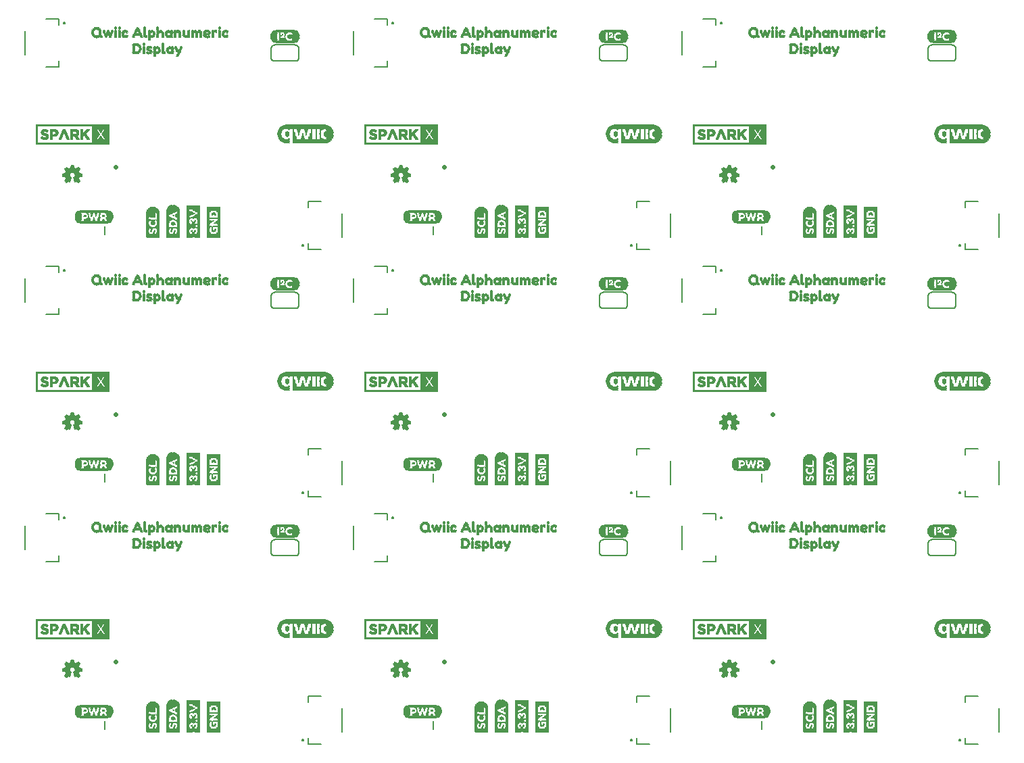
<source format=gto>
G75*
%MOIN*%
%OFA0B0*%
%FSLAX25Y25*%
%IPPOS*%
%LPD*%
%AMOC8*
5,1,8,0,0,1.08239X$1,22.5*
%
%ADD10C,0.00800*%
%ADD11C,0.00299*%
%ADD12C,0.02000*%
%ADD13R,0.00157X0.15906*%
%ADD14R,0.00157X0.02992*%
%ADD15R,0.00157X0.03937*%
%ADD16R,0.00157X0.07402*%
%ADD17R,0.00157X0.02520*%
%ADD18R,0.00157X0.03307*%
%ADD19R,0.00157X0.01102*%
%ADD20R,0.00157X0.02362*%
%ADD21R,0.00157X0.01890*%
%ADD22R,0.00157X0.02677*%
%ADD23R,0.00157X0.00787*%
%ADD24R,0.00157X0.01732*%
%ADD25R,0.00157X0.02205*%
%ADD26R,0.00157X0.00630*%
%ADD27R,0.00157X0.02047*%
%ADD28R,0.00157X0.00472*%
%ADD29R,0.00157X0.00315*%
%ADD30R,0.00157X0.00945*%
%ADD31R,0.00157X0.01575*%
%ADD32R,0.00157X0.01417*%
%ADD33R,0.00157X0.01260*%
%ADD34R,0.00157X0.03150*%
%ADD35R,0.00157X0.03622*%
%ADD36R,0.00157X0.00157*%
%ADD37R,0.00157X0.02835*%
%ADD38R,0.00157X0.03465*%
%ADD39R,0.00157X0.15276*%
%ADD40R,0.00157X0.11024*%
%ADD41R,0.14331X0.00157*%
%ADD42R,0.15276X0.00157*%
%ADD43R,0.15906X0.00157*%
%ADD44R,0.16535X0.00157*%
%ADD45R,0.16850X0.00157*%
%ADD46R,0.17165X0.00157*%
%ADD47R,0.17480X0.00157*%
%ADD48R,0.06614X0.00157*%
%ADD49R,0.04094X0.00157*%
%ADD50R,0.06772X0.00157*%
%ADD51R,0.02992X0.00157*%
%ADD52R,0.01260X0.00157*%
%ADD53R,0.01575X0.00157*%
%ADD54R,0.00630X0.00157*%
%ADD55R,0.03780X0.00157*%
%ADD56R,0.00787X0.00157*%
%ADD57R,0.00472X0.00157*%
%ADD58R,0.03465X0.00157*%
%ADD59R,0.03150X0.00157*%
%ADD60R,0.01102X0.00157*%
%ADD61R,0.03307X0.00157*%
%ADD62R,0.00315X0.00157*%
%ADD63R,0.00945X0.00157*%
%ADD64R,0.03622X0.00157*%
%ADD65R,0.01732X0.00157*%
%ADD66R,0.02205X0.00157*%
%ADD67R,0.01417X0.00157*%
%ADD68R,0.02835X0.00157*%
%ADD69R,0.01890X0.00157*%
%ADD70R,0.00157X0.12913*%
%ADD71R,0.00157X0.13386*%
%ADD72R,0.00157X0.13701*%
%ADD73R,0.00157X0.14016*%
%ADD74R,0.00157X0.14173*%
%ADD75R,0.00157X0.14331*%
%ADD76R,0.00157X0.14488*%
%ADD77R,0.00157X0.07087*%
%ADD78R,0.00157X0.04882*%
%ADD79R,0.00157X0.05039*%
%ADD80R,0.00157X0.05197*%
%ADD81R,0.00157X0.13858*%
%ADD82R,0.00157X0.14646*%
%ADD83R,0.00157X0.14961*%
%ADD84R,0.00157X0.15118*%
%ADD85R,0.00157X0.15433*%
%ADD86R,0.00157X0.11969*%
%ADD87R,0.00157X0.04567*%
%ADD88R,0.00157X0.04409*%
%ADD89R,0.00157X0.04252*%
%ADD90R,0.00157X0.04094*%
%ADD91R,0.00157X0.03780*%
%ADD92R,0.09606X0.00157*%
%ADD93R,0.10551X0.00157*%
%ADD94R,0.11181X0.00157*%
%ADD95R,0.11811X0.00157*%
%ADD96R,0.12126X0.00157*%
%ADD97R,0.12441X0.00157*%
%ADD98R,0.12756X0.00157*%
%ADD99R,0.04882X0.00157*%
%ADD100R,0.03937X0.00157*%
%ADD101R,0.02047X0.00157*%
%ADD102R,0.05669X0.00157*%
%ADD103R,0.05827X0.00157*%
%ADD104R,0.05984X0.00157*%
%ADD105R,0.04567X0.00157*%
%ADD106R,0.19961X0.00079*%
%ADD107R,0.20984X0.00118*%
%ADD108R,0.21575X0.00079*%
%ADD109R,0.22165X0.00118*%
%ADD110R,0.22559X0.00079*%
%ADD111R,0.22953X0.00079*%
%ADD112R,0.23346X0.00118*%
%ADD113R,0.23622X0.00079*%
%ADD114R,0.23898X0.00118*%
%ADD115R,0.24213X0.00079*%
%ADD116R,0.24370X0.00118*%
%ADD117R,0.24685X0.00079*%
%ADD118R,0.24882X0.00118*%
%ADD119R,0.25079X0.00079*%
%ADD120R,0.25276X0.00118*%
%ADD121R,0.25472X0.00079*%
%ADD122R,0.25669X0.00118*%
%ADD123R,0.25787X0.00079*%
%ADD124R,0.25866X0.00118*%
%ADD125R,0.26063X0.00079*%
%ADD126R,0.02913X0.00118*%
%ADD127R,0.00945X0.00118*%
%ADD128R,0.00315X0.00118*%
%ADD129R,0.02047X0.00118*%
%ADD130R,0.00197X0.00118*%
%ADD131R,0.00394X0.00118*%
%ADD132R,0.02362X0.00118*%
%ADD133R,0.02756X0.00118*%
%ADD134R,0.02717X0.00079*%
%ADD135R,0.00787X0.00079*%
%ADD136R,0.00394X0.00079*%
%ADD137R,0.02047X0.00079*%
%ADD138R,0.00315X0.00079*%
%ADD139R,0.01969X0.00079*%
%ADD140R,0.02835X0.00079*%
%ADD141R,0.02520X0.00079*%
%ADD142R,0.00591X0.00079*%
%ADD143R,0.01811X0.00079*%
%ADD144R,0.01929X0.00079*%
%ADD145R,0.01772X0.00079*%
%ADD146R,0.02953X0.00079*%
%ADD147R,0.02441X0.00118*%
%ADD148R,0.01811X0.00118*%
%ADD149R,0.01929X0.00118*%
%ADD150R,0.01575X0.00118*%
%ADD151R,0.02953X0.00118*%
%ADD152R,0.02362X0.00079*%
%ADD153R,0.00276X0.00079*%
%ADD154R,0.00512X0.00079*%
%ADD155R,0.01850X0.00079*%
%ADD156R,0.01378X0.00079*%
%ADD157R,0.03031X0.00079*%
%ADD158R,0.02323X0.00118*%
%ADD159R,0.00512X0.00118*%
%ADD160R,0.01772X0.00118*%
%ADD161R,0.01299X0.00118*%
%ADD162R,0.03031X0.00118*%
%ADD163R,0.02244X0.00079*%
%ADD164R,0.00079X0.00079*%
%ADD165R,0.01654X0.00079*%
%ADD166R,0.01181X0.00079*%
%ADD167R,0.03110X0.00079*%
%ADD168R,0.02244X0.00118*%
%ADD169R,0.00591X0.00118*%
%ADD170R,0.01654X0.00118*%
%ADD171R,0.01102X0.00118*%
%ADD172R,0.03110X0.00118*%
%ADD173R,0.02165X0.00079*%
%ADD174R,0.01535X0.00079*%
%ADD175R,0.00984X0.00079*%
%ADD176R,0.03228X0.00079*%
%ADD177R,0.02126X0.00118*%
%ADD178R,0.00669X0.00118*%
%ADD179R,0.01496X0.00118*%
%ADD180R,0.01535X0.00118*%
%ADD181R,0.00906X0.00118*%
%ADD182R,0.03228X0.00118*%
%ADD183R,0.02126X0.00079*%
%ADD184R,0.00669X0.00079*%
%ADD185R,0.01496X0.00079*%
%ADD186R,0.01457X0.00079*%
%ADD187R,0.03307X0.00079*%
%ADD188R,0.01457X0.00118*%
%ADD189R,0.00787X0.00118*%
%ADD190R,0.03307X0.00118*%
%ADD191R,0.00709X0.00079*%
%ADD192R,0.02008X0.00118*%
%ADD193R,0.01260X0.00118*%
%ADD194R,0.01378X0.00118*%
%ADD195R,0.00709X0.00118*%
%ADD196R,0.03425X0.00118*%
%ADD197R,0.02008X0.00079*%
%ADD198R,0.00748X0.00079*%
%ADD199R,0.01260X0.00079*%
%ADD200R,0.03898X0.00079*%
%ADD201R,0.00866X0.00118*%
%ADD202R,0.01142X0.00118*%
%ADD203R,0.04173X0.00118*%
%ADD204R,0.00866X0.00079*%
%ADD205R,0.01102X0.00079*%
%ADD206R,0.01142X0.00079*%
%ADD207R,0.04291X0.00079*%
%ADD208R,0.01063X0.00079*%
%ADD209R,0.04449X0.00079*%
%ADD210R,0.01850X0.00118*%
%ADD211R,0.00984X0.00118*%
%ADD212R,0.01063X0.00118*%
%ADD213R,0.04567X0.00118*%
%ADD214R,0.00906X0.00079*%
%ADD215R,0.04567X0.00079*%
%ADD216R,0.04646X0.00118*%
%ADD217R,0.04646X0.00079*%
%ADD218R,0.02165X0.00118*%
%ADD219R,0.00748X0.00118*%
%ADD220R,0.04764X0.00118*%
%ADD221R,0.00197X0.00079*%
%ADD222R,0.04764X0.00079*%
%ADD223R,0.01181X0.00118*%
%ADD224R,0.00472X0.00118*%
%ADD225R,0.00472X0.00079*%
%ADD226R,0.01575X0.00079*%
%ADD227R,0.00079X0.00118*%
%ADD228R,0.04488X0.00118*%
%ADD229R,0.04370X0.00079*%
%ADD230R,0.04291X0.00118*%
%ADD231R,0.04173X0.00079*%
%ADD232R,0.03976X0.00118*%
%ADD233R,0.01969X0.00118*%
%ADD234R,0.01299X0.00079*%
%ADD235R,0.02559X0.00079*%
%ADD236R,0.02992X0.00079*%
%ADD237R,0.15866X0.00079*%
%ADD238R,0.02756X0.00079*%
%ADD239R,0.04961X0.00118*%
%ADD240R,0.19252X0.00118*%
%ADD241R,0.04843X0.00079*%
%ADD242R,0.19173X0.00079*%
%ADD243R,0.04843X0.00118*%
%ADD244R,0.19055X0.00118*%
%ADD245R,0.18976X0.00079*%
%ADD246R,0.18858X0.00118*%
%ADD247R,0.18780X0.00079*%
%ADD248R,0.04449X0.00118*%
%ADD249R,0.18780X0.00118*%
%ADD250R,0.18583X0.00079*%
%ADD251R,0.18465X0.00118*%
%ADD252R,0.04055X0.00079*%
%ADD253R,0.18386X0.00079*%
%ADD254R,0.18189X0.00118*%
%ADD255R,0.03780X0.00079*%
%ADD256R,0.18071X0.00079*%
%ADD257R,0.03701X0.00079*%
%ADD258R,0.17913X0.00079*%
%ADD259R,0.03504X0.00118*%
%ADD260R,0.17795X0.00118*%
%ADD261R,0.17598X0.00079*%
%ADD262R,0.02992X0.00118*%
%ADD263R,0.17323X0.00118*%
%ADD264R,0.02795X0.00079*%
%ADD265R,0.17008X0.00079*%
%ADD266R,0.02402X0.00118*%
%ADD267R,0.16614X0.00118*%
%ADD268R,0.16142X0.00079*%
%ADD269C,0.00039*%
%ADD270R,0.00984X0.00197*%
%ADD271R,0.00787X0.00197*%
%ADD272R,0.01181X0.00197*%
%ADD273R,0.01378X0.00197*%
%ADD274R,0.00197X0.00197*%
%ADD275R,0.02362X0.00197*%
%ADD276R,0.02756X0.00197*%
%ADD277R,0.03543X0.00197*%
%ADD278R,0.03937X0.00197*%
%ADD279R,0.01575X0.00197*%
%ADD280R,0.04331X0.00197*%
%ADD281R,0.00591X0.00197*%
%ADD282R,0.00394X0.00197*%
%ADD283R,0.01772X0.00197*%
%ADD284R,0.01969X0.00197*%
%ADD285R,0.02165X0.00197*%
%ADD286R,0.02559X0.00197*%
%ADD287R,0.02953X0.00197*%
%ADD288R,0.03150X0.00197*%
%ADD289R,0.03346X0.00197*%
%ADD290R,0.05118X0.00197*%
%ADD291R,0.05315X0.00197*%
%ADD292R,0.03740X0.00197*%
%ADD293R,0.05512X0.00197*%
%ADD294R,0.01378X0.00236*%
%ADD295R,0.04724X0.00236*%
%ADD296R,0.01181X0.00236*%
%ADD297R,0.01575X0.00236*%
%ADD298R,0.00394X0.00236*%
%ADD299R,0.04528X0.00197*%
%ADD300R,0.04134X0.00197*%
%ADD301R,0.01969X0.00236*%
%ADD302R,0.02165X0.00236*%
%ADD303R,0.01772X0.00236*%
%ADD304R,0.00984X0.00236*%
%ADD305R,0.03543X0.00236*%
%ADD306R,0.03740X0.00236*%
%ADD307R,0.04921X0.00197*%
%ADD308R,0.04724X0.00197*%
%ADD309R,0.02756X0.00236*%
%ADD310R,0.02362X0.00236*%
%ADD311R,0.03150X0.00236*%
%ADD312R,0.02953X0.00236*%
%ADD313R,0.01378X0.00157*%
%ADD314R,0.04331X0.00236*%
D10*
X0070000Y0039375D02*
X0070000Y0043125D01*
X0167169Y0033907D02*
X0167171Y0033947D01*
X0167177Y0033986D01*
X0167187Y0034025D01*
X0167200Y0034062D01*
X0167218Y0034098D01*
X0167239Y0034132D01*
X0167263Y0034164D01*
X0167290Y0034193D01*
X0167320Y0034220D01*
X0167352Y0034243D01*
X0167387Y0034263D01*
X0167423Y0034279D01*
X0167461Y0034292D01*
X0167500Y0034301D01*
X0167539Y0034306D01*
X0167579Y0034307D01*
X0167619Y0034304D01*
X0167658Y0034297D01*
X0167696Y0034286D01*
X0167734Y0034272D01*
X0167769Y0034253D01*
X0167802Y0034232D01*
X0167834Y0034207D01*
X0167862Y0034179D01*
X0167888Y0034149D01*
X0167910Y0034116D01*
X0167929Y0034081D01*
X0167945Y0034044D01*
X0167957Y0034006D01*
X0167965Y0033967D01*
X0167969Y0033927D01*
X0167969Y0033887D01*
X0167965Y0033847D01*
X0167957Y0033808D01*
X0167945Y0033770D01*
X0167929Y0033733D01*
X0167910Y0033698D01*
X0167888Y0033665D01*
X0167862Y0033635D01*
X0167834Y0033607D01*
X0167802Y0033582D01*
X0167769Y0033561D01*
X0167734Y0033542D01*
X0167696Y0033528D01*
X0167658Y0033517D01*
X0167619Y0033510D01*
X0167579Y0033507D01*
X0167539Y0033508D01*
X0167500Y0033513D01*
X0167461Y0033522D01*
X0167423Y0033535D01*
X0167387Y0033551D01*
X0167352Y0033571D01*
X0167320Y0033594D01*
X0167290Y0033621D01*
X0167263Y0033650D01*
X0167239Y0033682D01*
X0167218Y0033716D01*
X0167200Y0033752D01*
X0167187Y0033789D01*
X0167177Y0033828D01*
X0167171Y0033867D01*
X0167169Y0033907D01*
X0170128Y0034892D02*
X0170128Y0031939D01*
X0176624Y0031939D01*
X0186860Y0037844D02*
X0186860Y0049656D01*
X0176624Y0055561D02*
X0170128Y0055561D01*
X0170128Y0052608D01*
X0232000Y0043125D02*
X0232000Y0039375D01*
X0329169Y0033907D02*
X0329171Y0033947D01*
X0329177Y0033986D01*
X0329187Y0034025D01*
X0329200Y0034062D01*
X0329218Y0034098D01*
X0329239Y0034132D01*
X0329263Y0034164D01*
X0329290Y0034193D01*
X0329320Y0034220D01*
X0329352Y0034243D01*
X0329387Y0034263D01*
X0329423Y0034279D01*
X0329461Y0034292D01*
X0329500Y0034301D01*
X0329539Y0034306D01*
X0329579Y0034307D01*
X0329619Y0034304D01*
X0329658Y0034297D01*
X0329696Y0034286D01*
X0329734Y0034272D01*
X0329769Y0034253D01*
X0329802Y0034232D01*
X0329834Y0034207D01*
X0329862Y0034179D01*
X0329888Y0034149D01*
X0329910Y0034116D01*
X0329929Y0034081D01*
X0329945Y0034044D01*
X0329957Y0034006D01*
X0329965Y0033967D01*
X0329969Y0033927D01*
X0329969Y0033887D01*
X0329965Y0033847D01*
X0329957Y0033808D01*
X0329945Y0033770D01*
X0329929Y0033733D01*
X0329910Y0033698D01*
X0329888Y0033665D01*
X0329862Y0033635D01*
X0329834Y0033607D01*
X0329802Y0033582D01*
X0329769Y0033561D01*
X0329734Y0033542D01*
X0329696Y0033528D01*
X0329658Y0033517D01*
X0329619Y0033510D01*
X0329579Y0033507D01*
X0329539Y0033508D01*
X0329500Y0033513D01*
X0329461Y0033522D01*
X0329423Y0033535D01*
X0329387Y0033551D01*
X0329352Y0033571D01*
X0329320Y0033594D01*
X0329290Y0033621D01*
X0329263Y0033650D01*
X0329239Y0033682D01*
X0329218Y0033716D01*
X0329200Y0033752D01*
X0329187Y0033789D01*
X0329177Y0033828D01*
X0329171Y0033867D01*
X0329169Y0033907D01*
X0332128Y0034892D02*
X0332128Y0031939D01*
X0338624Y0031939D01*
X0348860Y0037844D02*
X0348860Y0049656D01*
X0338624Y0055561D02*
X0332128Y0055561D01*
X0332128Y0052608D01*
X0394000Y0043125D02*
X0394000Y0039375D01*
X0491169Y0033907D02*
X0491171Y0033947D01*
X0491177Y0033986D01*
X0491187Y0034025D01*
X0491200Y0034062D01*
X0491218Y0034098D01*
X0491239Y0034132D01*
X0491263Y0034164D01*
X0491290Y0034193D01*
X0491320Y0034220D01*
X0491352Y0034243D01*
X0491387Y0034263D01*
X0491423Y0034279D01*
X0491461Y0034292D01*
X0491500Y0034301D01*
X0491539Y0034306D01*
X0491579Y0034307D01*
X0491619Y0034304D01*
X0491658Y0034297D01*
X0491696Y0034286D01*
X0491734Y0034272D01*
X0491769Y0034253D01*
X0491802Y0034232D01*
X0491834Y0034207D01*
X0491862Y0034179D01*
X0491888Y0034149D01*
X0491910Y0034116D01*
X0491929Y0034081D01*
X0491945Y0034044D01*
X0491957Y0034006D01*
X0491965Y0033967D01*
X0491969Y0033927D01*
X0491969Y0033887D01*
X0491965Y0033847D01*
X0491957Y0033808D01*
X0491945Y0033770D01*
X0491929Y0033733D01*
X0491910Y0033698D01*
X0491888Y0033665D01*
X0491862Y0033635D01*
X0491834Y0033607D01*
X0491802Y0033582D01*
X0491769Y0033561D01*
X0491734Y0033542D01*
X0491696Y0033528D01*
X0491658Y0033517D01*
X0491619Y0033510D01*
X0491579Y0033507D01*
X0491539Y0033508D01*
X0491500Y0033513D01*
X0491461Y0033522D01*
X0491423Y0033535D01*
X0491387Y0033551D01*
X0491352Y0033571D01*
X0491320Y0033594D01*
X0491290Y0033621D01*
X0491263Y0033650D01*
X0491239Y0033682D01*
X0491218Y0033716D01*
X0491200Y0033752D01*
X0491187Y0033789D01*
X0491177Y0033828D01*
X0491171Y0033867D01*
X0491169Y0033907D01*
X0494128Y0034892D02*
X0494128Y0031939D01*
X0500624Y0031939D01*
X0510860Y0037844D02*
X0510860Y0049656D01*
X0500624Y0055561D02*
X0494128Y0055561D01*
X0494128Y0052608D01*
X0487750Y0124750D02*
X0477750Y0124750D01*
X0477667Y0124752D01*
X0477584Y0124758D01*
X0477501Y0124767D01*
X0477419Y0124781D01*
X0477338Y0124798D01*
X0477257Y0124819D01*
X0477178Y0124843D01*
X0477100Y0124872D01*
X0477023Y0124903D01*
X0476948Y0124939D01*
X0476874Y0124977D01*
X0476802Y0125020D01*
X0476733Y0125065D01*
X0476665Y0125114D01*
X0476600Y0125165D01*
X0476537Y0125220D01*
X0476477Y0125277D01*
X0476420Y0125337D01*
X0476365Y0125400D01*
X0476314Y0125465D01*
X0476265Y0125533D01*
X0476220Y0125602D01*
X0476177Y0125674D01*
X0476139Y0125748D01*
X0476103Y0125823D01*
X0476072Y0125900D01*
X0476043Y0125978D01*
X0476019Y0126057D01*
X0475998Y0126138D01*
X0475981Y0126219D01*
X0475967Y0126301D01*
X0475958Y0126384D01*
X0475952Y0126467D01*
X0475950Y0126550D01*
X0475950Y0130950D01*
X0475952Y0131033D01*
X0475958Y0131116D01*
X0475967Y0131199D01*
X0475981Y0131281D01*
X0475998Y0131362D01*
X0476019Y0131443D01*
X0476043Y0131522D01*
X0476072Y0131600D01*
X0476103Y0131677D01*
X0476139Y0131752D01*
X0476177Y0131826D01*
X0476220Y0131898D01*
X0476265Y0131967D01*
X0476314Y0132035D01*
X0476365Y0132100D01*
X0476420Y0132163D01*
X0476477Y0132223D01*
X0476537Y0132280D01*
X0476600Y0132335D01*
X0476665Y0132386D01*
X0476733Y0132435D01*
X0476802Y0132480D01*
X0476874Y0132523D01*
X0476948Y0132561D01*
X0477023Y0132597D01*
X0477100Y0132628D01*
X0477178Y0132657D01*
X0477257Y0132681D01*
X0477338Y0132702D01*
X0477419Y0132719D01*
X0477501Y0132733D01*
X0477584Y0132742D01*
X0477667Y0132748D01*
X0477750Y0132750D01*
X0487750Y0132750D01*
X0487833Y0132748D01*
X0487916Y0132742D01*
X0487999Y0132733D01*
X0488081Y0132719D01*
X0488162Y0132702D01*
X0488243Y0132681D01*
X0488322Y0132657D01*
X0488400Y0132628D01*
X0488477Y0132597D01*
X0488552Y0132561D01*
X0488626Y0132523D01*
X0488698Y0132480D01*
X0488767Y0132435D01*
X0488835Y0132386D01*
X0488900Y0132335D01*
X0488963Y0132280D01*
X0489023Y0132223D01*
X0489080Y0132163D01*
X0489135Y0132100D01*
X0489186Y0132035D01*
X0489235Y0131967D01*
X0489280Y0131898D01*
X0489323Y0131826D01*
X0489361Y0131752D01*
X0489397Y0131677D01*
X0489428Y0131600D01*
X0489457Y0131522D01*
X0489481Y0131443D01*
X0489502Y0131362D01*
X0489519Y0131281D01*
X0489533Y0131199D01*
X0489542Y0131116D01*
X0489548Y0131033D01*
X0489550Y0130950D01*
X0489550Y0126550D01*
X0489548Y0126467D01*
X0489542Y0126384D01*
X0489533Y0126301D01*
X0489519Y0126219D01*
X0489502Y0126138D01*
X0489481Y0126057D01*
X0489457Y0125978D01*
X0489428Y0125900D01*
X0489397Y0125823D01*
X0489361Y0125748D01*
X0489323Y0125674D01*
X0489280Y0125602D01*
X0489235Y0125533D01*
X0489186Y0125465D01*
X0489135Y0125400D01*
X0489080Y0125337D01*
X0489023Y0125277D01*
X0488963Y0125220D01*
X0488900Y0125165D01*
X0488835Y0125114D01*
X0488767Y0125065D01*
X0488698Y0125020D01*
X0488626Y0124977D01*
X0488552Y0124939D01*
X0488477Y0124903D01*
X0488400Y0124872D01*
X0488322Y0124843D01*
X0488243Y0124819D01*
X0488162Y0124798D01*
X0488081Y0124781D01*
X0487999Y0124767D01*
X0487916Y0124758D01*
X0487833Y0124752D01*
X0487750Y0124750D01*
X0494128Y0153939D02*
X0494128Y0156892D01*
X0491169Y0155907D02*
X0491171Y0155947D01*
X0491177Y0155986D01*
X0491187Y0156025D01*
X0491200Y0156062D01*
X0491218Y0156098D01*
X0491239Y0156132D01*
X0491263Y0156164D01*
X0491290Y0156193D01*
X0491320Y0156220D01*
X0491352Y0156243D01*
X0491387Y0156263D01*
X0491423Y0156279D01*
X0491461Y0156292D01*
X0491500Y0156301D01*
X0491539Y0156306D01*
X0491579Y0156307D01*
X0491619Y0156304D01*
X0491658Y0156297D01*
X0491696Y0156286D01*
X0491734Y0156272D01*
X0491769Y0156253D01*
X0491802Y0156232D01*
X0491834Y0156207D01*
X0491862Y0156179D01*
X0491888Y0156149D01*
X0491910Y0156116D01*
X0491929Y0156081D01*
X0491945Y0156044D01*
X0491957Y0156006D01*
X0491965Y0155967D01*
X0491969Y0155927D01*
X0491969Y0155887D01*
X0491965Y0155847D01*
X0491957Y0155808D01*
X0491945Y0155770D01*
X0491929Y0155733D01*
X0491910Y0155698D01*
X0491888Y0155665D01*
X0491862Y0155635D01*
X0491834Y0155607D01*
X0491802Y0155582D01*
X0491769Y0155561D01*
X0491734Y0155542D01*
X0491696Y0155528D01*
X0491658Y0155517D01*
X0491619Y0155510D01*
X0491579Y0155507D01*
X0491539Y0155508D01*
X0491500Y0155513D01*
X0491461Y0155522D01*
X0491423Y0155535D01*
X0491387Y0155551D01*
X0491352Y0155571D01*
X0491320Y0155594D01*
X0491290Y0155621D01*
X0491263Y0155650D01*
X0491239Y0155682D01*
X0491218Y0155716D01*
X0491200Y0155752D01*
X0491187Y0155789D01*
X0491177Y0155828D01*
X0491171Y0155867D01*
X0491169Y0155907D01*
X0494128Y0153939D02*
X0500624Y0153939D01*
X0510860Y0159844D02*
X0510860Y0171656D01*
X0500624Y0177561D02*
X0494128Y0177561D01*
X0494128Y0174608D01*
X0487750Y0246750D02*
X0477750Y0246750D01*
X0477667Y0246752D01*
X0477584Y0246758D01*
X0477501Y0246767D01*
X0477419Y0246781D01*
X0477338Y0246798D01*
X0477257Y0246819D01*
X0477178Y0246843D01*
X0477100Y0246872D01*
X0477023Y0246903D01*
X0476948Y0246939D01*
X0476874Y0246977D01*
X0476802Y0247020D01*
X0476733Y0247065D01*
X0476665Y0247114D01*
X0476600Y0247165D01*
X0476537Y0247220D01*
X0476477Y0247277D01*
X0476420Y0247337D01*
X0476365Y0247400D01*
X0476314Y0247465D01*
X0476265Y0247533D01*
X0476220Y0247602D01*
X0476177Y0247674D01*
X0476139Y0247748D01*
X0476103Y0247823D01*
X0476072Y0247900D01*
X0476043Y0247978D01*
X0476019Y0248057D01*
X0475998Y0248138D01*
X0475981Y0248219D01*
X0475967Y0248301D01*
X0475958Y0248384D01*
X0475952Y0248467D01*
X0475950Y0248550D01*
X0475950Y0252950D01*
X0475952Y0253033D01*
X0475958Y0253116D01*
X0475967Y0253199D01*
X0475981Y0253281D01*
X0475998Y0253362D01*
X0476019Y0253443D01*
X0476043Y0253522D01*
X0476072Y0253600D01*
X0476103Y0253677D01*
X0476139Y0253752D01*
X0476177Y0253826D01*
X0476220Y0253898D01*
X0476265Y0253967D01*
X0476314Y0254035D01*
X0476365Y0254100D01*
X0476420Y0254163D01*
X0476477Y0254223D01*
X0476537Y0254280D01*
X0476600Y0254335D01*
X0476665Y0254386D01*
X0476733Y0254435D01*
X0476802Y0254480D01*
X0476874Y0254523D01*
X0476948Y0254561D01*
X0477023Y0254597D01*
X0477100Y0254628D01*
X0477178Y0254657D01*
X0477257Y0254681D01*
X0477338Y0254702D01*
X0477419Y0254719D01*
X0477501Y0254733D01*
X0477584Y0254742D01*
X0477667Y0254748D01*
X0477750Y0254750D01*
X0487750Y0254750D01*
X0487833Y0254748D01*
X0487916Y0254742D01*
X0487999Y0254733D01*
X0488081Y0254719D01*
X0488162Y0254702D01*
X0488243Y0254681D01*
X0488322Y0254657D01*
X0488400Y0254628D01*
X0488477Y0254597D01*
X0488552Y0254561D01*
X0488626Y0254523D01*
X0488698Y0254480D01*
X0488767Y0254435D01*
X0488835Y0254386D01*
X0488900Y0254335D01*
X0488963Y0254280D01*
X0489023Y0254223D01*
X0489080Y0254163D01*
X0489135Y0254100D01*
X0489186Y0254035D01*
X0489235Y0253967D01*
X0489280Y0253898D01*
X0489323Y0253826D01*
X0489361Y0253752D01*
X0489397Y0253677D01*
X0489428Y0253600D01*
X0489457Y0253522D01*
X0489481Y0253443D01*
X0489502Y0253362D01*
X0489519Y0253281D01*
X0489533Y0253199D01*
X0489542Y0253116D01*
X0489548Y0253033D01*
X0489550Y0252950D01*
X0489550Y0248550D01*
X0489548Y0248467D01*
X0489542Y0248384D01*
X0489533Y0248301D01*
X0489519Y0248219D01*
X0489502Y0248138D01*
X0489481Y0248057D01*
X0489457Y0247978D01*
X0489428Y0247900D01*
X0489397Y0247823D01*
X0489361Y0247748D01*
X0489323Y0247674D01*
X0489280Y0247602D01*
X0489235Y0247533D01*
X0489186Y0247465D01*
X0489135Y0247400D01*
X0489080Y0247337D01*
X0489023Y0247277D01*
X0488963Y0247220D01*
X0488900Y0247165D01*
X0488835Y0247114D01*
X0488767Y0247065D01*
X0488698Y0247020D01*
X0488626Y0246977D01*
X0488552Y0246939D01*
X0488477Y0246903D01*
X0488400Y0246872D01*
X0488322Y0246843D01*
X0488243Y0246819D01*
X0488162Y0246798D01*
X0488081Y0246781D01*
X0487999Y0246767D01*
X0487916Y0246758D01*
X0487833Y0246752D01*
X0487750Y0246750D01*
X0494128Y0275939D02*
X0494128Y0278892D01*
X0491169Y0277907D02*
X0491171Y0277947D01*
X0491177Y0277986D01*
X0491187Y0278025D01*
X0491200Y0278062D01*
X0491218Y0278098D01*
X0491239Y0278132D01*
X0491263Y0278164D01*
X0491290Y0278193D01*
X0491320Y0278220D01*
X0491352Y0278243D01*
X0491387Y0278263D01*
X0491423Y0278279D01*
X0491461Y0278292D01*
X0491500Y0278301D01*
X0491539Y0278306D01*
X0491579Y0278307D01*
X0491619Y0278304D01*
X0491658Y0278297D01*
X0491696Y0278286D01*
X0491734Y0278272D01*
X0491769Y0278253D01*
X0491802Y0278232D01*
X0491834Y0278207D01*
X0491862Y0278179D01*
X0491888Y0278149D01*
X0491910Y0278116D01*
X0491929Y0278081D01*
X0491945Y0278044D01*
X0491957Y0278006D01*
X0491965Y0277967D01*
X0491969Y0277927D01*
X0491969Y0277887D01*
X0491965Y0277847D01*
X0491957Y0277808D01*
X0491945Y0277770D01*
X0491929Y0277733D01*
X0491910Y0277698D01*
X0491888Y0277665D01*
X0491862Y0277635D01*
X0491834Y0277607D01*
X0491802Y0277582D01*
X0491769Y0277561D01*
X0491734Y0277542D01*
X0491696Y0277528D01*
X0491658Y0277517D01*
X0491619Y0277510D01*
X0491579Y0277507D01*
X0491539Y0277508D01*
X0491500Y0277513D01*
X0491461Y0277522D01*
X0491423Y0277535D01*
X0491387Y0277551D01*
X0491352Y0277571D01*
X0491320Y0277594D01*
X0491290Y0277621D01*
X0491263Y0277650D01*
X0491239Y0277682D01*
X0491218Y0277716D01*
X0491200Y0277752D01*
X0491187Y0277789D01*
X0491177Y0277828D01*
X0491171Y0277867D01*
X0491169Y0277907D01*
X0494128Y0275939D02*
X0500624Y0275939D01*
X0510860Y0281844D02*
X0510860Y0293656D01*
X0500624Y0299561D02*
X0494128Y0299561D01*
X0494128Y0296608D01*
X0487750Y0368750D02*
X0477750Y0368750D01*
X0477667Y0368752D01*
X0477584Y0368758D01*
X0477501Y0368767D01*
X0477419Y0368781D01*
X0477338Y0368798D01*
X0477257Y0368819D01*
X0477178Y0368843D01*
X0477100Y0368872D01*
X0477023Y0368903D01*
X0476948Y0368939D01*
X0476874Y0368977D01*
X0476802Y0369020D01*
X0476733Y0369065D01*
X0476665Y0369114D01*
X0476600Y0369165D01*
X0476537Y0369220D01*
X0476477Y0369277D01*
X0476420Y0369337D01*
X0476365Y0369400D01*
X0476314Y0369465D01*
X0476265Y0369533D01*
X0476220Y0369602D01*
X0476177Y0369674D01*
X0476139Y0369748D01*
X0476103Y0369823D01*
X0476072Y0369900D01*
X0476043Y0369978D01*
X0476019Y0370057D01*
X0475998Y0370138D01*
X0475981Y0370219D01*
X0475967Y0370301D01*
X0475958Y0370384D01*
X0475952Y0370467D01*
X0475950Y0370550D01*
X0475950Y0374950D01*
X0475952Y0375033D01*
X0475958Y0375116D01*
X0475967Y0375199D01*
X0475981Y0375281D01*
X0475998Y0375362D01*
X0476019Y0375443D01*
X0476043Y0375522D01*
X0476072Y0375600D01*
X0476103Y0375677D01*
X0476139Y0375752D01*
X0476177Y0375826D01*
X0476220Y0375898D01*
X0476265Y0375967D01*
X0476314Y0376035D01*
X0476365Y0376100D01*
X0476420Y0376163D01*
X0476477Y0376223D01*
X0476537Y0376280D01*
X0476600Y0376335D01*
X0476665Y0376386D01*
X0476733Y0376435D01*
X0476802Y0376480D01*
X0476874Y0376523D01*
X0476948Y0376561D01*
X0477023Y0376597D01*
X0477100Y0376628D01*
X0477178Y0376657D01*
X0477257Y0376681D01*
X0477338Y0376702D01*
X0477419Y0376719D01*
X0477501Y0376733D01*
X0477584Y0376742D01*
X0477667Y0376748D01*
X0477750Y0376750D01*
X0487750Y0376750D01*
X0487833Y0376748D01*
X0487916Y0376742D01*
X0487999Y0376733D01*
X0488081Y0376719D01*
X0488162Y0376702D01*
X0488243Y0376681D01*
X0488322Y0376657D01*
X0488400Y0376628D01*
X0488477Y0376597D01*
X0488552Y0376561D01*
X0488626Y0376523D01*
X0488698Y0376480D01*
X0488767Y0376435D01*
X0488835Y0376386D01*
X0488900Y0376335D01*
X0488963Y0376280D01*
X0489023Y0376223D01*
X0489080Y0376163D01*
X0489135Y0376100D01*
X0489186Y0376035D01*
X0489235Y0375967D01*
X0489280Y0375898D01*
X0489323Y0375826D01*
X0489361Y0375752D01*
X0489397Y0375677D01*
X0489428Y0375600D01*
X0489457Y0375522D01*
X0489481Y0375443D01*
X0489502Y0375362D01*
X0489519Y0375281D01*
X0489533Y0375199D01*
X0489542Y0375116D01*
X0489548Y0375033D01*
X0489550Y0374950D01*
X0489550Y0370550D01*
X0489548Y0370467D01*
X0489542Y0370384D01*
X0489533Y0370301D01*
X0489519Y0370219D01*
X0489502Y0370138D01*
X0489481Y0370057D01*
X0489457Y0369978D01*
X0489428Y0369900D01*
X0489397Y0369823D01*
X0489361Y0369748D01*
X0489323Y0369674D01*
X0489280Y0369602D01*
X0489235Y0369533D01*
X0489186Y0369465D01*
X0489135Y0369400D01*
X0489080Y0369337D01*
X0489023Y0369277D01*
X0488963Y0369220D01*
X0488900Y0369165D01*
X0488835Y0369114D01*
X0488767Y0369065D01*
X0488698Y0369020D01*
X0488626Y0368977D01*
X0488552Y0368939D01*
X0488477Y0368903D01*
X0488400Y0368872D01*
X0488322Y0368843D01*
X0488243Y0368819D01*
X0488162Y0368798D01*
X0488081Y0368781D01*
X0487999Y0368767D01*
X0487916Y0368758D01*
X0487833Y0368752D01*
X0487750Y0368750D01*
X0394000Y0287125D02*
X0394000Y0283375D01*
X0373531Y0265593D02*
X0373533Y0265633D01*
X0373539Y0265672D01*
X0373549Y0265711D01*
X0373562Y0265748D01*
X0373580Y0265784D01*
X0373601Y0265818D01*
X0373625Y0265850D01*
X0373652Y0265879D01*
X0373682Y0265906D01*
X0373714Y0265929D01*
X0373749Y0265949D01*
X0373785Y0265965D01*
X0373823Y0265978D01*
X0373862Y0265987D01*
X0373901Y0265992D01*
X0373941Y0265993D01*
X0373981Y0265990D01*
X0374020Y0265983D01*
X0374058Y0265972D01*
X0374096Y0265958D01*
X0374131Y0265939D01*
X0374164Y0265918D01*
X0374196Y0265893D01*
X0374224Y0265865D01*
X0374250Y0265835D01*
X0374272Y0265802D01*
X0374291Y0265767D01*
X0374307Y0265730D01*
X0374319Y0265692D01*
X0374327Y0265653D01*
X0374331Y0265613D01*
X0374331Y0265573D01*
X0374327Y0265533D01*
X0374319Y0265494D01*
X0374307Y0265456D01*
X0374291Y0265419D01*
X0374272Y0265384D01*
X0374250Y0265351D01*
X0374224Y0265321D01*
X0374196Y0265293D01*
X0374164Y0265268D01*
X0374131Y0265247D01*
X0374096Y0265228D01*
X0374058Y0265214D01*
X0374020Y0265203D01*
X0373981Y0265196D01*
X0373941Y0265193D01*
X0373901Y0265194D01*
X0373862Y0265199D01*
X0373823Y0265208D01*
X0373785Y0265221D01*
X0373749Y0265237D01*
X0373714Y0265257D01*
X0373682Y0265280D01*
X0373652Y0265307D01*
X0373625Y0265336D01*
X0373601Y0265368D01*
X0373580Y0265402D01*
X0373562Y0265438D01*
X0373549Y0265475D01*
X0373539Y0265514D01*
X0373533Y0265553D01*
X0373531Y0265593D01*
X0371372Y0264608D02*
X0371372Y0267561D01*
X0364876Y0267561D01*
X0354640Y0261656D02*
X0354640Y0249844D01*
X0364876Y0243939D02*
X0371372Y0243939D01*
X0371372Y0246892D01*
X0338624Y0275939D02*
X0332128Y0275939D01*
X0332128Y0278892D01*
X0329169Y0277907D02*
X0329171Y0277947D01*
X0329177Y0277986D01*
X0329187Y0278025D01*
X0329200Y0278062D01*
X0329218Y0278098D01*
X0329239Y0278132D01*
X0329263Y0278164D01*
X0329290Y0278193D01*
X0329320Y0278220D01*
X0329352Y0278243D01*
X0329387Y0278263D01*
X0329423Y0278279D01*
X0329461Y0278292D01*
X0329500Y0278301D01*
X0329539Y0278306D01*
X0329579Y0278307D01*
X0329619Y0278304D01*
X0329658Y0278297D01*
X0329696Y0278286D01*
X0329734Y0278272D01*
X0329769Y0278253D01*
X0329802Y0278232D01*
X0329834Y0278207D01*
X0329862Y0278179D01*
X0329888Y0278149D01*
X0329910Y0278116D01*
X0329929Y0278081D01*
X0329945Y0278044D01*
X0329957Y0278006D01*
X0329965Y0277967D01*
X0329969Y0277927D01*
X0329969Y0277887D01*
X0329965Y0277847D01*
X0329957Y0277808D01*
X0329945Y0277770D01*
X0329929Y0277733D01*
X0329910Y0277698D01*
X0329888Y0277665D01*
X0329862Y0277635D01*
X0329834Y0277607D01*
X0329802Y0277582D01*
X0329769Y0277561D01*
X0329734Y0277542D01*
X0329696Y0277528D01*
X0329658Y0277517D01*
X0329619Y0277510D01*
X0329579Y0277507D01*
X0329539Y0277508D01*
X0329500Y0277513D01*
X0329461Y0277522D01*
X0329423Y0277535D01*
X0329387Y0277551D01*
X0329352Y0277571D01*
X0329320Y0277594D01*
X0329290Y0277621D01*
X0329263Y0277650D01*
X0329239Y0277682D01*
X0329218Y0277716D01*
X0329200Y0277752D01*
X0329187Y0277789D01*
X0329177Y0277828D01*
X0329171Y0277867D01*
X0329169Y0277907D01*
X0348860Y0281844D02*
X0348860Y0293656D01*
X0338624Y0299561D02*
X0332128Y0299561D01*
X0332128Y0296608D01*
X0325750Y0254750D02*
X0315750Y0254750D01*
X0315667Y0254748D01*
X0315584Y0254742D01*
X0315501Y0254733D01*
X0315419Y0254719D01*
X0315338Y0254702D01*
X0315257Y0254681D01*
X0315178Y0254657D01*
X0315100Y0254628D01*
X0315023Y0254597D01*
X0314948Y0254561D01*
X0314874Y0254523D01*
X0314802Y0254480D01*
X0314733Y0254435D01*
X0314665Y0254386D01*
X0314600Y0254335D01*
X0314537Y0254280D01*
X0314477Y0254223D01*
X0314420Y0254163D01*
X0314365Y0254100D01*
X0314314Y0254035D01*
X0314265Y0253967D01*
X0314220Y0253898D01*
X0314177Y0253826D01*
X0314139Y0253752D01*
X0314103Y0253677D01*
X0314072Y0253600D01*
X0314043Y0253522D01*
X0314019Y0253443D01*
X0313998Y0253362D01*
X0313981Y0253281D01*
X0313967Y0253199D01*
X0313958Y0253116D01*
X0313952Y0253033D01*
X0313950Y0252950D01*
X0313950Y0248550D01*
X0313952Y0248467D01*
X0313958Y0248384D01*
X0313967Y0248301D01*
X0313981Y0248219D01*
X0313998Y0248138D01*
X0314019Y0248057D01*
X0314043Y0247978D01*
X0314072Y0247900D01*
X0314103Y0247823D01*
X0314139Y0247748D01*
X0314177Y0247674D01*
X0314220Y0247602D01*
X0314265Y0247533D01*
X0314314Y0247465D01*
X0314365Y0247400D01*
X0314420Y0247337D01*
X0314477Y0247277D01*
X0314537Y0247220D01*
X0314600Y0247165D01*
X0314665Y0247114D01*
X0314733Y0247065D01*
X0314802Y0247020D01*
X0314874Y0246977D01*
X0314948Y0246939D01*
X0315023Y0246903D01*
X0315100Y0246872D01*
X0315178Y0246843D01*
X0315257Y0246819D01*
X0315338Y0246798D01*
X0315419Y0246781D01*
X0315501Y0246767D01*
X0315584Y0246758D01*
X0315667Y0246752D01*
X0315750Y0246750D01*
X0325750Y0246750D01*
X0325833Y0246752D01*
X0325916Y0246758D01*
X0325999Y0246767D01*
X0326081Y0246781D01*
X0326162Y0246798D01*
X0326243Y0246819D01*
X0326322Y0246843D01*
X0326400Y0246872D01*
X0326477Y0246903D01*
X0326552Y0246939D01*
X0326626Y0246977D01*
X0326698Y0247020D01*
X0326767Y0247065D01*
X0326835Y0247114D01*
X0326900Y0247165D01*
X0326963Y0247220D01*
X0327023Y0247277D01*
X0327080Y0247337D01*
X0327135Y0247400D01*
X0327186Y0247465D01*
X0327235Y0247533D01*
X0327280Y0247602D01*
X0327323Y0247674D01*
X0327361Y0247748D01*
X0327397Y0247823D01*
X0327428Y0247900D01*
X0327457Y0247978D01*
X0327481Y0248057D01*
X0327502Y0248138D01*
X0327519Y0248219D01*
X0327533Y0248301D01*
X0327542Y0248384D01*
X0327548Y0248467D01*
X0327550Y0248550D01*
X0327550Y0252950D01*
X0327548Y0253033D01*
X0327542Y0253116D01*
X0327533Y0253199D01*
X0327519Y0253281D01*
X0327502Y0253362D01*
X0327481Y0253443D01*
X0327457Y0253522D01*
X0327428Y0253600D01*
X0327397Y0253677D01*
X0327361Y0253752D01*
X0327323Y0253826D01*
X0327280Y0253898D01*
X0327235Y0253967D01*
X0327186Y0254035D01*
X0327135Y0254100D01*
X0327080Y0254163D01*
X0327023Y0254223D01*
X0326963Y0254280D01*
X0326900Y0254335D01*
X0326835Y0254386D01*
X0326767Y0254435D01*
X0326698Y0254480D01*
X0326626Y0254523D01*
X0326552Y0254561D01*
X0326477Y0254597D01*
X0326400Y0254628D01*
X0326322Y0254657D01*
X0326243Y0254681D01*
X0326162Y0254702D01*
X0326081Y0254719D01*
X0325999Y0254733D01*
X0325916Y0254742D01*
X0325833Y0254748D01*
X0325750Y0254750D01*
X0232000Y0283375D02*
X0232000Y0287125D01*
X0211531Y0265593D02*
X0211533Y0265633D01*
X0211539Y0265672D01*
X0211549Y0265711D01*
X0211562Y0265748D01*
X0211580Y0265784D01*
X0211601Y0265818D01*
X0211625Y0265850D01*
X0211652Y0265879D01*
X0211682Y0265906D01*
X0211714Y0265929D01*
X0211749Y0265949D01*
X0211785Y0265965D01*
X0211823Y0265978D01*
X0211862Y0265987D01*
X0211901Y0265992D01*
X0211941Y0265993D01*
X0211981Y0265990D01*
X0212020Y0265983D01*
X0212058Y0265972D01*
X0212096Y0265958D01*
X0212131Y0265939D01*
X0212164Y0265918D01*
X0212196Y0265893D01*
X0212224Y0265865D01*
X0212250Y0265835D01*
X0212272Y0265802D01*
X0212291Y0265767D01*
X0212307Y0265730D01*
X0212319Y0265692D01*
X0212327Y0265653D01*
X0212331Y0265613D01*
X0212331Y0265573D01*
X0212327Y0265533D01*
X0212319Y0265494D01*
X0212307Y0265456D01*
X0212291Y0265419D01*
X0212272Y0265384D01*
X0212250Y0265351D01*
X0212224Y0265321D01*
X0212196Y0265293D01*
X0212164Y0265268D01*
X0212131Y0265247D01*
X0212096Y0265228D01*
X0212058Y0265214D01*
X0212020Y0265203D01*
X0211981Y0265196D01*
X0211941Y0265193D01*
X0211901Y0265194D01*
X0211862Y0265199D01*
X0211823Y0265208D01*
X0211785Y0265221D01*
X0211749Y0265237D01*
X0211714Y0265257D01*
X0211682Y0265280D01*
X0211652Y0265307D01*
X0211625Y0265336D01*
X0211601Y0265368D01*
X0211580Y0265402D01*
X0211562Y0265438D01*
X0211549Y0265475D01*
X0211539Y0265514D01*
X0211533Y0265553D01*
X0211531Y0265593D01*
X0209372Y0264608D02*
X0209372Y0267561D01*
X0202876Y0267561D01*
X0192640Y0261656D02*
X0192640Y0249844D01*
X0202876Y0243939D02*
X0209372Y0243939D01*
X0209372Y0246892D01*
X0176624Y0275939D02*
X0170128Y0275939D01*
X0170128Y0278892D01*
X0167169Y0277907D02*
X0167171Y0277947D01*
X0167177Y0277986D01*
X0167187Y0278025D01*
X0167200Y0278062D01*
X0167218Y0278098D01*
X0167239Y0278132D01*
X0167263Y0278164D01*
X0167290Y0278193D01*
X0167320Y0278220D01*
X0167352Y0278243D01*
X0167387Y0278263D01*
X0167423Y0278279D01*
X0167461Y0278292D01*
X0167500Y0278301D01*
X0167539Y0278306D01*
X0167579Y0278307D01*
X0167619Y0278304D01*
X0167658Y0278297D01*
X0167696Y0278286D01*
X0167734Y0278272D01*
X0167769Y0278253D01*
X0167802Y0278232D01*
X0167834Y0278207D01*
X0167862Y0278179D01*
X0167888Y0278149D01*
X0167910Y0278116D01*
X0167929Y0278081D01*
X0167945Y0278044D01*
X0167957Y0278006D01*
X0167965Y0277967D01*
X0167969Y0277927D01*
X0167969Y0277887D01*
X0167965Y0277847D01*
X0167957Y0277808D01*
X0167945Y0277770D01*
X0167929Y0277733D01*
X0167910Y0277698D01*
X0167888Y0277665D01*
X0167862Y0277635D01*
X0167834Y0277607D01*
X0167802Y0277582D01*
X0167769Y0277561D01*
X0167734Y0277542D01*
X0167696Y0277528D01*
X0167658Y0277517D01*
X0167619Y0277510D01*
X0167579Y0277507D01*
X0167539Y0277508D01*
X0167500Y0277513D01*
X0167461Y0277522D01*
X0167423Y0277535D01*
X0167387Y0277551D01*
X0167352Y0277571D01*
X0167320Y0277594D01*
X0167290Y0277621D01*
X0167263Y0277650D01*
X0167239Y0277682D01*
X0167218Y0277716D01*
X0167200Y0277752D01*
X0167187Y0277789D01*
X0167177Y0277828D01*
X0167171Y0277867D01*
X0167169Y0277907D01*
X0186860Y0281844D02*
X0186860Y0293656D01*
X0176624Y0299561D02*
X0170128Y0299561D01*
X0170128Y0296608D01*
X0163750Y0254750D02*
X0153750Y0254750D01*
X0153667Y0254748D01*
X0153584Y0254742D01*
X0153501Y0254733D01*
X0153419Y0254719D01*
X0153338Y0254702D01*
X0153257Y0254681D01*
X0153178Y0254657D01*
X0153100Y0254628D01*
X0153023Y0254597D01*
X0152948Y0254561D01*
X0152874Y0254523D01*
X0152802Y0254480D01*
X0152733Y0254435D01*
X0152665Y0254386D01*
X0152600Y0254335D01*
X0152537Y0254280D01*
X0152477Y0254223D01*
X0152420Y0254163D01*
X0152365Y0254100D01*
X0152314Y0254035D01*
X0152265Y0253967D01*
X0152220Y0253898D01*
X0152177Y0253826D01*
X0152139Y0253752D01*
X0152103Y0253677D01*
X0152072Y0253600D01*
X0152043Y0253522D01*
X0152019Y0253443D01*
X0151998Y0253362D01*
X0151981Y0253281D01*
X0151967Y0253199D01*
X0151958Y0253116D01*
X0151952Y0253033D01*
X0151950Y0252950D01*
X0151950Y0248550D01*
X0151952Y0248467D01*
X0151958Y0248384D01*
X0151967Y0248301D01*
X0151981Y0248219D01*
X0151998Y0248138D01*
X0152019Y0248057D01*
X0152043Y0247978D01*
X0152072Y0247900D01*
X0152103Y0247823D01*
X0152139Y0247748D01*
X0152177Y0247674D01*
X0152220Y0247602D01*
X0152265Y0247533D01*
X0152314Y0247465D01*
X0152365Y0247400D01*
X0152420Y0247337D01*
X0152477Y0247277D01*
X0152537Y0247220D01*
X0152600Y0247165D01*
X0152665Y0247114D01*
X0152733Y0247065D01*
X0152802Y0247020D01*
X0152874Y0246977D01*
X0152948Y0246939D01*
X0153023Y0246903D01*
X0153100Y0246872D01*
X0153178Y0246843D01*
X0153257Y0246819D01*
X0153338Y0246798D01*
X0153419Y0246781D01*
X0153501Y0246767D01*
X0153584Y0246758D01*
X0153667Y0246752D01*
X0153750Y0246750D01*
X0163750Y0246750D01*
X0163833Y0246752D01*
X0163916Y0246758D01*
X0163999Y0246767D01*
X0164081Y0246781D01*
X0164162Y0246798D01*
X0164243Y0246819D01*
X0164322Y0246843D01*
X0164400Y0246872D01*
X0164477Y0246903D01*
X0164552Y0246939D01*
X0164626Y0246977D01*
X0164698Y0247020D01*
X0164767Y0247065D01*
X0164835Y0247114D01*
X0164900Y0247165D01*
X0164963Y0247220D01*
X0165023Y0247277D01*
X0165080Y0247337D01*
X0165135Y0247400D01*
X0165186Y0247465D01*
X0165235Y0247533D01*
X0165280Y0247602D01*
X0165323Y0247674D01*
X0165361Y0247748D01*
X0165397Y0247823D01*
X0165428Y0247900D01*
X0165457Y0247978D01*
X0165481Y0248057D01*
X0165502Y0248138D01*
X0165519Y0248219D01*
X0165533Y0248301D01*
X0165542Y0248384D01*
X0165548Y0248467D01*
X0165550Y0248550D01*
X0165550Y0252950D01*
X0165548Y0253033D01*
X0165542Y0253116D01*
X0165533Y0253199D01*
X0165519Y0253281D01*
X0165502Y0253362D01*
X0165481Y0253443D01*
X0165457Y0253522D01*
X0165428Y0253600D01*
X0165397Y0253677D01*
X0165361Y0253752D01*
X0165323Y0253826D01*
X0165280Y0253898D01*
X0165235Y0253967D01*
X0165186Y0254035D01*
X0165135Y0254100D01*
X0165080Y0254163D01*
X0165023Y0254223D01*
X0164963Y0254280D01*
X0164900Y0254335D01*
X0164835Y0254386D01*
X0164767Y0254435D01*
X0164698Y0254480D01*
X0164626Y0254523D01*
X0164552Y0254561D01*
X0164477Y0254597D01*
X0164400Y0254628D01*
X0164322Y0254657D01*
X0164243Y0254681D01*
X0164162Y0254702D01*
X0164081Y0254719D01*
X0163999Y0254733D01*
X0163916Y0254742D01*
X0163833Y0254748D01*
X0163750Y0254750D01*
X0070000Y0283375D02*
X0070000Y0287125D01*
X0049531Y0265593D02*
X0049533Y0265633D01*
X0049539Y0265672D01*
X0049549Y0265711D01*
X0049562Y0265748D01*
X0049580Y0265784D01*
X0049601Y0265818D01*
X0049625Y0265850D01*
X0049652Y0265879D01*
X0049682Y0265906D01*
X0049714Y0265929D01*
X0049749Y0265949D01*
X0049785Y0265965D01*
X0049823Y0265978D01*
X0049862Y0265987D01*
X0049901Y0265992D01*
X0049941Y0265993D01*
X0049981Y0265990D01*
X0050020Y0265983D01*
X0050058Y0265972D01*
X0050096Y0265958D01*
X0050131Y0265939D01*
X0050164Y0265918D01*
X0050196Y0265893D01*
X0050224Y0265865D01*
X0050250Y0265835D01*
X0050272Y0265802D01*
X0050291Y0265767D01*
X0050307Y0265730D01*
X0050319Y0265692D01*
X0050327Y0265653D01*
X0050331Y0265613D01*
X0050331Y0265573D01*
X0050327Y0265533D01*
X0050319Y0265494D01*
X0050307Y0265456D01*
X0050291Y0265419D01*
X0050272Y0265384D01*
X0050250Y0265351D01*
X0050224Y0265321D01*
X0050196Y0265293D01*
X0050164Y0265268D01*
X0050131Y0265247D01*
X0050096Y0265228D01*
X0050058Y0265214D01*
X0050020Y0265203D01*
X0049981Y0265196D01*
X0049941Y0265193D01*
X0049901Y0265194D01*
X0049862Y0265199D01*
X0049823Y0265208D01*
X0049785Y0265221D01*
X0049749Y0265237D01*
X0049714Y0265257D01*
X0049682Y0265280D01*
X0049652Y0265307D01*
X0049625Y0265336D01*
X0049601Y0265368D01*
X0049580Y0265402D01*
X0049562Y0265438D01*
X0049549Y0265475D01*
X0049539Y0265514D01*
X0049533Y0265553D01*
X0049531Y0265593D01*
X0047372Y0264608D02*
X0047372Y0267561D01*
X0040876Y0267561D01*
X0030640Y0261656D02*
X0030640Y0249844D01*
X0040876Y0243939D02*
X0047372Y0243939D01*
X0047372Y0246892D01*
X0070000Y0165125D02*
X0070000Y0161375D01*
X0049531Y0143593D02*
X0049533Y0143633D01*
X0049539Y0143672D01*
X0049549Y0143711D01*
X0049562Y0143748D01*
X0049580Y0143784D01*
X0049601Y0143818D01*
X0049625Y0143850D01*
X0049652Y0143879D01*
X0049682Y0143906D01*
X0049714Y0143929D01*
X0049749Y0143949D01*
X0049785Y0143965D01*
X0049823Y0143978D01*
X0049862Y0143987D01*
X0049901Y0143992D01*
X0049941Y0143993D01*
X0049981Y0143990D01*
X0050020Y0143983D01*
X0050058Y0143972D01*
X0050096Y0143958D01*
X0050131Y0143939D01*
X0050164Y0143918D01*
X0050196Y0143893D01*
X0050224Y0143865D01*
X0050250Y0143835D01*
X0050272Y0143802D01*
X0050291Y0143767D01*
X0050307Y0143730D01*
X0050319Y0143692D01*
X0050327Y0143653D01*
X0050331Y0143613D01*
X0050331Y0143573D01*
X0050327Y0143533D01*
X0050319Y0143494D01*
X0050307Y0143456D01*
X0050291Y0143419D01*
X0050272Y0143384D01*
X0050250Y0143351D01*
X0050224Y0143321D01*
X0050196Y0143293D01*
X0050164Y0143268D01*
X0050131Y0143247D01*
X0050096Y0143228D01*
X0050058Y0143214D01*
X0050020Y0143203D01*
X0049981Y0143196D01*
X0049941Y0143193D01*
X0049901Y0143194D01*
X0049862Y0143199D01*
X0049823Y0143208D01*
X0049785Y0143221D01*
X0049749Y0143237D01*
X0049714Y0143257D01*
X0049682Y0143280D01*
X0049652Y0143307D01*
X0049625Y0143336D01*
X0049601Y0143368D01*
X0049580Y0143402D01*
X0049562Y0143438D01*
X0049549Y0143475D01*
X0049539Y0143514D01*
X0049533Y0143553D01*
X0049531Y0143593D01*
X0047372Y0142608D02*
X0047372Y0145561D01*
X0040876Y0145561D01*
X0030640Y0139656D02*
X0030640Y0127844D01*
X0040876Y0121939D02*
X0047372Y0121939D01*
X0047372Y0124892D01*
X0151950Y0126550D02*
X0151950Y0130950D01*
X0151952Y0131033D01*
X0151958Y0131116D01*
X0151967Y0131199D01*
X0151981Y0131281D01*
X0151998Y0131362D01*
X0152019Y0131443D01*
X0152043Y0131522D01*
X0152072Y0131600D01*
X0152103Y0131677D01*
X0152139Y0131752D01*
X0152177Y0131826D01*
X0152220Y0131898D01*
X0152265Y0131967D01*
X0152314Y0132035D01*
X0152365Y0132100D01*
X0152420Y0132163D01*
X0152477Y0132223D01*
X0152537Y0132280D01*
X0152600Y0132335D01*
X0152665Y0132386D01*
X0152733Y0132435D01*
X0152802Y0132480D01*
X0152874Y0132523D01*
X0152948Y0132561D01*
X0153023Y0132597D01*
X0153100Y0132628D01*
X0153178Y0132657D01*
X0153257Y0132681D01*
X0153338Y0132702D01*
X0153419Y0132719D01*
X0153501Y0132733D01*
X0153584Y0132742D01*
X0153667Y0132748D01*
X0153750Y0132750D01*
X0163750Y0132750D01*
X0163833Y0132748D01*
X0163916Y0132742D01*
X0163999Y0132733D01*
X0164081Y0132719D01*
X0164162Y0132702D01*
X0164243Y0132681D01*
X0164322Y0132657D01*
X0164400Y0132628D01*
X0164477Y0132597D01*
X0164552Y0132561D01*
X0164626Y0132523D01*
X0164698Y0132480D01*
X0164767Y0132435D01*
X0164835Y0132386D01*
X0164900Y0132335D01*
X0164963Y0132280D01*
X0165023Y0132223D01*
X0165080Y0132163D01*
X0165135Y0132100D01*
X0165186Y0132035D01*
X0165235Y0131967D01*
X0165280Y0131898D01*
X0165323Y0131826D01*
X0165361Y0131752D01*
X0165397Y0131677D01*
X0165428Y0131600D01*
X0165457Y0131522D01*
X0165481Y0131443D01*
X0165502Y0131362D01*
X0165519Y0131281D01*
X0165533Y0131199D01*
X0165542Y0131116D01*
X0165548Y0131033D01*
X0165550Y0130950D01*
X0165550Y0126550D01*
X0165548Y0126467D01*
X0165542Y0126384D01*
X0165533Y0126301D01*
X0165519Y0126219D01*
X0165502Y0126138D01*
X0165481Y0126057D01*
X0165457Y0125978D01*
X0165428Y0125900D01*
X0165397Y0125823D01*
X0165361Y0125748D01*
X0165323Y0125674D01*
X0165280Y0125602D01*
X0165235Y0125533D01*
X0165186Y0125465D01*
X0165135Y0125400D01*
X0165080Y0125337D01*
X0165023Y0125277D01*
X0164963Y0125220D01*
X0164900Y0125165D01*
X0164835Y0125114D01*
X0164767Y0125065D01*
X0164698Y0125020D01*
X0164626Y0124977D01*
X0164552Y0124939D01*
X0164477Y0124903D01*
X0164400Y0124872D01*
X0164322Y0124843D01*
X0164243Y0124819D01*
X0164162Y0124798D01*
X0164081Y0124781D01*
X0163999Y0124767D01*
X0163916Y0124758D01*
X0163833Y0124752D01*
X0163750Y0124750D01*
X0153750Y0124750D01*
X0153667Y0124752D01*
X0153584Y0124758D01*
X0153501Y0124767D01*
X0153419Y0124781D01*
X0153338Y0124798D01*
X0153257Y0124819D01*
X0153178Y0124843D01*
X0153100Y0124872D01*
X0153023Y0124903D01*
X0152948Y0124939D01*
X0152874Y0124977D01*
X0152802Y0125020D01*
X0152733Y0125065D01*
X0152665Y0125114D01*
X0152600Y0125165D01*
X0152537Y0125220D01*
X0152477Y0125277D01*
X0152420Y0125337D01*
X0152365Y0125400D01*
X0152314Y0125465D01*
X0152265Y0125533D01*
X0152220Y0125602D01*
X0152177Y0125674D01*
X0152139Y0125748D01*
X0152103Y0125823D01*
X0152072Y0125900D01*
X0152043Y0125978D01*
X0152019Y0126057D01*
X0151998Y0126138D01*
X0151981Y0126219D01*
X0151967Y0126301D01*
X0151958Y0126384D01*
X0151952Y0126467D01*
X0151950Y0126550D01*
X0170128Y0153939D02*
X0170128Y0156892D01*
X0167169Y0155907D02*
X0167171Y0155947D01*
X0167177Y0155986D01*
X0167187Y0156025D01*
X0167200Y0156062D01*
X0167218Y0156098D01*
X0167239Y0156132D01*
X0167263Y0156164D01*
X0167290Y0156193D01*
X0167320Y0156220D01*
X0167352Y0156243D01*
X0167387Y0156263D01*
X0167423Y0156279D01*
X0167461Y0156292D01*
X0167500Y0156301D01*
X0167539Y0156306D01*
X0167579Y0156307D01*
X0167619Y0156304D01*
X0167658Y0156297D01*
X0167696Y0156286D01*
X0167734Y0156272D01*
X0167769Y0156253D01*
X0167802Y0156232D01*
X0167834Y0156207D01*
X0167862Y0156179D01*
X0167888Y0156149D01*
X0167910Y0156116D01*
X0167929Y0156081D01*
X0167945Y0156044D01*
X0167957Y0156006D01*
X0167965Y0155967D01*
X0167969Y0155927D01*
X0167969Y0155887D01*
X0167965Y0155847D01*
X0167957Y0155808D01*
X0167945Y0155770D01*
X0167929Y0155733D01*
X0167910Y0155698D01*
X0167888Y0155665D01*
X0167862Y0155635D01*
X0167834Y0155607D01*
X0167802Y0155582D01*
X0167769Y0155561D01*
X0167734Y0155542D01*
X0167696Y0155528D01*
X0167658Y0155517D01*
X0167619Y0155510D01*
X0167579Y0155507D01*
X0167539Y0155508D01*
X0167500Y0155513D01*
X0167461Y0155522D01*
X0167423Y0155535D01*
X0167387Y0155551D01*
X0167352Y0155571D01*
X0167320Y0155594D01*
X0167290Y0155621D01*
X0167263Y0155650D01*
X0167239Y0155682D01*
X0167218Y0155716D01*
X0167200Y0155752D01*
X0167187Y0155789D01*
X0167177Y0155828D01*
X0167171Y0155867D01*
X0167169Y0155907D01*
X0170128Y0153939D02*
X0176624Y0153939D01*
X0186860Y0159844D02*
X0186860Y0171656D01*
X0176624Y0177561D02*
X0170128Y0177561D01*
X0170128Y0174608D01*
X0202876Y0145561D02*
X0209372Y0145561D01*
X0209372Y0142608D01*
X0211531Y0143593D02*
X0211533Y0143633D01*
X0211539Y0143672D01*
X0211549Y0143711D01*
X0211562Y0143748D01*
X0211580Y0143784D01*
X0211601Y0143818D01*
X0211625Y0143850D01*
X0211652Y0143879D01*
X0211682Y0143906D01*
X0211714Y0143929D01*
X0211749Y0143949D01*
X0211785Y0143965D01*
X0211823Y0143978D01*
X0211862Y0143987D01*
X0211901Y0143992D01*
X0211941Y0143993D01*
X0211981Y0143990D01*
X0212020Y0143983D01*
X0212058Y0143972D01*
X0212096Y0143958D01*
X0212131Y0143939D01*
X0212164Y0143918D01*
X0212196Y0143893D01*
X0212224Y0143865D01*
X0212250Y0143835D01*
X0212272Y0143802D01*
X0212291Y0143767D01*
X0212307Y0143730D01*
X0212319Y0143692D01*
X0212327Y0143653D01*
X0212331Y0143613D01*
X0212331Y0143573D01*
X0212327Y0143533D01*
X0212319Y0143494D01*
X0212307Y0143456D01*
X0212291Y0143419D01*
X0212272Y0143384D01*
X0212250Y0143351D01*
X0212224Y0143321D01*
X0212196Y0143293D01*
X0212164Y0143268D01*
X0212131Y0143247D01*
X0212096Y0143228D01*
X0212058Y0143214D01*
X0212020Y0143203D01*
X0211981Y0143196D01*
X0211941Y0143193D01*
X0211901Y0143194D01*
X0211862Y0143199D01*
X0211823Y0143208D01*
X0211785Y0143221D01*
X0211749Y0143237D01*
X0211714Y0143257D01*
X0211682Y0143280D01*
X0211652Y0143307D01*
X0211625Y0143336D01*
X0211601Y0143368D01*
X0211580Y0143402D01*
X0211562Y0143438D01*
X0211549Y0143475D01*
X0211539Y0143514D01*
X0211533Y0143553D01*
X0211531Y0143593D01*
X0192640Y0139656D02*
X0192640Y0127844D01*
X0202876Y0121939D02*
X0209372Y0121939D01*
X0209372Y0124892D01*
X0232000Y0161375D02*
X0232000Y0165125D01*
X0313950Y0130950D02*
X0313950Y0126550D01*
X0313952Y0126467D01*
X0313958Y0126384D01*
X0313967Y0126301D01*
X0313981Y0126219D01*
X0313998Y0126138D01*
X0314019Y0126057D01*
X0314043Y0125978D01*
X0314072Y0125900D01*
X0314103Y0125823D01*
X0314139Y0125748D01*
X0314177Y0125674D01*
X0314220Y0125602D01*
X0314265Y0125533D01*
X0314314Y0125465D01*
X0314365Y0125400D01*
X0314420Y0125337D01*
X0314477Y0125277D01*
X0314537Y0125220D01*
X0314600Y0125165D01*
X0314665Y0125114D01*
X0314733Y0125065D01*
X0314802Y0125020D01*
X0314874Y0124977D01*
X0314948Y0124939D01*
X0315023Y0124903D01*
X0315100Y0124872D01*
X0315178Y0124843D01*
X0315257Y0124819D01*
X0315338Y0124798D01*
X0315419Y0124781D01*
X0315501Y0124767D01*
X0315584Y0124758D01*
X0315667Y0124752D01*
X0315750Y0124750D01*
X0325750Y0124750D01*
X0325833Y0124752D01*
X0325916Y0124758D01*
X0325999Y0124767D01*
X0326081Y0124781D01*
X0326162Y0124798D01*
X0326243Y0124819D01*
X0326322Y0124843D01*
X0326400Y0124872D01*
X0326477Y0124903D01*
X0326552Y0124939D01*
X0326626Y0124977D01*
X0326698Y0125020D01*
X0326767Y0125065D01*
X0326835Y0125114D01*
X0326900Y0125165D01*
X0326963Y0125220D01*
X0327023Y0125277D01*
X0327080Y0125337D01*
X0327135Y0125400D01*
X0327186Y0125465D01*
X0327235Y0125533D01*
X0327280Y0125602D01*
X0327323Y0125674D01*
X0327361Y0125748D01*
X0327397Y0125823D01*
X0327428Y0125900D01*
X0327457Y0125978D01*
X0327481Y0126057D01*
X0327502Y0126138D01*
X0327519Y0126219D01*
X0327533Y0126301D01*
X0327542Y0126384D01*
X0327548Y0126467D01*
X0327550Y0126550D01*
X0327550Y0130950D01*
X0327548Y0131033D01*
X0327542Y0131116D01*
X0327533Y0131199D01*
X0327519Y0131281D01*
X0327502Y0131362D01*
X0327481Y0131443D01*
X0327457Y0131522D01*
X0327428Y0131600D01*
X0327397Y0131677D01*
X0327361Y0131752D01*
X0327323Y0131826D01*
X0327280Y0131898D01*
X0327235Y0131967D01*
X0327186Y0132035D01*
X0327135Y0132100D01*
X0327080Y0132163D01*
X0327023Y0132223D01*
X0326963Y0132280D01*
X0326900Y0132335D01*
X0326835Y0132386D01*
X0326767Y0132435D01*
X0326698Y0132480D01*
X0326626Y0132523D01*
X0326552Y0132561D01*
X0326477Y0132597D01*
X0326400Y0132628D01*
X0326322Y0132657D01*
X0326243Y0132681D01*
X0326162Y0132702D01*
X0326081Y0132719D01*
X0325999Y0132733D01*
X0325916Y0132742D01*
X0325833Y0132748D01*
X0325750Y0132750D01*
X0315750Y0132750D01*
X0315667Y0132748D01*
X0315584Y0132742D01*
X0315501Y0132733D01*
X0315419Y0132719D01*
X0315338Y0132702D01*
X0315257Y0132681D01*
X0315178Y0132657D01*
X0315100Y0132628D01*
X0315023Y0132597D01*
X0314948Y0132561D01*
X0314874Y0132523D01*
X0314802Y0132480D01*
X0314733Y0132435D01*
X0314665Y0132386D01*
X0314600Y0132335D01*
X0314537Y0132280D01*
X0314477Y0132223D01*
X0314420Y0132163D01*
X0314365Y0132100D01*
X0314314Y0132035D01*
X0314265Y0131967D01*
X0314220Y0131898D01*
X0314177Y0131826D01*
X0314139Y0131752D01*
X0314103Y0131677D01*
X0314072Y0131600D01*
X0314043Y0131522D01*
X0314019Y0131443D01*
X0313998Y0131362D01*
X0313981Y0131281D01*
X0313967Y0131199D01*
X0313958Y0131116D01*
X0313952Y0131033D01*
X0313950Y0130950D01*
X0332128Y0153939D02*
X0332128Y0156892D01*
X0329169Y0155907D02*
X0329171Y0155947D01*
X0329177Y0155986D01*
X0329187Y0156025D01*
X0329200Y0156062D01*
X0329218Y0156098D01*
X0329239Y0156132D01*
X0329263Y0156164D01*
X0329290Y0156193D01*
X0329320Y0156220D01*
X0329352Y0156243D01*
X0329387Y0156263D01*
X0329423Y0156279D01*
X0329461Y0156292D01*
X0329500Y0156301D01*
X0329539Y0156306D01*
X0329579Y0156307D01*
X0329619Y0156304D01*
X0329658Y0156297D01*
X0329696Y0156286D01*
X0329734Y0156272D01*
X0329769Y0156253D01*
X0329802Y0156232D01*
X0329834Y0156207D01*
X0329862Y0156179D01*
X0329888Y0156149D01*
X0329910Y0156116D01*
X0329929Y0156081D01*
X0329945Y0156044D01*
X0329957Y0156006D01*
X0329965Y0155967D01*
X0329969Y0155927D01*
X0329969Y0155887D01*
X0329965Y0155847D01*
X0329957Y0155808D01*
X0329945Y0155770D01*
X0329929Y0155733D01*
X0329910Y0155698D01*
X0329888Y0155665D01*
X0329862Y0155635D01*
X0329834Y0155607D01*
X0329802Y0155582D01*
X0329769Y0155561D01*
X0329734Y0155542D01*
X0329696Y0155528D01*
X0329658Y0155517D01*
X0329619Y0155510D01*
X0329579Y0155507D01*
X0329539Y0155508D01*
X0329500Y0155513D01*
X0329461Y0155522D01*
X0329423Y0155535D01*
X0329387Y0155551D01*
X0329352Y0155571D01*
X0329320Y0155594D01*
X0329290Y0155621D01*
X0329263Y0155650D01*
X0329239Y0155682D01*
X0329218Y0155716D01*
X0329200Y0155752D01*
X0329187Y0155789D01*
X0329177Y0155828D01*
X0329171Y0155867D01*
X0329169Y0155907D01*
X0332128Y0153939D02*
X0338624Y0153939D01*
X0348860Y0159844D02*
X0348860Y0171656D01*
X0338624Y0177561D02*
X0332128Y0177561D01*
X0332128Y0174608D01*
X0364876Y0145561D02*
X0371372Y0145561D01*
X0371372Y0142608D01*
X0373531Y0143593D02*
X0373533Y0143633D01*
X0373539Y0143672D01*
X0373549Y0143711D01*
X0373562Y0143748D01*
X0373580Y0143784D01*
X0373601Y0143818D01*
X0373625Y0143850D01*
X0373652Y0143879D01*
X0373682Y0143906D01*
X0373714Y0143929D01*
X0373749Y0143949D01*
X0373785Y0143965D01*
X0373823Y0143978D01*
X0373862Y0143987D01*
X0373901Y0143992D01*
X0373941Y0143993D01*
X0373981Y0143990D01*
X0374020Y0143983D01*
X0374058Y0143972D01*
X0374096Y0143958D01*
X0374131Y0143939D01*
X0374164Y0143918D01*
X0374196Y0143893D01*
X0374224Y0143865D01*
X0374250Y0143835D01*
X0374272Y0143802D01*
X0374291Y0143767D01*
X0374307Y0143730D01*
X0374319Y0143692D01*
X0374327Y0143653D01*
X0374331Y0143613D01*
X0374331Y0143573D01*
X0374327Y0143533D01*
X0374319Y0143494D01*
X0374307Y0143456D01*
X0374291Y0143419D01*
X0374272Y0143384D01*
X0374250Y0143351D01*
X0374224Y0143321D01*
X0374196Y0143293D01*
X0374164Y0143268D01*
X0374131Y0143247D01*
X0374096Y0143228D01*
X0374058Y0143214D01*
X0374020Y0143203D01*
X0373981Y0143196D01*
X0373941Y0143193D01*
X0373901Y0143194D01*
X0373862Y0143199D01*
X0373823Y0143208D01*
X0373785Y0143221D01*
X0373749Y0143237D01*
X0373714Y0143257D01*
X0373682Y0143280D01*
X0373652Y0143307D01*
X0373625Y0143336D01*
X0373601Y0143368D01*
X0373580Y0143402D01*
X0373562Y0143438D01*
X0373549Y0143475D01*
X0373539Y0143514D01*
X0373533Y0143553D01*
X0373531Y0143593D01*
X0354640Y0139656D02*
X0354640Y0127844D01*
X0364876Y0121939D02*
X0371372Y0121939D01*
X0371372Y0124892D01*
X0394000Y0161375D02*
X0394000Y0165125D01*
X0371372Y0365939D02*
X0364876Y0365939D01*
X0371372Y0365939D02*
X0371372Y0368892D01*
X0354640Y0371844D02*
X0354640Y0383656D01*
X0364876Y0389561D02*
X0371372Y0389561D01*
X0371372Y0386608D01*
X0373531Y0387593D02*
X0373533Y0387633D01*
X0373539Y0387672D01*
X0373549Y0387711D01*
X0373562Y0387748D01*
X0373580Y0387784D01*
X0373601Y0387818D01*
X0373625Y0387850D01*
X0373652Y0387879D01*
X0373682Y0387906D01*
X0373714Y0387929D01*
X0373749Y0387949D01*
X0373785Y0387965D01*
X0373823Y0387978D01*
X0373862Y0387987D01*
X0373901Y0387992D01*
X0373941Y0387993D01*
X0373981Y0387990D01*
X0374020Y0387983D01*
X0374058Y0387972D01*
X0374096Y0387958D01*
X0374131Y0387939D01*
X0374164Y0387918D01*
X0374196Y0387893D01*
X0374224Y0387865D01*
X0374250Y0387835D01*
X0374272Y0387802D01*
X0374291Y0387767D01*
X0374307Y0387730D01*
X0374319Y0387692D01*
X0374327Y0387653D01*
X0374331Y0387613D01*
X0374331Y0387573D01*
X0374327Y0387533D01*
X0374319Y0387494D01*
X0374307Y0387456D01*
X0374291Y0387419D01*
X0374272Y0387384D01*
X0374250Y0387351D01*
X0374224Y0387321D01*
X0374196Y0387293D01*
X0374164Y0387268D01*
X0374131Y0387247D01*
X0374096Y0387228D01*
X0374058Y0387214D01*
X0374020Y0387203D01*
X0373981Y0387196D01*
X0373941Y0387193D01*
X0373901Y0387194D01*
X0373862Y0387199D01*
X0373823Y0387208D01*
X0373785Y0387221D01*
X0373749Y0387237D01*
X0373714Y0387257D01*
X0373682Y0387280D01*
X0373652Y0387307D01*
X0373625Y0387336D01*
X0373601Y0387368D01*
X0373580Y0387402D01*
X0373562Y0387438D01*
X0373549Y0387475D01*
X0373539Y0387514D01*
X0373533Y0387553D01*
X0373531Y0387593D01*
X0327550Y0374950D02*
X0327550Y0370550D01*
X0327548Y0370467D01*
X0327542Y0370384D01*
X0327533Y0370301D01*
X0327519Y0370219D01*
X0327502Y0370138D01*
X0327481Y0370057D01*
X0327457Y0369978D01*
X0327428Y0369900D01*
X0327397Y0369823D01*
X0327361Y0369748D01*
X0327323Y0369674D01*
X0327280Y0369602D01*
X0327235Y0369533D01*
X0327186Y0369465D01*
X0327135Y0369400D01*
X0327080Y0369337D01*
X0327023Y0369277D01*
X0326963Y0369220D01*
X0326900Y0369165D01*
X0326835Y0369114D01*
X0326767Y0369065D01*
X0326698Y0369020D01*
X0326626Y0368977D01*
X0326552Y0368939D01*
X0326477Y0368903D01*
X0326400Y0368872D01*
X0326322Y0368843D01*
X0326243Y0368819D01*
X0326162Y0368798D01*
X0326081Y0368781D01*
X0325999Y0368767D01*
X0325916Y0368758D01*
X0325833Y0368752D01*
X0325750Y0368750D01*
X0315750Y0368750D01*
X0315667Y0368752D01*
X0315584Y0368758D01*
X0315501Y0368767D01*
X0315419Y0368781D01*
X0315338Y0368798D01*
X0315257Y0368819D01*
X0315178Y0368843D01*
X0315100Y0368872D01*
X0315023Y0368903D01*
X0314948Y0368939D01*
X0314874Y0368977D01*
X0314802Y0369020D01*
X0314733Y0369065D01*
X0314665Y0369114D01*
X0314600Y0369165D01*
X0314537Y0369220D01*
X0314477Y0369277D01*
X0314420Y0369337D01*
X0314365Y0369400D01*
X0314314Y0369465D01*
X0314265Y0369533D01*
X0314220Y0369602D01*
X0314177Y0369674D01*
X0314139Y0369748D01*
X0314103Y0369823D01*
X0314072Y0369900D01*
X0314043Y0369978D01*
X0314019Y0370057D01*
X0313998Y0370138D01*
X0313981Y0370219D01*
X0313967Y0370301D01*
X0313958Y0370384D01*
X0313952Y0370467D01*
X0313950Y0370550D01*
X0313950Y0374950D01*
X0313952Y0375033D01*
X0313958Y0375116D01*
X0313967Y0375199D01*
X0313981Y0375281D01*
X0313998Y0375362D01*
X0314019Y0375443D01*
X0314043Y0375522D01*
X0314072Y0375600D01*
X0314103Y0375677D01*
X0314139Y0375752D01*
X0314177Y0375826D01*
X0314220Y0375898D01*
X0314265Y0375967D01*
X0314314Y0376035D01*
X0314365Y0376100D01*
X0314420Y0376163D01*
X0314477Y0376223D01*
X0314537Y0376280D01*
X0314600Y0376335D01*
X0314665Y0376386D01*
X0314733Y0376435D01*
X0314802Y0376480D01*
X0314874Y0376523D01*
X0314948Y0376561D01*
X0315023Y0376597D01*
X0315100Y0376628D01*
X0315178Y0376657D01*
X0315257Y0376681D01*
X0315338Y0376702D01*
X0315419Y0376719D01*
X0315501Y0376733D01*
X0315584Y0376742D01*
X0315667Y0376748D01*
X0315750Y0376750D01*
X0325750Y0376750D01*
X0325833Y0376748D01*
X0325916Y0376742D01*
X0325999Y0376733D01*
X0326081Y0376719D01*
X0326162Y0376702D01*
X0326243Y0376681D01*
X0326322Y0376657D01*
X0326400Y0376628D01*
X0326477Y0376597D01*
X0326552Y0376561D01*
X0326626Y0376523D01*
X0326698Y0376480D01*
X0326767Y0376435D01*
X0326835Y0376386D01*
X0326900Y0376335D01*
X0326963Y0376280D01*
X0327023Y0376223D01*
X0327080Y0376163D01*
X0327135Y0376100D01*
X0327186Y0376035D01*
X0327235Y0375967D01*
X0327280Y0375898D01*
X0327323Y0375826D01*
X0327361Y0375752D01*
X0327397Y0375677D01*
X0327428Y0375600D01*
X0327457Y0375522D01*
X0327481Y0375443D01*
X0327502Y0375362D01*
X0327519Y0375281D01*
X0327533Y0375199D01*
X0327542Y0375116D01*
X0327548Y0375033D01*
X0327550Y0374950D01*
X0211531Y0387593D02*
X0211533Y0387633D01*
X0211539Y0387672D01*
X0211549Y0387711D01*
X0211562Y0387748D01*
X0211580Y0387784D01*
X0211601Y0387818D01*
X0211625Y0387850D01*
X0211652Y0387879D01*
X0211682Y0387906D01*
X0211714Y0387929D01*
X0211749Y0387949D01*
X0211785Y0387965D01*
X0211823Y0387978D01*
X0211862Y0387987D01*
X0211901Y0387992D01*
X0211941Y0387993D01*
X0211981Y0387990D01*
X0212020Y0387983D01*
X0212058Y0387972D01*
X0212096Y0387958D01*
X0212131Y0387939D01*
X0212164Y0387918D01*
X0212196Y0387893D01*
X0212224Y0387865D01*
X0212250Y0387835D01*
X0212272Y0387802D01*
X0212291Y0387767D01*
X0212307Y0387730D01*
X0212319Y0387692D01*
X0212327Y0387653D01*
X0212331Y0387613D01*
X0212331Y0387573D01*
X0212327Y0387533D01*
X0212319Y0387494D01*
X0212307Y0387456D01*
X0212291Y0387419D01*
X0212272Y0387384D01*
X0212250Y0387351D01*
X0212224Y0387321D01*
X0212196Y0387293D01*
X0212164Y0387268D01*
X0212131Y0387247D01*
X0212096Y0387228D01*
X0212058Y0387214D01*
X0212020Y0387203D01*
X0211981Y0387196D01*
X0211941Y0387193D01*
X0211901Y0387194D01*
X0211862Y0387199D01*
X0211823Y0387208D01*
X0211785Y0387221D01*
X0211749Y0387237D01*
X0211714Y0387257D01*
X0211682Y0387280D01*
X0211652Y0387307D01*
X0211625Y0387336D01*
X0211601Y0387368D01*
X0211580Y0387402D01*
X0211562Y0387438D01*
X0211549Y0387475D01*
X0211539Y0387514D01*
X0211533Y0387553D01*
X0211531Y0387593D01*
X0209372Y0386608D02*
X0209372Y0389561D01*
X0202876Y0389561D01*
X0192640Y0383656D02*
X0192640Y0371844D01*
X0202876Y0365939D02*
X0209372Y0365939D01*
X0209372Y0368892D01*
X0165550Y0370550D02*
X0165550Y0374950D01*
X0165548Y0375033D01*
X0165542Y0375116D01*
X0165533Y0375199D01*
X0165519Y0375281D01*
X0165502Y0375362D01*
X0165481Y0375443D01*
X0165457Y0375522D01*
X0165428Y0375600D01*
X0165397Y0375677D01*
X0165361Y0375752D01*
X0165323Y0375826D01*
X0165280Y0375898D01*
X0165235Y0375967D01*
X0165186Y0376035D01*
X0165135Y0376100D01*
X0165080Y0376163D01*
X0165023Y0376223D01*
X0164963Y0376280D01*
X0164900Y0376335D01*
X0164835Y0376386D01*
X0164767Y0376435D01*
X0164698Y0376480D01*
X0164626Y0376523D01*
X0164552Y0376561D01*
X0164477Y0376597D01*
X0164400Y0376628D01*
X0164322Y0376657D01*
X0164243Y0376681D01*
X0164162Y0376702D01*
X0164081Y0376719D01*
X0163999Y0376733D01*
X0163916Y0376742D01*
X0163833Y0376748D01*
X0163750Y0376750D01*
X0153750Y0376750D01*
X0153667Y0376748D01*
X0153584Y0376742D01*
X0153501Y0376733D01*
X0153419Y0376719D01*
X0153338Y0376702D01*
X0153257Y0376681D01*
X0153178Y0376657D01*
X0153100Y0376628D01*
X0153023Y0376597D01*
X0152948Y0376561D01*
X0152874Y0376523D01*
X0152802Y0376480D01*
X0152733Y0376435D01*
X0152665Y0376386D01*
X0152600Y0376335D01*
X0152537Y0376280D01*
X0152477Y0376223D01*
X0152420Y0376163D01*
X0152365Y0376100D01*
X0152314Y0376035D01*
X0152265Y0375967D01*
X0152220Y0375898D01*
X0152177Y0375826D01*
X0152139Y0375752D01*
X0152103Y0375677D01*
X0152072Y0375600D01*
X0152043Y0375522D01*
X0152019Y0375443D01*
X0151998Y0375362D01*
X0151981Y0375281D01*
X0151967Y0375199D01*
X0151958Y0375116D01*
X0151952Y0375033D01*
X0151950Y0374950D01*
X0151950Y0370550D01*
X0151952Y0370467D01*
X0151958Y0370384D01*
X0151967Y0370301D01*
X0151981Y0370219D01*
X0151998Y0370138D01*
X0152019Y0370057D01*
X0152043Y0369978D01*
X0152072Y0369900D01*
X0152103Y0369823D01*
X0152139Y0369748D01*
X0152177Y0369674D01*
X0152220Y0369602D01*
X0152265Y0369533D01*
X0152314Y0369465D01*
X0152365Y0369400D01*
X0152420Y0369337D01*
X0152477Y0369277D01*
X0152537Y0369220D01*
X0152600Y0369165D01*
X0152665Y0369114D01*
X0152733Y0369065D01*
X0152802Y0369020D01*
X0152874Y0368977D01*
X0152948Y0368939D01*
X0153023Y0368903D01*
X0153100Y0368872D01*
X0153178Y0368843D01*
X0153257Y0368819D01*
X0153338Y0368798D01*
X0153419Y0368781D01*
X0153501Y0368767D01*
X0153584Y0368758D01*
X0153667Y0368752D01*
X0153750Y0368750D01*
X0163750Y0368750D01*
X0163833Y0368752D01*
X0163916Y0368758D01*
X0163999Y0368767D01*
X0164081Y0368781D01*
X0164162Y0368798D01*
X0164243Y0368819D01*
X0164322Y0368843D01*
X0164400Y0368872D01*
X0164477Y0368903D01*
X0164552Y0368939D01*
X0164626Y0368977D01*
X0164698Y0369020D01*
X0164767Y0369065D01*
X0164835Y0369114D01*
X0164900Y0369165D01*
X0164963Y0369220D01*
X0165023Y0369277D01*
X0165080Y0369337D01*
X0165135Y0369400D01*
X0165186Y0369465D01*
X0165235Y0369533D01*
X0165280Y0369602D01*
X0165323Y0369674D01*
X0165361Y0369748D01*
X0165397Y0369823D01*
X0165428Y0369900D01*
X0165457Y0369978D01*
X0165481Y0370057D01*
X0165502Y0370138D01*
X0165519Y0370219D01*
X0165533Y0370301D01*
X0165542Y0370384D01*
X0165548Y0370467D01*
X0165550Y0370550D01*
X0049531Y0387593D02*
X0049533Y0387633D01*
X0049539Y0387672D01*
X0049549Y0387711D01*
X0049562Y0387748D01*
X0049580Y0387784D01*
X0049601Y0387818D01*
X0049625Y0387850D01*
X0049652Y0387879D01*
X0049682Y0387906D01*
X0049714Y0387929D01*
X0049749Y0387949D01*
X0049785Y0387965D01*
X0049823Y0387978D01*
X0049862Y0387987D01*
X0049901Y0387992D01*
X0049941Y0387993D01*
X0049981Y0387990D01*
X0050020Y0387983D01*
X0050058Y0387972D01*
X0050096Y0387958D01*
X0050131Y0387939D01*
X0050164Y0387918D01*
X0050196Y0387893D01*
X0050224Y0387865D01*
X0050250Y0387835D01*
X0050272Y0387802D01*
X0050291Y0387767D01*
X0050307Y0387730D01*
X0050319Y0387692D01*
X0050327Y0387653D01*
X0050331Y0387613D01*
X0050331Y0387573D01*
X0050327Y0387533D01*
X0050319Y0387494D01*
X0050307Y0387456D01*
X0050291Y0387419D01*
X0050272Y0387384D01*
X0050250Y0387351D01*
X0050224Y0387321D01*
X0050196Y0387293D01*
X0050164Y0387268D01*
X0050131Y0387247D01*
X0050096Y0387228D01*
X0050058Y0387214D01*
X0050020Y0387203D01*
X0049981Y0387196D01*
X0049941Y0387193D01*
X0049901Y0387194D01*
X0049862Y0387199D01*
X0049823Y0387208D01*
X0049785Y0387221D01*
X0049749Y0387237D01*
X0049714Y0387257D01*
X0049682Y0387280D01*
X0049652Y0387307D01*
X0049625Y0387336D01*
X0049601Y0387368D01*
X0049580Y0387402D01*
X0049562Y0387438D01*
X0049549Y0387475D01*
X0049539Y0387514D01*
X0049533Y0387553D01*
X0049531Y0387593D01*
X0047372Y0386608D02*
X0047372Y0389561D01*
X0040876Y0389561D01*
X0030640Y0383656D02*
X0030640Y0371844D01*
X0040876Y0365939D02*
X0047372Y0365939D01*
X0047372Y0368892D01*
D11*
X0053107Y0317543D02*
X0052870Y0316165D01*
X0052831Y0316165D01*
X0052752Y0316125D01*
X0052674Y0316125D01*
X0052634Y0316086D01*
X0052556Y0316086D01*
X0052477Y0316047D01*
X0052437Y0316047D01*
X0052359Y0316007D01*
X0052319Y0315968D01*
X0052241Y0315968D01*
X0052201Y0315929D01*
X0052122Y0315889D01*
X0052083Y0315850D01*
X0052004Y0315850D01*
X0051965Y0315811D01*
X0051886Y0315771D01*
X0050744Y0316559D01*
X0049878Y0315692D01*
X0050666Y0314551D01*
X0050626Y0314511D01*
X0050626Y0314433D01*
X0050587Y0314393D01*
X0050548Y0314314D01*
X0050508Y0314275D01*
X0050508Y0314196D01*
X0050469Y0314157D01*
X0050430Y0314078D01*
X0050430Y0314039D01*
X0050351Y0313881D01*
X0050351Y0313842D01*
X0050311Y0313763D01*
X0050311Y0313724D01*
X0050272Y0313645D01*
X0050272Y0313566D01*
X0048894Y0313330D01*
X0048894Y0312070D01*
X0050272Y0311834D01*
X0050272Y0311795D01*
X0050311Y0311716D01*
X0050311Y0311637D01*
X0050351Y0311598D01*
X0050351Y0311519D01*
X0050390Y0311480D01*
X0050430Y0311401D01*
X0050430Y0311322D01*
X0050469Y0311283D01*
X0050469Y0311204D01*
X0050508Y0311165D01*
X0050548Y0311086D01*
X0050587Y0311047D01*
X0050626Y0310968D01*
X0050626Y0310929D01*
X0050666Y0310850D01*
X0049878Y0309748D01*
X0050744Y0308842D01*
X0051886Y0309629D01*
X0051926Y0309629D01*
X0051965Y0309590D01*
X0052004Y0309590D01*
X0052044Y0309551D01*
X0052083Y0309551D01*
X0052122Y0309511D01*
X0052162Y0309511D01*
X0052201Y0309472D01*
X0052241Y0309472D01*
X0052280Y0309433D01*
X0052319Y0309433D01*
X0052359Y0309393D01*
X0052437Y0309393D01*
X0052477Y0309354D01*
X0053264Y0311480D01*
X0053146Y0311519D01*
X0052989Y0311598D01*
X0052910Y0311677D01*
X0052831Y0311716D01*
X0052752Y0311795D01*
X0052713Y0311873D01*
X0052634Y0311952D01*
X0052556Y0312110D01*
X0052516Y0312228D01*
X0052437Y0312385D01*
X0052437Y0312503D01*
X0052398Y0312622D01*
X0052398Y0312858D01*
X0052556Y0313330D01*
X0052713Y0313566D01*
X0052792Y0313645D01*
X0052910Y0313724D01*
X0052989Y0313803D01*
X0053107Y0313881D01*
X0053225Y0313921D01*
X0053343Y0313999D01*
X0053461Y0313999D01*
X0053619Y0314039D01*
X0053894Y0314039D01*
X0054012Y0313999D01*
X0054130Y0313999D01*
X0054248Y0313921D01*
X0054367Y0313881D01*
X0054603Y0313724D01*
X0054760Y0313566D01*
X0054918Y0313330D01*
X0054957Y0313212D01*
X0055036Y0313094D01*
X0055036Y0312976D01*
X0055075Y0312858D01*
X0055075Y0312503D01*
X0055036Y0312385D01*
X0055036Y0312307D01*
X0054996Y0312228D01*
X0054957Y0312110D01*
X0054918Y0312031D01*
X0054839Y0311952D01*
X0054800Y0311873D01*
X0054642Y0311716D01*
X0054563Y0311677D01*
X0054485Y0311598D01*
X0054248Y0311480D01*
X0055036Y0309354D01*
X0055036Y0309393D01*
X0055115Y0309393D01*
X0055154Y0309433D01*
X0055193Y0309433D01*
X0055233Y0309472D01*
X0055272Y0309472D01*
X0055311Y0309511D01*
X0055390Y0309511D01*
X0055430Y0309551D01*
X0055469Y0309551D01*
X0055548Y0309629D01*
X0055587Y0309629D01*
X0056729Y0308842D01*
X0057634Y0309748D01*
X0056807Y0310850D01*
X0056847Y0310929D01*
X0056886Y0310968D01*
X0056926Y0311047D01*
X0056926Y0311086D01*
X0056965Y0311165D01*
X0057004Y0311204D01*
X0057044Y0311283D01*
X0057044Y0311322D01*
X0057122Y0311480D01*
X0057122Y0311519D01*
X0057162Y0311598D01*
X0057162Y0311637D01*
X0057201Y0311716D01*
X0057201Y0311795D01*
X0057241Y0311834D01*
X0058619Y0312070D01*
X0058619Y0313330D01*
X0057201Y0313566D01*
X0057201Y0313724D01*
X0057162Y0313763D01*
X0057162Y0313842D01*
X0057122Y0313881D01*
X0057083Y0313960D01*
X0057083Y0314039D01*
X0057044Y0314078D01*
X0057044Y0314157D01*
X0057004Y0314196D01*
X0056965Y0314275D01*
X0056926Y0314314D01*
X0056926Y0314393D01*
X0056886Y0314433D01*
X0056847Y0314511D01*
X0056807Y0314551D01*
X0057634Y0315692D01*
X0056729Y0316559D01*
X0055587Y0315771D01*
X0055548Y0315811D01*
X0055469Y0315850D01*
X0055430Y0315850D01*
X0055351Y0315889D01*
X0055311Y0315929D01*
X0055233Y0315968D01*
X0055193Y0315968D01*
X0055115Y0316007D01*
X0055075Y0316047D01*
X0054996Y0316047D01*
X0054918Y0316086D01*
X0054878Y0316086D01*
X0054800Y0316125D01*
X0054760Y0316125D01*
X0054681Y0316165D01*
X0054603Y0316165D01*
X0054367Y0317543D01*
X0053107Y0317543D01*
X0053107Y0317542D02*
X0054367Y0317542D01*
X0054418Y0317244D02*
X0053056Y0317244D01*
X0053005Y0316947D02*
X0054469Y0316947D01*
X0054520Y0316649D02*
X0052953Y0316649D01*
X0052902Y0316351D02*
X0054571Y0316351D01*
X0054983Y0316054D02*
X0052490Y0316054D01*
X0051477Y0316054D02*
X0050240Y0316054D01*
X0050537Y0316351D02*
X0051045Y0316351D01*
X0049942Y0315756D02*
X0057568Y0315756D01*
X0057465Y0315458D02*
X0050040Y0315458D01*
X0050245Y0315160D02*
X0057249Y0315160D01*
X0057033Y0314863D02*
X0050451Y0314863D01*
X0050656Y0314565D02*
X0056818Y0314565D01*
X0056969Y0314267D02*
X0050508Y0314267D01*
X0050395Y0313970D02*
X0053298Y0313970D01*
X0052832Y0313672D02*
X0050285Y0313672D01*
X0049150Y0313374D02*
X0052585Y0313374D01*
X0052471Y0313076D02*
X0048894Y0313076D01*
X0048894Y0312779D02*
X0052398Y0312779D01*
X0052437Y0312481D02*
X0048894Y0312481D01*
X0048894Y0312183D02*
X0052531Y0312183D01*
X0052701Y0311885D02*
X0049973Y0311885D01*
X0050351Y0311588D02*
X0053009Y0311588D01*
X0053194Y0311290D02*
X0050462Y0311290D01*
X0050614Y0310992D02*
X0053084Y0310992D01*
X0052973Y0310695D02*
X0050555Y0310695D01*
X0050342Y0310397D02*
X0052863Y0310397D01*
X0052753Y0310099D02*
X0050129Y0310099D01*
X0049917Y0309801D02*
X0052643Y0309801D01*
X0052532Y0309504D02*
X0052169Y0309504D01*
X0051704Y0309504D02*
X0050112Y0309504D01*
X0050396Y0309206D02*
X0051272Y0309206D01*
X0050840Y0308908D02*
X0050681Y0308908D01*
X0054650Y0310397D02*
X0057147Y0310397D01*
X0056924Y0310695D02*
X0054539Y0310695D01*
X0054429Y0310992D02*
X0056898Y0310992D01*
X0057044Y0311290D02*
X0054319Y0311290D01*
X0054464Y0311588D02*
X0057157Y0311588D01*
X0057540Y0311885D02*
X0054806Y0311885D01*
X0054982Y0312183D02*
X0058619Y0312183D01*
X0058619Y0312481D02*
X0055068Y0312481D01*
X0055075Y0312779D02*
X0058619Y0312779D01*
X0058619Y0313076D02*
X0055036Y0313076D01*
X0054888Y0313374D02*
X0058355Y0313374D01*
X0057201Y0313672D02*
X0054655Y0313672D01*
X0054175Y0313970D02*
X0057083Y0313970D01*
X0057257Y0316054D02*
X0055997Y0316054D01*
X0056428Y0316351D02*
X0056945Y0316351D01*
X0057371Y0310099D02*
X0054760Y0310099D01*
X0054870Y0309801D02*
X0057594Y0309801D01*
X0057390Y0309504D02*
X0055769Y0309504D01*
X0055304Y0309504D02*
X0054980Y0309504D01*
X0056201Y0309206D02*
X0057093Y0309206D01*
X0056795Y0308908D02*
X0056633Y0308908D01*
X0054367Y0195543D02*
X0053107Y0195543D01*
X0052870Y0194165D01*
X0052831Y0194165D01*
X0052752Y0194125D01*
X0052674Y0194125D01*
X0052634Y0194086D01*
X0052556Y0194086D01*
X0052477Y0194047D01*
X0052437Y0194047D01*
X0052359Y0194007D01*
X0052319Y0193968D01*
X0052241Y0193968D01*
X0052201Y0193929D01*
X0052122Y0193889D01*
X0052083Y0193850D01*
X0052004Y0193850D01*
X0051965Y0193811D01*
X0051886Y0193771D01*
X0050744Y0194559D01*
X0049878Y0193692D01*
X0050666Y0192551D01*
X0050626Y0192511D01*
X0050626Y0192433D01*
X0050587Y0192393D01*
X0050548Y0192314D01*
X0050508Y0192275D01*
X0050508Y0192196D01*
X0050469Y0192157D01*
X0050430Y0192078D01*
X0050430Y0192039D01*
X0050351Y0191881D01*
X0050351Y0191842D01*
X0050311Y0191763D01*
X0050311Y0191724D01*
X0050272Y0191645D01*
X0050272Y0191566D01*
X0048894Y0191330D01*
X0048894Y0190070D01*
X0050272Y0189834D01*
X0050272Y0189795D01*
X0050311Y0189716D01*
X0050311Y0189637D01*
X0050351Y0189598D01*
X0050351Y0189519D01*
X0050390Y0189480D01*
X0050430Y0189401D01*
X0050430Y0189322D01*
X0050469Y0189283D01*
X0050469Y0189204D01*
X0050508Y0189165D01*
X0050548Y0189086D01*
X0050587Y0189047D01*
X0050626Y0188968D01*
X0050626Y0188929D01*
X0050666Y0188850D01*
X0049878Y0187748D01*
X0050744Y0186842D01*
X0051886Y0187629D01*
X0051926Y0187629D01*
X0051965Y0187590D01*
X0052004Y0187590D01*
X0052044Y0187551D01*
X0052083Y0187551D01*
X0052122Y0187511D01*
X0052162Y0187511D01*
X0052201Y0187472D01*
X0052241Y0187472D01*
X0052280Y0187433D01*
X0052319Y0187433D01*
X0052359Y0187393D01*
X0052437Y0187393D01*
X0052477Y0187354D01*
X0053264Y0189480D01*
X0053146Y0189519D01*
X0052989Y0189598D01*
X0052910Y0189677D01*
X0052831Y0189716D01*
X0052752Y0189795D01*
X0052713Y0189873D01*
X0052634Y0189952D01*
X0052556Y0190110D01*
X0052516Y0190228D01*
X0052437Y0190385D01*
X0052437Y0190503D01*
X0052398Y0190622D01*
X0052398Y0190858D01*
X0052556Y0191330D01*
X0052713Y0191566D01*
X0052792Y0191645D01*
X0052910Y0191724D01*
X0052989Y0191803D01*
X0053107Y0191881D01*
X0053225Y0191921D01*
X0053343Y0191999D01*
X0053461Y0191999D01*
X0053619Y0192039D01*
X0053894Y0192039D01*
X0054012Y0191999D01*
X0054130Y0191999D01*
X0054248Y0191921D01*
X0054367Y0191881D01*
X0054603Y0191724D01*
X0054760Y0191566D01*
X0054918Y0191330D01*
X0054957Y0191212D01*
X0055036Y0191094D01*
X0055036Y0190976D01*
X0055075Y0190858D01*
X0055075Y0190503D01*
X0055036Y0190385D01*
X0055036Y0190307D01*
X0054996Y0190228D01*
X0054957Y0190110D01*
X0054918Y0190031D01*
X0054839Y0189952D01*
X0054800Y0189873D01*
X0054642Y0189716D01*
X0054563Y0189677D01*
X0054485Y0189598D01*
X0054248Y0189480D01*
X0055036Y0187354D01*
X0055036Y0187393D01*
X0055115Y0187393D01*
X0055154Y0187433D01*
X0055193Y0187433D01*
X0055233Y0187472D01*
X0055272Y0187472D01*
X0055311Y0187511D01*
X0055390Y0187511D01*
X0055430Y0187551D01*
X0055469Y0187551D01*
X0055548Y0187629D01*
X0055587Y0187629D01*
X0056729Y0186842D01*
X0057634Y0187748D01*
X0056807Y0188850D01*
X0056847Y0188929D01*
X0056886Y0188968D01*
X0056926Y0189047D01*
X0056926Y0189086D01*
X0056965Y0189165D01*
X0057004Y0189204D01*
X0057044Y0189283D01*
X0057044Y0189322D01*
X0057122Y0189480D01*
X0057122Y0189519D01*
X0057162Y0189598D01*
X0057162Y0189637D01*
X0057201Y0189716D01*
X0057201Y0189795D01*
X0057241Y0189834D01*
X0058619Y0190070D01*
X0058619Y0191330D01*
X0057201Y0191566D01*
X0057201Y0191724D01*
X0057162Y0191763D01*
X0057162Y0191842D01*
X0057122Y0191881D01*
X0057083Y0191960D01*
X0057083Y0192039D01*
X0057044Y0192078D01*
X0057044Y0192157D01*
X0057004Y0192196D01*
X0056965Y0192275D01*
X0056926Y0192314D01*
X0056926Y0192393D01*
X0056886Y0192433D01*
X0056847Y0192511D01*
X0056807Y0192551D01*
X0057634Y0193692D01*
X0056729Y0194559D01*
X0055587Y0193771D01*
X0055548Y0193811D01*
X0055469Y0193850D01*
X0055430Y0193850D01*
X0055351Y0193889D01*
X0055311Y0193929D01*
X0055233Y0193968D01*
X0055193Y0193968D01*
X0055115Y0194007D01*
X0055075Y0194047D01*
X0054996Y0194047D01*
X0054918Y0194086D01*
X0054878Y0194086D01*
X0054800Y0194125D01*
X0054760Y0194125D01*
X0054681Y0194165D01*
X0054603Y0194165D01*
X0054367Y0195543D01*
X0054378Y0195475D02*
X0053095Y0195475D01*
X0053044Y0195178D02*
X0054429Y0195178D01*
X0054480Y0194880D02*
X0052993Y0194880D01*
X0052942Y0194582D02*
X0054531Y0194582D01*
X0054582Y0194284D02*
X0052891Y0194284D01*
X0052338Y0193987D02*
X0055156Y0193987D01*
X0055900Y0193987D02*
X0057327Y0193987D01*
X0057632Y0193689D02*
X0049881Y0193689D01*
X0050086Y0193391D02*
X0057416Y0193391D01*
X0057201Y0193094D02*
X0050291Y0193094D01*
X0050497Y0192796D02*
X0056985Y0192796D01*
X0056853Y0192498D02*
X0050626Y0192498D01*
X0050508Y0192200D02*
X0057002Y0192200D01*
X0057112Y0191903D02*
X0054303Y0191903D01*
X0054722Y0191605D02*
X0057201Y0191605D01*
X0058619Y0191307D02*
X0054925Y0191307D01*
X0055036Y0191010D02*
X0058619Y0191010D01*
X0058619Y0190712D02*
X0055075Y0190712D01*
X0055045Y0190414D02*
X0058619Y0190414D01*
X0058619Y0190116D02*
X0054959Y0190116D01*
X0054745Y0189819D02*
X0057225Y0189819D01*
X0057123Y0189521D02*
X0054331Y0189521D01*
X0054343Y0189223D02*
X0057014Y0189223D01*
X0056845Y0188925D02*
X0054454Y0188925D01*
X0054564Y0188628D02*
X0056974Y0188628D01*
X0057197Y0188330D02*
X0054674Y0188330D01*
X0054785Y0188032D02*
X0057421Y0188032D01*
X0057621Y0187735D02*
X0054895Y0187735D01*
X0055005Y0187437D02*
X0055198Y0187437D01*
X0055866Y0187437D02*
X0057324Y0187437D01*
X0057026Y0187139D02*
X0056298Y0187139D01*
X0052838Y0188330D02*
X0050294Y0188330D01*
X0050082Y0188032D02*
X0052728Y0188032D01*
X0052618Y0187735D02*
X0049891Y0187735D01*
X0050176Y0187437D02*
X0051607Y0187437D01*
X0051175Y0187139D02*
X0050460Y0187139D01*
X0050507Y0188628D02*
X0052949Y0188628D01*
X0053059Y0188925D02*
X0050628Y0188925D01*
X0050469Y0189223D02*
X0053169Y0189223D01*
X0053143Y0189521D02*
X0050351Y0189521D01*
X0050272Y0189819D02*
X0052740Y0189819D01*
X0052553Y0190116D02*
X0048894Y0190116D01*
X0048894Y0190414D02*
X0052437Y0190414D01*
X0052398Y0190712D02*
X0048894Y0190712D01*
X0048894Y0191010D02*
X0052449Y0191010D01*
X0052548Y0191307D02*
X0048894Y0191307D01*
X0050272Y0191605D02*
X0052752Y0191605D01*
X0053171Y0191903D02*
X0050361Y0191903D01*
X0050173Y0193987D02*
X0051574Y0193987D01*
X0051142Y0194284D02*
X0050470Y0194284D01*
X0056331Y0194284D02*
X0057015Y0194284D01*
X0052508Y0187437D02*
X0052276Y0187437D01*
X0053107Y0073543D02*
X0052870Y0072165D01*
X0052831Y0072165D01*
X0052752Y0072125D01*
X0052674Y0072125D01*
X0052634Y0072086D01*
X0052556Y0072086D01*
X0052477Y0072047D01*
X0052437Y0072047D01*
X0052359Y0072007D01*
X0052319Y0071968D01*
X0052241Y0071968D01*
X0052201Y0071929D01*
X0052122Y0071889D01*
X0052083Y0071850D01*
X0052004Y0071850D01*
X0051965Y0071811D01*
X0051886Y0071771D01*
X0050744Y0072559D01*
X0049878Y0071692D01*
X0050666Y0070551D01*
X0050626Y0070511D01*
X0050626Y0070433D01*
X0050587Y0070393D01*
X0050548Y0070314D01*
X0050508Y0070275D01*
X0050508Y0070196D01*
X0050469Y0070157D01*
X0050430Y0070078D01*
X0050430Y0070039D01*
X0050351Y0069881D01*
X0050351Y0069842D01*
X0050311Y0069763D01*
X0050311Y0069724D01*
X0050272Y0069645D01*
X0050272Y0069566D01*
X0048894Y0069330D01*
X0048894Y0068070D01*
X0050272Y0067834D01*
X0050272Y0067795D01*
X0050311Y0067716D01*
X0050311Y0067637D01*
X0050351Y0067598D01*
X0050351Y0067519D01*
X0050390Y0067480D01*
X0050430Y0067401D01*
X0050430Y0067322D01*
X0050469Y0067283D01*
X0050469Y0067204D01*
X0050508Y0067165D01*
X0050548Y0067086D01*
X0050587Y0067047D01*
X0050626Y0066968D01*
X0050626Y0066929D01*
X0050666Y0066850D01*
X0049878Y0065748D01*
X0050744Y0064842D01*
X0051886Y0065629D01*
X0051926Y0065629D01*
X0051965Y0065590D01*
X0052004Y0065590D01*
X0052044Y0065551D01*
X0052083Y0065551D01*
X0052122Y0065511D01*
X0052162Y0065511D01*
X0052201Y0065472D01*
X0052241Y0065472D01*
X0052280Y0065433D01*
X0052319Y0065433D01*
X0052359Y0065393D01*
X0052437Y0065393D01*
X0052477Y0065354D01*
X0053264Y0067480D01*
X0053146Y0067519D01*
X0052989Y0067598D01*
X0052910Y0067677D01*
X0052831Y0067716D01*
X0052752Y0067795D01*
X0052713Y0067873D01*
X0052634Y0067952D01*
X0052556Y0068110D01*
X0052516Y0068228D01*
X0052437Y0068385D01*
X0052437Y0068503D01*
X0052398Y0068622D01*
X0052398Y0068858D01*
X0052556Y0069330D01*
X0052713Y0069566D01*
X0052792Y0069645D01*
X0052910Y0069724D01*
X0052989Y0069803D01*
X0053107Y0069881D01*
X0053225Y0069921D01*
X0053343Y0069999D01*
X0053461Y0069999D01*
X0053619Y0070039D01*
X0053894Y0070039D01*
X0054012Y0069999D01*
X0054130Y0069999D01*
X0054248Y0069921D01*
X0054367Y0069881D01*
X0054603Y0069724D01*
X0054760Y0069566D01*
X0054918Y0069330D01*
X0054957Y0069212D01*
X0055036Y0069094D01*
X0055036Y0068976D01*
X0055075Y0068858D01*
X0055075Y0068503D01*
X0055036Y0068385D01*
X0055036Y0068307D01*
X0054996Y0068228D01*
X0054957Y0068110D01*
X0054918Y0068031D01*
X0054839Y0067952D01*
X0054800Y0067873D01*
X0054642Y0067716D01*
X0054563Y0067677D01*
X0054485Y0067598D01*
X0054248Y0067480D01*
X0055036Y0065354D01*
X0055036Y0065393D01*
X0055115Y0065393D01*
X0055154Y0065433D01*
X0055193Y0065433D01*
X0055233Y0065472D01*
X0055272Y0065472D01*
X0055311Y0065511D01*
X0055390Y0065511D01*
X0055430Y0065551D01*
X0055469Y0065551D01*
X0055548Y0065629D01*
X0055587Y0065629D01*
X0056729Y0064842D01*
X0057634Y0065748D01*
X0056807Y0066850D01*
X0056847Y0066929D01*
X0056886Y0066968D01*
X0056926Y0067047D01*
X0056926Y0067086D01*
X0056965Y0067165D01*
X0057004Y0067204D01*
X0057044Y0067283D01*
X0057044Y0067322D01*
X0057122Y0067480D01*
X0057122Y0067519D01*
X0057162Y0067598D01*
X0057162Y0067637D01*
X0057201Y0067716D01*
X0057201Y0067795D01*
X0057241Y0067834D01*
X0058619Y0068070D01*
X0058619Y0069330D01*
X0057201Y0069566D01*
X0057201Y0069724D01*
X0057162Y0069763D01*
X0057162Y0069842D01*
X0057122Y0069881D01*
X0057083Y0069960D01*
X0057083Y0070039D01*
X0057044Y0070078D01*
X0057044Y0070157D01*
X0057004Y0070196D01*
X0056965Y0070275D01*
X0056926Y0070314D01*
X0056926Y0070393D01*
X0056886Y0070433D01*
X0056847Y0070511D01*
X0056807Y0070551D01*
X0057634Y0071692D01*
X0056729Y0072559D01*
X0055587Y0071771D01*
X0055548Y0071811D01*
X0055469Y0071850D01*
X0055430Y0071850D01*
X0055351Y0071889D01*
X0055311Y0071929D01*
X0055233Y0071968D01*
X0055193Y0071968D01*
X0055115Y0072007D01*
X0055075Y0072047D01*
X0054996Y0072047D01*
X0054918Y0072086D01*
X0054878Y0072086D01*
X0054800Y0072125D01*
X0054760Y0072125D01*
X0054681Y0072165D01*
X0054603Y0072165D01*
X0054367Y0073543D01*
X0053107Y0073543D01*
X0053084Y0073409D02*
X0054390Y0073409D01*
X0054441Y0073111D02*
X0053033Y0073111D01*
X0052982Y0072813D02*
X0054492Y0072813D01*
X0054543Y0072515D02*
X0052931Y0072515D01*
X0052880Y0072218D02*
X0054594Y0072218D01*
X0055320Y0071920D02*
X0052184Y0071920D01*
X0051670Y0071920D02*
X0050106Y0071920D01*
X0049927Y0071622D02*
X0057583Y0071622D01*
X0057396Y0071920D02*
X0055803Y0071920D01*
X0056235Y0072218D02*
X0057085Y0072218D01*
X0056774Y0072515D02*
X0056666Y0072515D01*
X0057368Y0071325D02*
X0050132Y0071325D01*
X0050337Y0071027D02*
X0057152Y0071027D01*
X0056937Y0070729D02*
X0050543Y0070729D01*
X0050625Y0070431D02*
X0056887Y0070431D01*
X0057044Y0070134D02*
X0050457Y0070134D01*
X0050348Y0069836D02*
X0053038Y0069836D01*
X0052694Y0069538D02*
X0050107Y0069538D01*
X0048894Y0069240D02*
X0052526Y0069240D01*
X0052426Y0068943D02*
X0048894Y0068943D01*
X0048894Y0068645D02*
X0052398Y0068645D01*
X0052456Y0068347D02*
X0048894Y0068347D01*
X0049015Y0068050D02*
X0052586Y0068050D01*
X0052795Y0067752D02*
X0050294Y0067752D01*
X0050403Y0067454D02*
X0053255Y0067454D01*
X0053144Y0067156D02*
X0050512Y0067156D01*
X0050661Y0066859D02*
X0053034Y0066859D01*
X0052924Y0066561D02*
X0050459Y0066561D01*
X0050247Y0066263D02*
X0052814Y0066263D01*
X0052703Y0065965D02*
X0050034Y0065965D01*
X0049955Y0065668D02*
X0052593Y0065668D01*
X0052483Y0065370D02*
X0052461Y0065370D01*
X0051510Y0065370D02*
X0050239Y0065370D01*
X0050524Y0065072D02*
X0051078Y0065072D01*
X0054699Y0066263D02*
X0057247Y0066263D01*
X0057024Y0066561D02*
X0054589Y0066561D01*
X0054478Y0066859D02*
X0056812Y0066859D01*
X0056961Y0067156D02*
X0054368Y0067156D01*
X0054258Y0067454D02*
X0057110Y0067454D01*
X0057201Y0067752D02*
X0054678Y0067752D01*
X0054927Y0068050D02*
X0058497Y0068050D01*
X0058619Y0068347D02*
X0055036Y0068347D01*
X0055075Y0068645D02*
X0058619Y0068645D01*
X0058619Y0068943D02*
X0055047Y0068943D01*
X0054948Y0069240D02*
X0058619Y0069240D01*
X0057371Y0069538D02*
X0054779Y0069538D01*
X0054435Y0069836D02*
X0057162Y0069836D01*
X0057471Y0065965D02*
X0054809Y0065965D01*
X0054920Y0065668D02*
X0057555Y0065668D01*
X0057257Y0065370D02*
X0055963Y0065370D01*
X0056395Y0065072D02*
X0056959Y0065072D01*
X0055036Y0065370D02*
X0055030Y0065370D01*
X0051239Y0072218D02*
X0050404Y0072218D01*
X0050701Y0072515D02*
X0050807Y0072515D01*
X0210894Y0069330D02*
X0210894Y0068070D01*
X0212272Y0067834D01*
X0212272Y0067795D01*
X0212311Y0067716D01*
X0212311Y0067637D01*
X0212351Y0067598D01*
X0212351Y0067519D01*
X0212390Y0067480D01*
X0212430Y0067401D01*
X0212430Y0067322D01*
X0212469Y0067283D01*
X0212469Y0067204D01*
X0212508Y0067165D01*
X0212548Y0067086D01*
X0212587Y0067047D01*
X0212626Y0066968D01*
X0212626Y0066929D01*
X0212666Y0066850D01*
X0211878Y0065748D01*
X0212744Y0064842D01*
X0213886Y0065629D01*
X0213926Y0065629D01*
X0213965Y0065590D01*
X0214004Y0065590D01*
X0214044Y0065551D01*
X0214083Y0065551D01*
X0214122Y0065511D01*
X0214162Y0065511D01*
X0214201Y0065472D01*
X0214241Y0065472D01*
X0214280Y0065433D01*
X0214319Y0065433D01*
X0214359Y0065393D01*
X0214437Y0065393D01*
X0214477Y0065354D01*
X0215264Y0067480D01*
X0215146Y0067519D01*
X0214989Y0067598D01*
X0214910Y0067677D01*
X0214831Y0067716D01*
X0214752Y0067795D01*
X0214713Y0067873D01*
X0214634Y0067952D01*
X0214556Y0068110D01*
X0214516Y0068228D01*
X0214437Y0068385D01*
X0214437Y0068503D01*
X0214398Y0068622D01*
X0214398Y0068858D01*
X0214556Y0069330D01*
X0214713Y0069566D01*
X0214792Y0069645D01*
X0214910Y0069724D01*
X0214989Y0069803D01*
X0215107Y0069881D01*
X0215225Y0069921D01*
X0215343Y0069999D01*
X0215461Y0069999D01*
X0215619Y0070039D01*
X0215894Y0070039D01*
X0216012Y0069999D01*
X0216130Y0069999D01*
X0216248Y0069921D01*
X0216367Y0069881D01*
X0216603Y0069724D01*
X0216760Y0069566D01*
X0216918Y0069330D01*
X0216957Y0069212D01*
X0217036Y0069094D01*
X0217036Y0068976D01*
X0217075Y0068858D01*
X0217075Y0068503D01*
X0217036Y0068385D01*
X0217036Y0068307D01*
X0216996Y0068228D01*
X0216957Y0068110D01*
X0216918Y0068031D01*
X0216839Y0067952D01*
X0216800Y0067873D01*
X0216642Y0067716D01*
X0216563Y0067677D01*
X0216485Y0067598D01*
X0216248Y0067480D01*
X0217036Y0065354D01*
X0217036Y0065393D01*
X0217115Y0065393D01*
X0217154Y0065433D01*
X0217193Y0065433D01*
X0217233Y0065472D01*
X0217272Y0065472D01*
X0217311Y0065511D01*
X0217390Y0065511D01*
X0217430Y0065551D01*
X0217469Y0065551D01*
X0217548Y0065629D01*
X0217587Y0065629D01*
X0218729Y0064842D01*
X0219634Y0065748D01*
X0218807Y0066850D01*
X0218847Y0066929D01*
X0218886Y0066968D01*
X0218926Y0067047D01*
X0218926Y0067086D01*
X0218965Y0067165D01*
X0219004Y0067204D01*
X0219044Y0067283D01*
X0219044Y0067322D01*
X0219122Y0067480D01*
X0219122Y0067519D01*
X0219162Y0067598D01*
X0219162Y0067637D01*
X0219201Y0067716D01*
X0219201Y0067795D01*
X0219241Y0067834D01*
X0220619Y0068070D01*
X0220619Y0069330D01*
X0219201Y0069566D01*
X0219201Y0069724D01*
X0219162Y0069763D01*
X0219162Y0069842D01*
X0219122Y0069881D01*
X0219083Y0069960D01*
X0219083Y0070039D01*
X0219044Y0070078D01*
X0219044Y0070157D01*
X0219004Y0070196D01*
X0218965Y0070275D01*
X0218926Y0070314D01*
X0218926Y0070393D01*
X0218886Y0070433D01*
X0218847Y0070511D01*
X0218807Y0070551D01*
X0219634Y0071692D01*
X0218729Y0072559D01*
X0217587Y0071771D01*
X0217548Y0071811D01*
X0217469Y0071850D01*
X0217430Y0071850D01*
X0217351Y0071889D01*
X0217311Y0071929D01*
X0217233Y0071968D01*
X0217193Y0071968D01*
X0217115Y0072007D01*
X0217075Y0072047D01*
X0216996Y0072047D01*
X0216918Y0072086D01*
X0216878Y0072086D01*
X0216800Y0072125D01*
X0216760Y0072125D01*
X0216681Y0072165D01*
X0216603Y0072165D01*
X0216367Y0073543D01*
X0215107Y0073543D01*
X0214870Y0072165D01*
X0214831Y0072165D01*
X0214752Y0072125D01*
X0214674Y0072125D01*
X0214634Y0072086D01*
X0214556Y0072086D01*
X0214477Y0072047D01*
X0214437Y0072047D01*
X0214359Y0072007D01*
X0214319Y0071968D01*
X0214241Y0071968D01*
X0214201Y0071929D01*
X0214122Y0071889D01*
X0214083Y0071850D01*
X0214004Y0071850D01*
X0213965Y0071811D01*
X0213886Y0071771D01*
X0212744Y0072559D01*
X0211878Y0071692D01*
X0212666Y0070551D01*
X0212626Y0070511D01*
X0212626Y0070433D01*
X0212587Y0070393D01*
X0212548Y0070314D01*
X0212508Y0070275D01*
X0212508Y0070196D01*
X0212469Y0070157D01*
X0212430Y0070078D01*
X0212430Y0070039D01*
X0212351Y0069881D01*
X0212351Y0069842D01*
X0212311Y0069763D01*
X0212311Y0069724D01*
X0212272Y0069645D01*
X0212272Y0069566D01*
X0210894Y0069330D01*
X0210894Y0069240D02*
X0214526Y0069240D01*
X0214426Y0068943D02*
X0210894Y0068943D01*
X0210894Y0068645D02*
X0214398Y0068645D01*
X0214456Y0068347D02*
X0210894Y0068347D01*
X0211015Y0068050D02*
X0214586Y0068050D01*
X0214795Y0067752D02*
X0212294Y0067752D01*
X0212403Y0067454D02*
X0215255Y0067454D01*
X0215144Y0067156D02*
X0212512Y0067156D01*
X0212661Y0066859D02*
X0215034Y0066859D01*
X0214924Y0066561D02*
X0212459Y0066561D01*
X0212247Y0066263D02*
X0214814Y0066263D01*
X0214703Y0065965D02*
X0212034Y0065965D01*
X0211955Y0065668D02*
X0214593Y0065668D01*
X0214483Y0065370D02*
X0214461Y0065370D01*
X0213510Y0065370D02*
X0212239Y0065370D01*
X0212524Y0065072D02*
X0213078Y0065072D01*
X0216699Y0066263D02*
X0219247Y0066263D01*
X0219024Y0066561D02*
X0216589Y0066561D01*
X0216478Y0066859D02*
X0218812Y0066859D01*
X0218961Y0067156D02*
X0216368Y0067156D01*
X0216258Y0067454D02*
X0219110Y0067454D01*
X0219201Y0067752D02*
X0216678Y0067752D01*
X0216927Y0068050D02*
X0220497Y0068050D01*
X0220619Y0068347D02*
X0217036Y0068347D01*
X0217075Y0068645D02*
X0220619Y0068645D01*
X0220619Y0068943D02*
X0217047Y0068943D01*
X0216948Y0069240D02*
X0220619Y0069240D01*
X0219371Y0069538D02*
X0216779Y0069538D01*
X0216435Y0069836D02*
X0219162Y0069836D01*
X0219044Y0070134D02*
X0212457Y0070134D01*
X0212348Y0069836D02*
X0215038Y0069836D01*
X0214694Y0069538D02*
X0212107Y0069538D01*
X0212625Y0070431D02*
X0218887Y0070431D01*
X0218937Y0070729D02*
X0212543Y0070729D01*
X0212337Y0071027D02*
X0219152Y0071027D01*
X0219368Y0071325D02*
X0212132Y0071325D01*
X0211927Y0071622D02*
X0219583Y0071622D01*
X0219396Y0071920D02*
X0217803Y0071920D01*
X0217320Y0071920D02*
X0214184Y0071920D01*
X0213670Y0071920D02*
X0212106Y0071920D01*
X0212404Y0072218D02*
X0213239Y0072218D01*
X0212807Y0072515D02*
X0212701Y0072515D01*
X0214880Y0072218D02*
X0216594Y0072218D01*
X0216543Y0072515D02*
X0214931Y0072515D01*
X0214982Y0072813D02*
X0216492Y0072813D01*
X0216441Y0073111D02*
X0215033Y0073111D01*
X0215084Y0073409D02*
X0216390Y0073409D01*
X0218235Y0072218D02*
X0219085Y0072218D01*
X0218774Y0072515D02*
X0218666Y0072515D01*
X0219471Y0065965D02*
X0216809Y0065965D01*
X0216920Y0065668D02*
X0219555Y0065668D01*
X0219257Y0065370D02*
X0217963Y0065370D01*
X0218395Y0065072D02*
X0218959Y0065072D01*
X0217036Y0065370D02*
X0217030Y0065370D01*
X0372894Y0068070D02*
X0374272Y0067834D01*
X0374272Y0067795D01*
X0374311Y0067716D01*
X0374311Y0067637D01*
X0374351Y0067598D01*
X0374351Y0067519D01*
X0374390Y0067480D01*
X0374430Y0067401D01*
X0374430Y0067322D01*
X0374469Y0067283D01*
X0374469Y0067204D01*
X0374508Y0067165D01*
X0374548Y0067086D01*
X0374587Y0067047D01*
X0374626Y0066968D01*
X0374626Y0066929D01*
X0374666Y0066850D01*
X0373878Y0065748D01*
X0374744Y0064842D01*
X0375886Y0065629D01*
X0375926Y0065629D01*
X0375965Y0065590D01*
X0376004Y0065590D01*
X0376044Y0065551D01*
X0376083Y0065551D01*
X0376122Y0065511D01*
X0376162Y0065511D01*
X0376201Y0065472D01*
X0376241Y0065472D01*
X0376280Y0065433D01*
X0376319Y0065433D01*
X0376359Y0065393D01*
X0376437Y0065393D01*
X0376477Y0065354D01*
X0377264Y0067480D01*
X0377146Y0067519D01*
X0376989Y0067598D01*
X0376910Y0067677D01*
X0376831Y0067716D01*
X0376752Y0067795D01*
X0376713Y0067873D01*
X0376634Y0067952D01*
X0376556Y0068110D01*
X0376516Y0068228D01*
X0376437Y0068385D01*
X0376437Y0068503D01*
X0376398Y0068622D01*
X0376398Y0068858D01*
X0376556Y0069330D01*
X0376713Y0069566D01*
X0376792Y0069645D01*
X0376910Y0069724D01*
X0376989Y0069803D01*
X0377107Y0069881D01*
X0377225Y0069921D01*
X0377343Y0069999D01*
X0377461Y0069999D01*
X0377619Y0070039D01*
X0377894Y0070039D01*
X0378012Y0069999D01*
X0378130Y0069999D01*
X0378248Y0069921D01*
X0378367Y0069881D01*
X0378603Y0069724D01*
X0378760Y0069566D01*
X0378918Y0069330D01*
X0378957Y0069212D01*
X0379036Y0069094D01*
X0379036Y0068976D01*
X0379075Y0068858D01*
X0379075Y0068503D01*
X0379036Y0068385D01*
X0379036Y0068307D01*
X0378996Y0068228D01*
X0378957Y0068110D01*
X0378918Y0068031D01*
X0378839Y0067952D01*
X0378800Y0067873D01*
X0378642Y0067716D01*
X0378563Y0067677D01*
X0378485Y0067598D01*
X0378248Y0067480D01*
X0379036Y0065354D01*
X0379036Y0065393D01*
X0379115Y0065393D01*
X0379154Y0065433D01*
X0379193Y0065433D01*
X0379233Y0065472D01*
X0379272Y0065472D01*
X0379311Y0065511D01*
X0379390Y0065511D01*
X0379430Y0065551D01*
X0379469Y0065551D01*
X0379548Y0065629D01*
X0379587Y0065629D01*
X0380729Y0064842D01*
X0381634Y0065748D01*
X0380807Y0066850D01*
X0380847Y0066929D01*
X0380886Y0066968D01*
X0380926Y0067047D01*
X0380926Y0067086D01*
X0380965Y0067165D01*
X0381004Y0067204D01*
X0381044Y0067283D01*
X0381044Y0067322D01*
X0381122Y0067480D01*
X0381122Y0067519D01*
X0381162Y0067598D01*
X0381162Y0067637D01*
X0381201Y0067716D01*
X0381201Y0067795D01*
X0381241Y0067834D01*
X0382619Y0068070D01*
X0382619Y0069330D01*
X0381201Y0069566D01*
X0381201Y0069724D01*
X0381162Y0069763D01*
X0381162Y0069842D01*
X0381122Y0069881D01*
X0381083Y0069960D01*
X0381083Y0070039D01*
X0381044Y0070078D01*
X0381044Y0070157D01*
X0381004Y0070196D01*
X0380965Y0070275D01*
X0380926Y0070314D01*
X0380926Y0070393D01*
X0380886Y0070433D01*
X0380847Y0070511D01*
X0380807Y0070551D01*
X0381634Y0071692D01*
X0380729Y0072559D01*
X0379587Y0071771D01*
X0379548Y0071811D01*
X0379469Y0071850D01*
X0379430Y0071850D01*
X0379351Y0071889D01*
X0379311Y0071929D01*
X0379233Y0071968D01*
X0379193Y0071968D01*
X0379115Y0072007D01*
X0379075Y0072047D01*
X0378996Y0072047D01*
X0378918Y0072086D01*
X0378878Y0072086D01*
X0378800Y0072125D01*
X0378760Y0072125D01*
X0378681Y0072165D01*
X0378603Y0072165D01*
X0378367Y0073543D01*
X0377107Y0073543D01*
X0376870Y0072165D01*
X0376831Y0072165D01*
X0376752Y0072125D01*
X0376674Y0072125D01*
X0376634Y0072086D01*
X0376556Y0072086D01*
X0376477Y0072047D01*
X0376437Y0072047D01*
X0376359Y0072007D01*
X0376319Y0071968D01*
X0376241Y0071968D01*
X0376201Y0071929D01*
X0376122Y0071889D01*
X0376083Y0071850D01*
X0376004Y0071850D01*
X0375965Y0071811D01*
X0375886Y0071771D01*
X0374744Y0072559D01*
X0373878Y0071692D01*
X0374666Y0070551D01*
X0374626Y0070511D01*
X0374626Y0070433D01*
X0374587Y0070393D01*
X0374548Y0070314D01*
X0374508Y0070275D01*
X0374508Y0070196D01*
X0374469Y0070157D01*
X0374430Y0070078D01*
X0374430Y0070039D01*
X0374351Y0069881D01*
X0374351Y0069842D01*
X0374311Y0069763D01*
X0374311Y0069724D01*
X0374272Y0069645D01*
X0374272Y0069566D01*
X0372894Y0069330D01*
X0372894Y0068070D01*
X0373015Y0068050D02*
X0376586Y0068050D01*
X0376456Y0068347D02*
X0372894Y0068347D01*
X0372894Y0068645D02*
X0376398Y0068645D01*
X0376426Y0068943D02*
X0372894Y0068943D01*
X0372894Y0069240D02*
X0376526Y0069240D01*
X0376694Y0069538D02*
X0374107Y0069538D01*
X0374348Y0069836D02*
X0377038Y0069836D01*
X0378435Y0069836D02*
X0381162Y0069836D01*
X0381044Y0070134D02*
X0374457Y0070134D01*
X0374625Y0070431D02*
X0380887Y0070431D01*
X0380937Y0070729D02*
X0374543Y0070729D01*
X0374337Y0071027D02*
X0381152Y0071027D01*
X0381368Y0071325D02*
X0374132Y0071325D01*
X0373927Y0071622D02*
X0381583Y0071622D01*
X0381396Y0071920D02*
X0379803Y0071920D01*
X0379320Y0071920D02*
X0376184Y0071920D01*
X0375670Y0071920D02*
X0374106Y0071920D01*
X0374404Y0072218D02*
X0375239Y0072218D01*
X0374807Y0072515D02*
X0374701Y0072515D01*
X0376880Y0072218D02*
X0378594Y0072218D01*
X0378543Y0072515D02*
X0376931Y0072515D01*
X0376982Y0072813D02*
X0378492Y0072813D01*
X0378441Y0073111D02*
X0377033Y0073111D01*
X0377084Y0073409D02*
X0378390Y0073409D01*
X0380235Y0072218D02*
X0381085Y0072218D01*
X0380774Y0072515D02*
X0380666Y0072515D01*
X0381371Y0069538D02*
X0378779Y0069538D01*
X0378948Y0069240D02*
X0382619Y0069240D01*
X0382619Y0068943D02*
X0379047Y0068943D01*
X0379075Y0068645D02*
X0382619Y0068645D01*
X0382619Y0068347D02*
X0379036Y0068347D01*
X0378927Y0068050D02*
X0382497Y0068050D01*
X0381201Y0067752D02*
X0378678Y0067752D01*
X0378258Y0067454D02*
X0381110Y0067454D01*
X0380961Y0067156D02*
X0378368Y0067156D01*
X0378478Y0066859D02*
X0380812Y0066859D01*
X0381024Y0066561D02*
X0378589Y0066561D01*
X0378699Y0066263D02*
X0381247Y0066263D01*
X0381471Y0065965D02*
X0378809Y0065965D01*
X0378920Y0065668D02*
X0381555Y0065668D01*
X0381257Y0065370D02*
X0379963Y0065370D01*
X0380395Y0065072D02*
X0380959Y0065072D01*
X0379036Y0065370D02*
X0379030Y0065370D01*
X0376814Y0066263D02*
X0374247Y0066263D01*
X0374459Y0066561D02*
X0376924Y0066561D01*
X0377034Y0066859D02*
X0374661Y0066859D01*
X0374512Y0067156D02*
X0377144Y0067156D01*
X0377255Y0067454D02*
X0374403Y0067454D01*
X0374294Y0067752D02*
X0376795Y0067752D01*
X0376703Y0065965D02*
X0374034Y0065965D01*
X0373955Y0065668D02*
X0376593Y0065668D01*
X0376483Y0065370D02*
X0376461Y0065370D01*
X0375510Y0065370D02*
X0374239Y0065370D01*
X0374524Y0065072D02*
X0375078Y0065072D01*
X0374744Y0186842D02*
X0375886Y0187629D01*
X0375926Y0187629D01*
X0375965Y0187590D01*
X0376004Y0187590D01*
X0376044Y0187551D01*
X0376083Y0187551D01*
X0376122Y0187511D01*
X0376162Y0187511D01*
X0376201Y0187472D01*
X0376241Y0187472D01*
X0376280Y0187433D01*
X0376319Y0187433D01*
X0376359Y0187393D01*
X0376437Y0187393D01*
X0376477Y0187354D01*
X0377264Y0189480D01*
X0377146Y0189519D01*
X0376989Y0189598D01*
X0376910Y0189677D01*
X0376831Y0189716D01*
X0376752Y0189795D01*
X0376713Y0189873D01*
X0376634Y0189952D01*
X0376556Y0190110D01*
X0376516Y0190228D01*
X0376437Y0190385D01*
X0376437Y0190503D01*
X0376398Y0190622D01*
X0376398Y0190858D01*
X0376556Y0191330D01*
X0376713Y0191566D01*
X0376792Y0191645D01*
X0376910Y0191724D01*
X0376989Y0191803D01*
X0377107Y0191881D01*
X0377225Y0191921D01*
X0377343Y0191999D01*
X0377461Y0191999D01*
X0377619Y0192039D01*
X0377894Y0192039D01*
X0378012Y0191999D01*
X0378130Y0191999D01*
X0378248Y0191921D01*
X0378367Y0191881D01*
X0378603Y0191724D01*
X0378760Y0191566D01*
X0378918Y0191330D01*
X0378957Y0191212D01*
X0379036Y0191094D01*
X0379036Y0190976D01*
X0379075Y0190858D01*
X0379075Y0190503D01*
X0379036Y0190385D01*
X0379036Y0190307D01*
X0378996Y0190228D01*
X0378957Y0190110D01*
X0378918Y0190031D01*
X0378839Y0189952D01*
X0378800Y0189873D01*
X0378642Y0189716D01*
X0378563Y0189677D01*
X0378485Y0189598D01*
X0378248Y0189480D01*
X0379036Y0187354D01*
X0379036Y0187393D01*
X0379115Y0187393D01*
X0379154Y0187433D01*
X0379193Y0187433D01*
X0379233Y0187472D01*
X0379272Y0187472D01*
X0379311Y0187511D01*
X0379390Y0187511D01*
X0379430Y0187551D01*
X0379469Y0187551D01*
X0379548Y0187629D01*
X0379587Y0187629D01*
X0380729Y0186842D01*
X0381634Y0187748D01*
X0380807Y0188850D01*
X0380847Y0188929D01*
X0380886Y0188968D01*
X0380926Y0189047D01*
X0380926Y0189086D01*
X0380965Y0189165D01*
X0381004Y0189204D01*
X0381044Y0189283D01*
X0381044Y0189322D01*
X0381122Y0189480D01*
X0381122Y0189519D01*
X0381162Y0189598D01*
X0381162Y0189637D01*
X0381201Y0189716D01*
X0381201Y0189795D01*
X0381241Y0189834D01*
X0382619Y0190070D01*
X0382619Y0191330D01*
X0381201Y0191566D01*
X0381201Y0191724D01*
X0381162Y0191763D01*
X0381162Y0191842D01*
X0381122Y0191881D01*
X0381083Y0191960D01*
X0381083Y0192039D01*
X0381044Y0192078D01*
X0381044Y0192157D01*
X0381004Y0192196D01*
X0380965Y0192275D01*
X0380926Y0192314D01*
X0380926Y0192393D01*
X0380886Y0192433D01*
X0380847Y0192511D01*
X0380807Y0192551D01*
X0381634Y0193692D01*
X0380729Y0194559D01*
X0379587Y0193771D01*
X0379548Y0193811D01*
X0379469Y0193850D01*
X0379430Y0193850D01*
X0379351Y0193889D01*
X0379311Y0193929D01*
X0379233Y0193968D01*
X0379193Y0193968D01*
X0379115Y0194007D01*
X0379075Y0194047D01*
X0378996Y0194047D01*
X0378918Y0194086D01*
X0378878Y0194086D01*
X0378800Y0194125D01*
X0378760Y0194125D01*
X0378681Y0194165D01*
X0378603Y0194165D01*
X0378367Y0195543D01*
X0377107Y0195543D01*
X0376870Y0194165D01*
X0376831Y0194165D01*
X0376752Y0194125D01*
X0376674Y0194125D01*
X0376634Y0194086D01*
X0376556Y0194086D01*
X0376477Y0194047D01*
X0376437Y0194047D01*
X0376359Y0194007D01*
X0376319Y0193968D01*
X0376241Y0193968D01*
X0376201Y0193929D01*
X0376122Y0193889D01*
X0376083Y0193850D01*
X0376004Y0193850D01*
X0375965Y0193811D01*
X0375886Y0193771D01*
X0374744Y0194559D01*
X0373878Y0193692D01*
X0374666Y0192551D01*
X0374626Y0192511D01*
X0374626Y0192433D01*
X0374587Y0192393D01*
X0374548Y0192314D01*
X0374508Y0192275D01*
X0374508Y0192196D01*
X0374469Y0192157D01*
X0374430Y0192078D01*
X0374430Y0192039D01*
X0374351Y0191881D01*
X0374351Y0191842D01*
X0374311Y0191763D01*
X0374311Y0191724D01*
X0374272Y0191645D01*
X0374272Y0191566D01*
X0372894Y0191330D01*
X0372894Y0190070D01*
X0374272Y0189834D01*
X0374272Y0189795D01*
X0374311Y0189716D01*
X0374311Y0189637D01*
X0374351Y0189598D01*
X0374351Y0189519D01*
X0374390Y0189480D01*
X0374430Y0189401D01*
X0374430Y0189322D01*
X0374469Y0189283D01*
X0374469Y0189204D01*
X0374508Y0189165D01*
X0374548Y0189086D01*
X0374587Y0189047D01*
X0374626Y0188968D01*
X0374626Y0188929D01*
X0374666Y0188850D01*
X0373878Y0187748D01*
X0374744Y0186842D01*
X0374460Y0187139D02*
X0375175Y0187139D01*
X0375607Y0187437D02*
X0374176Y0187437D01*
X0373891Y0187735D02*
X0376618Y0187735D01*
X0376728Y0188032D02*
X0374082Y0188032D01*
X0374294Y0188330D02*
X0376838Y0188330D01*
X0376949Y0188628D02*
X0374507Y0188628D01*
X0374628Y0188925D02*
X0377059Y0188925D01*
X0377169Y0189223D02*
X0374469Y0189223D01*
X0374351Y0189521D02*
X0377143Y0189521D01*
X0376740Y0189819D02*
X0374272Y0189819D01*
X0372894Y0190116D02*
X0376553Y0190116D01*
X0376437Y0190414D02*
X0372894Y0190414D01*
X0372894Y0190712D02*
X0376398Y0190712D01*
X0376449Y0191010D02*
X0372894Y0191010D01*
X0372894Y0191307D02*
X0376548Y0191307D01*
X0376752Y0191605D02*
X0374272Y0191605D01*
X0374361Y0191903D02*
X0377171Y0191903D01*
X0378303Y0191903D02*
X0381112Y0191903D01*
X0381201Y0191605D02*
X0378722Y0191605D01*
X0378925Y0191307D02*
X0382619Y0191307D01*
X0382619Y0191010D02*
X0379036Y0191010D01*
X0379075Y0190712D02*
X0382619Y0190712D01*
X0382619Y0190414D02*
X0379045Y0190414D01*
X0378959Y0190116D02*
X0382619Y0190116D01*
X0381225Y0189819D02*
X0378745Y0189819D01*
X0378331Y0189521D02*
X0381123Y0189521D01*
X0381014Y0189223D02*
X0378343Y0189223D01*
X0378454Y0188925D02*
X0380845Y0188925D01*
X0380974Y0188628D02*
X0378564Y0188628D01*
X0378674Y0188330D02*
X0381197Y0188330D01*
X0381421Y0188032D02*
X0378785Y0188032D01*
X0378895Y0187735D02*
X0381621Y0187735D01*
X0381324Y0187437D02*
X0379866Y0187437D01*
X0380298Y0187139D02*
X0381026Y0187139D01*
X0379198Y0187437D02*
X0379005Y0187437D01*
X0376508Y0187437D02*
X0376276Y0187437D01*
X0374508Y0192200D02*
X0381002Y0192200D01*
X0380853Y0192498D02*
X0374626Y0192498D01*
X0374497Y0192796D02*
X0380985Y0192796D01*
X0381201Y0193094D02*
X0374291Y0193094D01*
X0374086Y0193391D02*
X0381416Y0193391D01*
X0381632Y0193689D02*
X0373881Y0193689D01*
X0374173Y0193987D02*
X0375574Y0193987D01*
X0375142Y0194284D02*
X0374470Y0194284D01*
X0376338Y0193987D02*
X0379156Y0193987D01*
X0378582Y0194284D02*
X0376891Y0194284D01*
X0376942Y0194582D02*
X0378531Y0194582D01*
X0378480Y0194880D02*
X0376993Y0194880D01*
X0377044Y0195178D02*
X0378429Y0195178D01*
X0378378Y0195475D02*
X0377095Y0195475D01*
X0379900Y0193987D02*
X0381327Y0193987D01*
X0381015Y0194284D02*
X0380331Y0194284D01*
X0380729Y0308842D02*
X0381634Y0309748D01*
X0380807Y0310850D01*
X0380847Y0310929D01*
X0380886Y0310968D01*
X0380926Y0311047D01*
X0380926Y0311086D01*
X0380965Y0311165D01*
X0381004Y0311204D01*
X0381044Y0311283D01*
X0381044Y0311322D01*
X0381122Y0311480D01*
X0381122Y0311519D01*
X0381162Y0311598D01*
X0381162Y0311637D01*
X0381201Y0311716D01*
X0381201Y0311795D01*
X0381241Y0311834D01*
X0382619Y0312070D01*
X0382619Y0313330D01*
X0381201Y0313566D01*
X0381201Y0313724D01*
X0381162Y0313763D01*
X0381162Y0313842D01*
X0381122Y0313881D01*
X0381083Y0313960D01*
X0381083Y0314039D01*
X0381044Y0314078D01*
X0381044Y0314157D01*
X0381004Y0314196D01*
X0380965Y0314275D01*
X0380926Y0314314D01*
X0380926Y0314393D01*
X0380886Y0314433D01*
X0380847Y0314511D01*
X0380807Y0314551D01*
X0381634Y0315692D01*
X0380729Y0316559D01*
X0379587Y0315771D01*
X0379548Y0315811D01*
X0379469Y0315850D01*
X0379430Y0315850D01*
X0379351Y0315889D01*
X0379311Y0315929D01*
X0379233Y0315968D01*
X0379193Y0315968D01*
X0379115Y0316007D01*
X0379075Y0316047D01*
X0378996Y0316047D01*
X0378918Y0316086D01*
X0378878Y0316086D01*
X0378800Y0316125D01*
X0378760Y0316125D01*
X0378681Y0316165D01*
X0378603Y0316165D01*
X0378367Y0317543D01*
X0377107Y0317543D01*
X0376870Y0316165D01*
X0376831Y0316165D01*
X0376752Y0316125D01*
X0376674Y0316125D01*
X0376634Y0316086D01*
X0376556Y0316086D01*
X0376477Y0316047D01*
X0376437Y0316047D01*
X0376359Y0316007D01*
X0376319Y0315968D01*
X0376241Y0315968D01*
X0376201Y0315929D01*
X0376122Y0315889D01*
X0376083Y0315850D01*
X0376004Y0315850D01*
X0375965Y0315811D01*
X0375886Y0315771D01*
X0374744Y0316559D01*
X0373878Y0315692D01*
X0374666Y0314551D01*
X0374626Y0314511D01*
X0374626Y0314433D01*
X0374587Y0314393D01*
X0374548Y0314314D01*
X0374508Y0314275D01*
X0374508Y0314196D01*
X0374469Y0314157D01*
X0374430Y0314078D01*
X0374430Y0314039D01*
X0374351Y0313881D01*
X0374351Y0313842D01*
X0374311Y0313763D01*
X0374311Y0313724D01*
X0374272Y0313645D01*
X0374272Y0313566D01*
X0372894Y0313330D01*
X0372894Y0312070D01*
X0374272Y0311834D01*
X0374272Y0311795D01*
X0374311Y0311716D01*
X0374311Y0311637D01*
X0374351Y0311598D01*
X0374351Y0311519D01*
X0374390Y0311480D01*
X0374430Y0311401D01*
X0374430Y0311322D01*
X0374469Y0311283D01*
X0374469Y0311204D01*
X0374508Y0311165D01*
X0374548Y0311086D01*
X0374587Y0311047D01*
X0374626Y0310968D01*
X0374626Y0310929D01*
X0374666Y0310850D01*
X0373878Y0309748D01*
X0374744Y0308842D01*
X0375886Y0309629D01*
X0375926Y0309629D01*
X0375965Y0309590D01*
X0376004Y0309590D01*
X0376044Y0309551D01*
X0376083Y0309551D01*
X0376122Y0309511D01*
X0376162Y0309511D01*
X0376201Y0309472D01*
X0376241Y0309472D01*
X0376280Y0309433D01*
X0376319Y0309433D01*
X0376359Y0309393D01*
X0376437Y0309393D01*
X0376477Y0309354D01*
X0377264Y0311480D01*
X0377146Y0311519D01*
X0376989Y0311598D01*
X0376910Y0311677D01*
X0376831Y0311716D01*
X0376752Y0311795D01*
X0376713Y0311873D01*
X0376634Y0311952D01*
X0376556Y0312110D01*
X0376516Y0312228D01*
X0376437Y0312385D01*
X0376437Y0312503D01*
X0376398Y0312622D01*
X0376398Y0312858D01*
X0376556Y0313330D01*
X0376713Y0313566D01*
X0376792Y0313645D01*
X0376910Y0313724D01*
X0376989Y0313803D01*
X0377107Y0313881D01*
X0377225Y0313921D01*
X0377343Y0313999D01*
X0377461Y0313999D01*
X0377619Y0314039D01*
X0377894Y0314039D01*
X0378012Y0313999D01*
X0378130Y0313999D01*
X0378248Y0313921D01*
X0378367Y0313881D01*
X0378603Y0313724D01*
X0378760Y0313566D01*
X0378918Y0313330D01*
X0378957Y0313212D01*
X0379036Y0313094D01*
X0379036Y0312976D01*
X0379075Y0312858D01*
X0379075Y0312503D01*
X0379036Y0312385D01*
X0379036Y0312307D01*
X0378996Y0312228D01*
X0378957Y0312110D01*
X0378918Y0312031D01*
X0378839Y0311952D01*
X0378800Y0311873D01*
X0378642Y0311716D01*
X0378563Y0311677D01*
X0378485Y0311598D01*
X0378248Y0311480D01*
X0379036Y0309354D01*
X0379036Y0309393D01*
X0379115Y0309393D01*
X0379154Y0309433D01*
X0379193Y0309433D01*
X0379233Y0309472D01*
X0379272Y0309472D01*
X0379311Y0309511D01*
X0379390Y0309511D01*
X0379430Y0309551D01*
X0379469Y0309551D01*
X0379548Y0309629D01*
X0379587Y0309629D01*
X0380729Y0308842D01*
X0380795Y0308908D02*
X0380633Y0308908D01*
X0380201Y0309206D02*
X0381093Y0309206D01*
X0381390Y0309504D02*
X0379769Y0309504D01*
X0379304Y0309504D02*
X0378980Y0309504D01*
X0378870Y0309801D02*
X0381594Y0309801D01*
X0381371Y0310099D02*
X0378760Y0310099D01*
X0378650Y0310397D02*
X0381147Y0310397D01*
X0380924Y0310695D02*
X0378539Y0310695D01*
X0378429Y0310992D02*
X0380898Y0310992D01*
X0381044Y0311290D02*
X0378319Y0311290D01*
X0378464Y0311588D02*
X0381157Y0311588D01*
X0381540Y0311885D02*
X0378806Y0311885D01*
X0378982Y0312183D02*
X0382619Y0312183D01*
X0382619Y0312481D02*
X0379068Y0312481D01*
X0379075Y0312779D02*
X0382619Y0312779D01*
X0382619Y0313076D02*
X0379036Y0313076D01*
X0378888Y0313374D02*
X0382355Y0313374D01*
X0381201Y0313672D02*
X0378655Y0313672D01*
X0378175Y0313970D02*
X0381083Y0313970D01*
X0380969Y0314267D02*
X0374508Y0314267D01*
X0374395Y0313970D02*
X0377298Y0313970D01*
X0376832Y0313672D02*
X0374285Y0313672D01*
X0374656Y0314565D02*
X0380818Y0314565D01*
X0381033Y0314863D02*
X0374451Y0314863D01*
X0374245Y0315160D02*
X0381249Y0315160D01*
X0381465Y0315458D02*
X0374040Y0315458D01*
X0373942Y0315756D02*
X0381568Y0315756D01*
X0381257Y0316054D02*
X0379997Y0316054D01*
X0380428Y0316351D02*
X0380945Y0316351D01*
X0378983Y0316054D02*
X0376490Y0316054D01*
X0376902Y0316351D02*
X0378571Y0316351D01*
X0378520Y0316649D02*
X0376953Y0316649D01*
X0377005Y0316947D02*
X0378469Y0316947D01*
X0378418Y0317244D02*
X0377056Y0317244D01*
X0377107Y0317542D02*
X0378367Y0317542D01*
X0375477Y0316054D02*
X0374240Y0316054D01*
X0374537Y0316351D02*
X0375045Y0316351D01*
X0376585Y0313374D02*
X0373150Y0313374D01*
X0372894Y0313076D02*
X0376471Y0313076D01*
X0376398Y0312779D02*
X0372894Y0312779D01*
X0372894Y0312481D02*
X0376437Y0312481D01*
X0376531Y0312183D02*
X0372894Y0312183D01*
X0373973Y0311885D02*
X0376701Y0311885D01*
X0377009Y0311588D02*
X0374351Y0311588D01*
X0374462Y0311290D02*
X0377194Y0311290D01*
X0377084Y0310992D02*
X0374614Y0310992D01*
X0374555Y0310695D02*
X0376973Y0310695D01*
X0376863Y0310397D02*
X0374342Y0310397D01*
X0374129Y0310099D02*
X0376753Y0310099D01*
X0376643Y0309801D02*
X0373917Y0309801D01*
X0374112Y0309504D02*
X0375704Y0309504D01*
X0376169Y0309504D02*
X0376532Y0309504D01*
X0375272Y0309206D02*
X0374396Y0309206D01*
X0374681Y0308908D02*
X0374840Y0308908D01*
X0220619Y0312070D02*
X0219241Y0311834D01*
X0219201Y0311795D01*
X0219201Y0311716D01*
X0219162Y0311637D01*
X0219162Y0311598D01*
X0219122Y0311519D01*
X0219122Y0311480D01*
X0219044Y0311322D01*
X0219044Y0311283D01*
X0219004Y0311204D01*
X0218965Y0311165D01*
X0218926Y0311086D01*
X0218926Y0311047D01*
X0218886Y0310968D01*
X0218847Y0310929D01*
X0218807Y0310850D01*
X0219634Y0309748D01*
X0218729Y0308842D01*
X0217587Y0309629D01*
X0217548Y0309629D01*
X0217469Y0309551D01*
X0217430Y0309551D01*
X0217390Y0309511D01*
X0217311Y0309511D01*
X0217272Y0309472D01*
X0217233Y0309472D01*
X0217193Y0309433D01*
X0217154Y0309433D01*
X0217115Y0309393D01*
X0217036Y0309393D01*
X0217036Y0309354D01*
X0216248Y0311480D01*
X0216485Y0311598D01*
X0216563Y0311677D01*
X0216642Y0311716D01*
X0216800Y0311873D01*
X0216839Y0311952D01*
X0216918Y0312031D01*
X0216957Y0312110D01*
X0216996Y0312228D01*
X0217036Y0312307D01*
X0217036Y0312385D01*
X0217075Y0312503D01*
X0217075Y0312858D01*
X0217036Y0312976D01*
X0217036Y0313094D01*
X0216957Y0313212D01*
X0216918Y0313330D01*
X0216760Y0313566D01*
X0216603Y0313724D01*
X0216367Y0313881D01*
X0216248Y0313921D01*
X0216130Y0313999D01*
X0216012Y0313999D01*
X0215894Y0314039D01*
X0215619Y0314039D01*
X0215461Y0313999D01*
X0215343Y0313999D01*
X0215225Y0313921D01*
X0215107Y0313881D01*
X0214989Y0313803D01*
X0214910Y0313724D01*
X0214792Y0313645D01*
X0214713Y0313566D01*
X0214556Y0313330D01*
X0214398Y0312858D01*
X0214398Y0312622D01*
X0214437Y0312503D01*
X0214437Y0312385D01*
X0214516Y0312228D01*
X0214556Y0312110D01*
X0214634Y0311952D01*
X0214713Y0311873D01*
X0214752Y0311795D01*
X0214831Y0311716D01*
X0214910Y0311677D01*
X0214989Y0311598D01*
X0215146Y0311519D01*
X0215264Y0311480D01*
X0214477Y0309354D01*
X0214437Y0309393D01*
X0214359Y0309393D01*
X0214319Y0309433D01*
X0214280Y0309433D01*
X0214241Y0309472D01*
X0214201Y0309472D01*
X0214162Y0309511D01*
X0214122Y0309511D01*
X0214083Y0309551D01*
X0214044Y0309551D01*
X0214004Y0309590D01*
X0213965Y0309590D01*
X0213926Y0309629D01*
X0213886Y0309629D01*
X0212744Y0308842D01*
X0211878Y0309748D01*
X0212666Y0310850D01*
X0212626Y0310929D01*
X0212626Y0310968D01*
X0212587Y0311047D01*
X0212548Y0311086D01*
X0212508Y0311165D01*
X0212469Y0311204D01*
X0212469Y0311283D01*
X0212430Y0311322D01*
X0212430Y0311401D01*
X0212390Y0311480D01*
X0212351Y0311519D01*
X0212351Y0311598D01*
X0212311Y0311637D01*
X0212311Y0311716D01*
X0212272Y0311795D01*
X0212272Y0311834D01*
X0210894Y0312070D01*
X0210894Y0313330D01*
X0212272Y0313566D01*
X0212272Y0313645D01*
X0212311Y0313724D01*
X0212311Y0313763D01*
X0212351Y0313842D01*
X0212351Y0313881D01*
X0212430Y0314039D01*
X0212430Y0314078D01*
X0212469Y0314157D01*
X0212508Y0314196D01*
X0212508Y0314275D01*
X0212548Y0314314D01*
X0212587Y0314393D01*
X0212626Y0314433D01*
X0212626Y0314511D01*
X0212666Y0314551D01*
X0211878Y0315692D01*
X0212744Y0316559D01*
X0213886Y0315771D01*
X0213965Y0315811D01*
X0214004Y0315850D01*
X0214083Y0315850D01*
X0214122Y0315889D01*
X0214201Y0315929D01*
X0214241Y0315968D01*
X0214319Y0315968D01*
X0214359Y0316007D01*
X0214437Y0316047D01*
X0214477Y0316047D01*
X0214556Y0316086D01*
X0214634Y0316086D01*
X0214674Y0316125D01*
X0214752Y0316125D01*
X0214831Y0316165D01*
X0214870Y0316165D01*
X0215107Y0317543D01*
X0216367Y0317543D01*
X0216603Y0316165D01*
X0216681Y0316165D01*
X0216760Y0316125D01*
X0216800Y0316125D01*
X0216878Y0316086D01*
X0216918Y0316086D01*
X0216996Y0316047D01*
X0217075Y0316047D01*
X0217115Y0316007D01*
X0217193Y0315968D01*
X0217233Y0315968D01*
X0217311Y0315929D01*
X0217351Y0315889D01*
X0217430Y0315850D01*
X0217469Y0315850D01*
X0217548Y0315811D01*
X0217587Y0315771D01*
X0218729Y0316559D01*
X0219634Y0315692D01*
X0218807Y0314551D01*
X0218847Y0314511D01*
X0218886Y0314433D01*
X0218926Y0314393D01*
X0218926Y0314314D01*
X0218965Y0314275D01*
X0219004Y0314196D01*
X0219044Y0314157D01*
X0219044Y0314078D01*
X0219083Y0314039D01*
X0219083Y0313960D01*
X0219122Y0313881D01*
X0219162Y0313842D01*
X0219162Y0313763D01*
X0219201Y0313724D01*
X0219201Y0313566D01*
X0220619Y0313330D01*
X0220619Y0312070D01*
X0220619Y0312183D02*
X0216982Y0312183D01*
X0217068Y0312481D02*
X0220619Y0312481D01*
X0220619Y0312779D02*
X0217075Y0312779D01*
X0217036Y0313076D02*
X0220619Y0313076D01*
X0220355Y0313374D02*
X0216888Y0313374D01*
X0216655Y0313672D02*
X0219201Y0313672D01*
X0219083Y0313970D02*
X0216175Y0313970D01*
X0215298Y0313970D02*
X0212395Y0313970D01*
X0212285Y0313672D02*
X0214832Y0313672D01*
X0214585Y0313374D02*
X0211150Y0313374D01*
X0210894Y0313076D02*
X0214471Y0313076D01*
X0214398Y0312779D02*
X0210894Y0312779D01*
X0210894Y0312481D02*
X0214437Y0312481D01*
X0214531Y0312183D02*
X0210894Y0312183D01*
X0211973Y0311885D02*
X0214701Y0311885D01*
X0215009Y0311588D02*
X0212351Y0311588D01*
X0212462Y0311290D02*
X0215194Y0311290D01*
X0215084Y0310992D02*
X0212614Y0310992D01*
X0212555Y0310695D02*
X0214973Y0310695D01*
X0214863Y0310397D02*
X0212342Y0310397D01*
X0212129Y0310099D02*
X0214753Y0310099D01*
X0214643Y0309801D02*
X0211917Y0309801D01*
X0212112Y0309504D02*
X0213704Y0309504D01*
X0214169Y0309504D02*
X0214532Y0309504D01*
X0213272Y0309206D02*
X0212396Y0309206D01*
X0212681Y0308908D02*
X0212840Y0308908D01*
X0216650Y0310397D02*
X0219147Y0310397D01*
X0218924Y0310695D02*
X0216539Y0310695D01*
X0216429Y0310992D02*
X0218898Y0310992D01*
X0219044Y0311290D02*
X0216319Y0311290D01*
X0216464Y0311588D02*
X0219157Y0311588D01*
X0219540Y0311885D02*
X0216806Y0311885D01*
X0216760Y0310099D02*
X0219371Y0310099D01*
X0219594Y0309801D02*
X0216870Y0309801D01*
X0216980Y0309504D02*
X0217304Y0309504D01*
X0217769Y0309504D02*
X0219390Y0309504D01*
X0219093Y0309206D02*
X0218201Y0309206D01*
X0218633Y0308908D02*
X0218795Y0308908D01*
X0218969Y0314267D02*
X0212508Y0314267D01*
X0212656Y0314565D02*
X0218818Y0314565D01*
X0219033Y0314863D02*
X0212451Y0314863D01*
X0212245Y0315160D02*
X0219249Y0315160D01*
X0219465Y0315458D02*
X0212040Y0315458D01*
X0211942Y0315756D02*
X0219568Y0315756D01*
X0219257Y0316054D02*
X0217997Y0316054D01*
X0218428Y0316351D02*
X0218945Y0316351D01*
X0216983Y0316054D02*
X0214490Y0316054D01*
X0214902Y0316351D02*
X0216571Y0316351D01*
X0216520Y0316649D02*
X0214953Y0316649D01*
X0215005Y0316947D02*
X0216469Y0316947D01*
X0216418Y0317244D02*
X0215056Y0317244D01*
X0215107Y0317542D02*
X0216367Y0317542D01*
X0213477Y0316054D02*
X0212240Y0316054D01*
X0212537Y0316351D02*
X0213045Y0316351D01*
X0215107Y0195543D02*
X0214870Y0194165D01*
X0214831Y0194165D01*
X0214752Y0194125D01*
X0214674Y0194125D01*
X0214634Y0194086D01*
X0214556Y0194086D01*
X0214477Y0194047D01*
X0214437Y0194047D01*
X0214359Y0194007D01*
X0214319Y0193968D01*
X0214241Y0193968D01*
X0214201Y0193929D01*
X0214122Y0193889D01*
X0214083Y0193850D01*
X0214004Y0193850D01*
X0213965Y0193811D01*
X0213886Y0193771D01*
X0212744Y0194559D01*
X0211878Y0193692D01*
X0212666Y0192551D01*
X0212626Y0192511D01*
X0212626Y0192433D01*
X0212587Y0192393D01*
X0212548Y0192314D01*
X0212508Y0192275D01*
X0212508Y0192196D01*
X0212469Y0192157D01*
X0212430Y0192078D01*
X0212430Y0192039D01*
X0212351Y0191881D01*
X0212351Y0191842D01*
X0212311Y0191763D01*
X0212311Y0191724D01*
X0212272Y0191645D01*
X0212272Y0191566D01*
X0210894Y0191330D01*
X0210894Y0190070D01*
X0212272Y0189834D01*
X0212272Y0189795D01*
X0212311Y0189716D01*
X0212311Y0189637D01*
X0212351Y0189598D01*
X0212351Y0189519D01*
X0212390Y0189480D01*
X0212430Y0189401D01*
X0212430Y0189322D01*
X0212469Y0189283D01*
X0212469Y0189204D01*
X0212508Y0189165D01*
X0212548Y0189086D01*
X0212587Y0189047D01*
X0212626Y0188968D01*
X0212626Y0188929D01*
X0212666Y0188850D01*
X0211878Y0187748D01*
X0212744Y0186842D01*
X0213886Y0187629D01*
X0213926Y0187629D01*
X0213965Y0187590D01*
X0214004Y0187590D01*
X0214044Y0187551D01*
X0214083Y0187551D01*
X0214122Y0187511D01*
X0214162Y0187511D01*
X0214201Y0187472D01*
X0214241Y0187472D01*
X0214280Y0187433D01*
X0214319Y0187433D01*
X0214359Y0187393D01*
X0214437Y0187393D01*
X0214477Y0187354D01*
X0215264Y0189480D01*
X0215146Y0189519D01*
X0214989Y0189598D01*
X0214910Y0189677D01*
X0214831Y0189716D01*
X0214752Y0189795D01*
X0214713Y0189873D01*
X0214634Y0189952D01*
X0214556Y0190110D01*
X0214516Y0190228D01*
X0214437Y0190385D01*
X0214437Y0190503D01*
X0214398Y0190622D01*
X0214398Y0190858D01*
X0214556Y0191330D01*
X0214713Y0191566D01*
X0214792Y0191645D01*
X0214910Y0191724D01*
X0214989Y0191803D01*
X0215107Y0191881D01*
X0215225Y0191921D01*
X0215343Y0191999D01*
X0215461Y0191999D01*
X0215619Y0192039D01*
X0215894Y0192039D01*
X0216012Y0191999D01*
X0216130Y0191999D01*
X0216248Y0191921D01*
X0216367Y0191881D01*
X0216603Y0191724D01*
X0216760Y0191566D01*
X0216918Y0191330D01*
X0216957Y0191212D01*
X0217036Y0191094D01*
X0217036Y0190976D01*
X0217075Y0190858D01*
X0217075Y0190503D01*
X0217036Y0190385D01*
X0217036Y0190307D01*
X0216996Y0190228D01*
X0216957Y0190110D01*
X0216918Y0190031D01*
X0216839Y0189952D01*
X0216800Y0189873D01*
X0216642Y0189716D01*
X0216563Y0189677D01*
X0216485Y0189598D01*
X0216248Y0189480D01*
X0217036Y0187354D01*
X0217036Y0187393D01*
X0217115Y0187393D01*
X0217154Y0187433D01*
X0217193Y0187433D01*
X0217233Y0187472D01*
X0217272Y0187472D01*
X0217311Y0187511D01*
X0217390Y0187511D01*
X0217430Y0187551D01*
X0217469Y0187551D01*
X0217548Y0187629D01*
X0217587Y0187629D01*
X0218729Y0186842D01*
X0219634Y0187748D01*
X0218807Y0188850D01*
X0218847Y0188929D01*
X0218886Y0188968D01*
X0218926Y0189047D01*
X0218926Y0189086D01*
X0218965Y0189165D01*
X0219004Y0189204D01*
X0219044Y0189283D01*
X0219044Y0189322D01*
X0219122Y0189480D01*
X0219122Y0189519D01*
X0219162Y0189598D01*
X0219162Y0189637D01*
X0219201Y0189716D01*
X0219201Y0189795D01*
X0219241Y0189834D01*
X0220619Y0190070D01*
X0220619Y0191330D01*
X0219201Y0191566D01*
X0219201Y0191724D01*
X0219162Y0191763D01*
X0219162Y0191842D01*
X0219122Y0191881D01*
X0219083Y0191960D01*
X0219083Y0192039D01*
X0219044Y0192078D01*
X0219044Y0192157D01*
X0219004Y0192196D01*
X0218965Y0192275D01*
X0218926Y0192314D01*
X0218926Y0192393D01*
X0218886Y0192433D01*
X0218847Y0192511D01*
X0218807Y0192551D01*
X0219634Y0193692D01*
X0218729Y0194559D01*
X0217587Y0193771D01*
X0217548Y0193811D01*
X0217469Y0193850D01*
X0217430Y0193850D01*
X0217351Y0193889D01*
X0217311Y0193929D01*
X0217233Y0193968D01*
X0217193Y0193968D01*
X0217115Y0194007D01*
X0217075Y0194047D01*
X0216996Y0194047D01*
X0216918Y0194086D01*
X0216878Y0194086D01*
X0216800Y0194125D01*
X0216760Y0194125D01*
X0216681Y0194165D01*
X0216603Y0194165D01*
X0216367Y0195543D01*
X0215107Y0195543D01*
X0215095Y0195475D02*
X0216378Y0195475D01*
X0216429Y0195178D02*
X0215044Y0195178D01*
X0214993Y0194880D02*
X0216480Y0194880D01*
X0216531Y0194582D02*
X0214942Y0194582D01*
X0214891Y0194284D02*
X0216582Y0194284D01*
X0217156Y0193987D02*
X0214338Y0193987D01*
X0213574Y0193987D02*
X0212173Y0193987D01*
X0211881Y0193689D02*
X0219632Y0193689D01*
X0219416Y0193391D02*
X0212086Y0193391D01*
X0212291Y0193094D02*
X0219201Y0193094D01*
X0218985Y0192796D02*
X0212497Y0192796D01*
X0212626Y0192498D02*
X0218853Y0192498D01*
X0219002Y0192200D02*
X0212508Y0192200D01*
X0212361Y0191903D02*
X0215171Y0191903D01*
X0214752Y0191605D02*
X0212272Y0191605D01*
X0210894Y0191307D02*
X0214548Y0191307D01*
X0214449Y0191010D02*
X0210894Y0191010D01*
X0210894Y0190712D02*
X0214398Y0190712D01*
X0214437Y0190414D02*
X0210894Y0190414D01*
X0210894Y0190116D02*
X0214553Y0190116D01*
X0214740Y0189819D02*
X0212272Y0189819D01*
X0212351Y0189521D02*
X0215143Y0189521D01*
X0215169Y0189223D02*
X0212469Y0189223D01*
X0212628Y0188925D02*
X0215059Y0188925D01*
X0214949Y0188628D02*
X0212507Y0188628D01*
X0212294Y0188330D02*
X0214838Y0188330D01*
X0214728Y0188032D02*
X0212082Y0188032D01*
X0211891Y0187735D02*
X0214618Y0187735D01*
X0214508Y0187437D02*
X0214276Y0187437D01*
X0213607Y0187437D02*
X0212176Y0187437D01*
X0212460Y0187139D02*
X0213175Y0187139D01*
X0216674Y0188330D02*
X0219197Y0188330D01*
X0218974Y0188628D02*
X0216564Y0188628D01*
X0216454Y0188925D02*
X0218845Y0188925D01*
X0219014Y0189223D02*
X0216343Y0189223D01*
X0216331Y0189521D02*
X0219123Y0189521D01*
X0219225Y0189819D02*
X0216745Y0189819D01*
X0216959Y0190116D02*
X0220619Y0190116D01*
X0220619Y0190414D02*
X0217045Y0190414D01*
X0217075Y0190712D02*
X0220619Y0190712D01*
X0220619Y0191010D02*
X0217036Y0191010D01*
X0216925Y0191307D02*
X0220619Y0191307D01*
X0219201Y0191605D02*
X0216722Y0191605D01*
X0216303Y0191903D02*
X0219112Y0191903D01*
X0219327Y0193987D02*
X0217900Y0193987D01*
X0218331Y0194284D02*
X0219015Y0194284D01*
X0213142Y0194284D02*
X0212470Y0194284D01*
X0216785Y0188032D02*
X0219421Y0188032D01*
X0219621Y0187735D02*
X0216895Y0187735D01*
X0217005Y0187437D02*
X0217198Y0187437D01*
X0217866Y0187437D02*
X0219324Y0187437D01*
X0219026Y0187139D02*
X0218298Y0187139D01*
D12*
X0237147Y0194344D02*
X0237149Y0194371D01*
X0237155Y0194398D01*
X0237164Y0194424D01*
X0237177Y0194448D01*
X0237193Y0194471D01*
X0237212Y0194490D01*
X0237234Y0194507D01*
X0237258Y0194521D01*
X0237283Y0194531D01*
X0237310Y0194538D01*
X0237337Y0194541D01*
X0237365Y0194540D01*
X0237392Y0194535D01*
X0237418Y0194527D01*
X0237442Y0194515D01*
X0237465Y0194499D01*
X0237486Y0194481D01*
X0237503Y0194460D01*
X0237518Y0194436D01*
X0237529Y0194411D01*
X0237537Y0194385D01*
X0237541Y0194358D01*
X0237541Y0194330D01*
X0237537Y0194303D01*
X0237529Y0194277D01*
X0237518Y0194252D01*
X0237503Y0194228D01*
X0237486Y0194207D01*
X0237465Y0194189D01*
X0237443Y0194173D01*
X0237418Y0194161D01*
X0237392Y0194153D01*
X0237365Y0194148D01*
X0237337Y0194147D01*
X0237310Y0194150D01*
X0237283Y0194157D01*
X0237258Y0194167D01*
X0237234Y0194181D01*
X0237212Y0194198D01*
X0237193Y0194217D01*
X0237177Y0194240D01*
X0237164Y0194264D01*
X0237155Y0194290D01*
X0237149Y0194317D01*
X0237147Y0194344D01*
X0237147Y0316344D02*
X0237149Y0316371D01*
X0237155Y0316398D01*
X0237164Y0316424D01*
X0237177Y0316448D01*
X0237193Y0316471D01*
X0237212Y0316490D01*
X0237234Y0316507D01*
X0237258Y0316521D01*
X0237283Y0316531D01*
X0237310Y0316538D01*
X0237337Y0316541D01*
X0237365Y0316540D01*
X0237392Y0316535D01*
X0237418Y0316527D01*
X0237442Y0316515D01*
X0237465Y0316499D01*
X0237486Y0316481D01*
X0237503Y0316460D01*
X0237518Y0316436D01*
X0237529Y0316411D01*
X0237537Y0316385D01*
X0237541Y0316358D01*
X0237541Y0316330D01*
X0237537Y0316303D01*
X0237529Y0316277D01*
X0237518Y0316252D01*
X0237503Y0316228D01*
X0237486Y0316207D01*
X0237465Y0316189D01*
X0237443Y0316173D01*
X0237418Y0316161D01*
X0237392Y0316153D01*
X0237365Y0316148D01*
X0237337Y0316147D01*
X0237310Y0316150D01*
X0237283Y0316157D01*
X0237258Y0316167D01*
X0237234Y0316181D01*
X0237212Y0316198D01*
X0237193Y0316217D01*
X0237177Y0316240D01*
X0237164Y0316264D01*
X0237155Y0316290D01*
X0237149Y0316317D01*
X0237147Y0316344D01*
X0075147Y0316344D02*
X0075149Y0316371D01*
X0075155Y0316398D01*
X0075164Y0316424D01*
X0075177Y0316448D01*
X0075193Y0316471D01*
X0075212Y0316490D01*
X0075234Y0316507D01*
X0075258Y0316521D01*
X0075283Y0316531D01*
X0075310Y0316538D01*
X0075337Y0316541D01*
X0075365Y0316540D01*
X0075392Y0316535D01*
X0075418Y0316527D01*
X0075442Y0316515D01*
X0075465Y0316499D01*
X0075486Y0316481D01*
X0075503Y0316460D01*
X0075518Y0316436D01*
X0075529Y0316411D01*
X0075537Y0316385D01*
X0075541Y0316358D01*
X0075541Y0316330D01*
X0075537Y0316303D01*
X0075529Y0316277D01*
X0075518Y0316252D01*
X0075503Y0316228D01*
X0075486Y0316207D01*
X0075465Y0316189D01*
X0075443Y0316173D01*
X0075418Y0316161D01*
X0075392Y0316153D01*
X0075365Y0316148D01*
X0075337Y0316147D01*
X0075310Y0316150D01*
X0075283Y0316157D01*
X0075258Y0316167D01*
X0075234Y0316181D01*
X0075212Y0316198D01*
X0075193Y0316217D01*
X0075177Y0316240D01*
X0075164Y0316264D01*
X0075155Y0316290D01*
X0075149Y0316317D01*
X0075147Y0316344D01*
X0075147Y0194344D02*
X0075149Y0194371D01*
X0075155Y0194398D01*
X0075164Y0194424D01*
X0075177Y0194448D01*
X0075193Y0194471D01*
X0075212Y0194490D01*
X0075234Y0194507D01*
X0075258Y0194521D01*
X0075283Y0194531D01*
X0075310Y0194538D01*
X0075337Y0194541D01*
X0075365Y0194540D01*
X0075392Y0194535D01*
X0075418Y0194527D01*
X0075442Y0194515D01*
X0075465Y0194499D01*
X0075486Y0194481D01*
X0075503Y0194460D01*
X0075518Y0194436D01*
X0075529Y0194411D01*
X0075537Y0194385D01*
X0075541Y0194358D01*
X0075541Y0194330D01*
X0075537Y0194303D01*
X0075529Y0194277D01*
X0075518Y0194252D01*
X0075503Y0194228D01*
X0075486Y0194207D01*
X0075465Y0194189D01*
X0075443Y0194173D01*
X0075418Y0194161D01*
X0075392Y0194153D01*
X0075365Y0194148D01*
X0075337Y0194147D01*
X0075310Y0194150D01*
X0075283Y0194157D01*
X0075258Y0194167D01*
X0075234Y0194181D01*
X0075212Y0194198D01*
X0075193Y0194217D01*
X0075177Y0194240D01*
X0075164Y0194264D01*
X0075155Y0194290D01*
X0075149Y0194317D01*
X0075147Y0194344D01*
X0075147Y0072344D02*
X0075149Y0072371D01*
X0075155Y0072398D01*
X0075164Y0072424D01*
X0075177Y0072448D01*
X0075193Y0072471D01*
X0075212Y0072490D01*
X0075234Y0072507D01*
X0075258Y0072521D01*
X0075283Y0072531D01*
X0075310Y0072538D01*
X0075337Y0072541D01*
X0075365Y0072540D01*
X0075392Y0072535D01*
X0075418Y0072527D01*
X0075442Y0072515D01*
X0075465Y0072499D01*
X0075486Y0072481D01*
X0075503Y0072460D01*
X0075518Y0072436D01*
X0075529Y0072411D01*
X0075537Y0072385D01*
X0075541Y0072358D01*
X0075541Y0072330D01*
X0075537Y0072303D01*
X0075529Y0072277D01*
X0075518Y0072252D01*
X0075503Y0072228D01*
X0075486Y0072207D01*
X0075465Y0072189D01*
X0075443Y0072173D01*
X0075418Y0072161D01*
X0075392Y0072153D01*
X0075365Y0072148D01*
X0075337Y0072147D01*
X0075310Y0072150D01*
X0075283Y0072157D01*
X0075258Y0072167D01*
X0075234Y0072181D01*
X0075212Y0072198D01*
X0075193Y0072217D01*
X0075177Y0072240D01*
X0075164Y0072264D01*
X0075155Y0072290D01*
X0075149Y0072317D01*
X0075147Y0072344D01*
X0237147Y0072344D02*
X0237149Y0072371D01*
X0237155Y0072398D01*
X0237164Y0072424D01*
X0237177Y0072448D01*
X0237193Y0072471D01*
X0237212Y0072490D01*
X0237234Y0072507D01*
X0237258Y0072521D01*
X0237283Y0072531D01*
X0237310Y0072538D01*
X0237337Y0072541D01*
X0237365Y0072540D01*
X0237392Y0072535D01*
X0237418Y0072527D01*
X0237442Y0072515D01*
X0237465Y0072499D01*
X0237486Y0072481D01*
X0237503Y0072460D01*
X0237518Y0072436D01*
X0237529Y0072411D01*
X0237537Y0072385D01*
X0237541Y0072358D01*
X0237541Y0072330D01*
X0237537Y0072303D01*
X0237529Y0072277D01*
X0237518Y0072252D01*
X0237503Y0072228D01*
X0237486Y0072207D01*
X0237465Y0072189D01*
X0237443Y0072173D01*
X0237418Y0072161D01*
X0237392Y0072153D01*
X0237365Y0072148D01*
X0237337Y0072147D01*
X0237310Y0072150D01*
X0237283Y0072157D01*
X0237258Y0072167D01*
X0237234Y0072181D01*
X0237212Y0072198D01*
X0237193Y0072217D01*
X0237177Y0072240D01*
X0237164Y0072264D01*
X0237155Y0072290D01*
X0237149Y0072317D01*
X0237147Y0072344D01*
X0399147Y0072344D02*
X0399149Y0072371D01*
X0399155Y0072398D01*
X0399164Y0072424D01*
X0399177Y0072448D01*
X0399193Y0072471D01*
X0399212Y0072490D01*
X0399234Y0072507D01*
X0399258Y0072521D01*
X0399283Y0072531D01*
X0399310Y0072538D01*
X0399337Y0072541D01*
X0399365Y0072540D01*
X0399392Y0072535D01*
X0399418Y0072527D01*
X0399442Y0072515D01*
X0399465Y0072499D01*
X0399486Y0072481D01*
X0399503Y0072460D01*
X0399518Y0072436D01*
X0399529Y0072411D01*
X0399537Y0072385D01*
X0399541Y0072358D01*
X0399541Y0072330D01*
X0399537Y0072303D01*
X0399529Y0072277D01*
X0399518Y0072252D01*
X0399503Y0072228D01*
X0399486Y0072207D01*
X0399465Y0072189D01*
X0399443Y0072173D01*
X0399418Y0072161D01*
X0399392Y0072153D01*
X0399365Y0072148D01*
X0399337Y0072147D01*
X0399310Y0072150D01*
X0399283Y0072157D01*
X0399258Y0072167D01*
X0399234Y0072181D01*
X0399212Y0072198D01*
X0399193Y0072217D01*
X0399177Y0072240D01*
X0399164Y0072264D01*
X0399155Y0072290D01*
X0399149Y0072317D01*
X0399147Y0072344D01*
X0399147Y0194344D02*
X0399149Y0194371D01*
X0399155Y0194398D01*
X0399164Y0194424D01*
X0399177Y0194448D01*
X0399193Y0194471D01*
X0399212Y0194490D01*
X0399234Y0194507D01*
X0399258Y0194521D01*
X0399283Y0194531D01*
X0399310Y0194538D01*
X0399337Y0194541D01*
X0399365Y0194540D01*
X0399392Y0194535D01*
X0399418Y0194527D01*
X0399442Y0194515D01*
X0399465Y0194499D01*
X0399486Y0194481D01*
X0399503Y0194460D01*
X0399518Y0194436D01*
X0399529Y0194411D01*
X0399537Y0194385D01*
X0399541Y0194358D01*
X0399541Y0194330D01*
X0399537Y0194303D01*
X0399529Y0194277D01*
X0399518Y0194252D01*
X0399503Y0194228D01*
X0399486Y0194207D01*
X0399465Y0194189D01*
X0399443Y0194173D01*
X0399418Y0194161D01*
X0399392Y0194153D01*
X0399365Y0194148D01*
X0399337Y0194147D01*
X0399310Y0194150D01*
X0399283Y0194157D01*
X0399258Y0194167D01*
X0399234Y0194181D01*
X0399212Y0194198D01*
X0399193Y0194217D01*
X0399177Y0194240D01*
X0399164Y0194264D01*
X0399155Y0194290D01*
X0399149Y0194317D01*
X0399147Y0194344D01*
X0399147Y0316344D02*
X0399149Y0316371D01*
X0399155Y0316398D01*
X0399164Y0316424D01*
X0399177Y0316448D01*
X0399193Y0316471D01*
X0399212Y0316490D01*
X0399234Y0316507D01*
X0399258Y0316521D01*
X0399283Y0316531D01*
X0399310Y0316538D01*
X0399337Y0316541D01*
X0399365Y0316540D01*
X0399392Y0316535D01*
X0399418Y0316527D01*
X0399442Y0316515D01*
X0399465Y0316499D01*
X0399486Y0316481D01*
X0399503Y0316460D01*
X0399518Y0316436D01*
X0399529Y0316411D01*
X0399537Y0316385D01*
X0399541Y0316358D01*
X0399541Y0316330D01*
X0399537Y0316303D01*
X0399529Y0316277D01*
X0399518Y0316252D01*
X0399503Y0316228D01*
X0399486Y0316207D01*
X0399465Y0316189D01*
X0399443Y0316173D01*
X0399418Y0316161D01*
X0399392Y0316153D01*
X0399365Y0316148D01*
X0399337Y0316147D01*
X0399310Y0316150D01*
X0399283Y0316157D01*
X0399258Y0316167D01*
X0399234Y0316181D01*
X0399212Y0316198D01*
X0399193Y0316217D01*
X0399177Y0316240D01*
X0399164Y0316264D01*
X0399155Y0316290D01*
X0399149Y0316317D01*
X0399147Y0316344D01*
D13*
X0434600Y0289593D03*
X0434758Y0289593D03*
X0434915Y0289593D03*
X0435073Y0289593D03*
X0435230Y0289593D03*
X0435388Y0289593D03*
X0435545Y0289593D03*
X0439955Y0289593D03*
X0440112Y0289593D03*
X0440270Y0289593D03*
X0440427Y0289593D03*
X0440585Y0289593D03*
X0440742Y0289593D03*
X0440900Y0289593D03*
X0440900Y0167593D03*
X0440742Y0167593D03*
X0440585Y0167593D03*
X0440427Y0167593D03*
X0440270Y0167593D03*
X0440112Y0167593D03*
X0439955Y0167593D03*
X0435545Y0167593D03*
X0435388Y0167593D03*
X0435230Y0167593D03*
X0435073Y0167593D03*
X0434915Y0167593D03*
X0434758Y0167593D03*
X0434600Y0167593D03*
X0278900Y0167593D03*
X0278742Y0167593D03*
X0278585Y0167593D03*
X0278427Y0167593D03*
X0278270Y0167593D03*
X0278112Y0167593D03*
X0277955Y0167593D03*
X0273545Y0167593D03*
X0273388Y0167593D03*
X0273230Y0167593D03*
X0273073Y0167593D03*
X0272915Y0167593D03*
X0272758Y0167593D03*
X0272600Y0167593D03*
X0272600Y0289593D03*
X0272758Y0289593D03*
X0272915Y0289593D03*
X0273073Y0289593D03*
X0273230Y0289593D03*
X0273388Y0289593D03*
X0273545Y0289593D03*
X0277955Y0289593D03*
X0278112Y0289593D03*
X0278270Y0289593D03*
X0278427Y0289593D03*
X0278585Y0289593D03*
X0278742Y0289593D03*
X0278900Y0289593D03*
X0116900Y0289593D03*
X0116742Y0289593D03*
X0116585Y0289593D03*
X0116427Y0289593D03*
X0116270Y0289593D03*
X0116112Y0289593D03*
X0115955Y0289593D03*
X0111545Y0289593D03*
X0111388Y0289593D03*
X0111230Y0289593D03*
X0111073Y0289593D03*
X0110915Y0289593D03*
X0110758Y0289593D03*
X0110600Y0289593D03*
X0110600Y0167593D03*
X0110758Y0167593D03*
X0110915Y0167593D03*
X0111073Y0167593D03*
X0111230Y0167593D03*
X0111388Y0167593D03*
X0111545Y0167593D03*
X0115955Y0167593D03*
X0116112Y0167593D03*
X0116270Y0167593D03*
X0116427Y0167593D03*
X0116585Y0167593D03*
X0116742Y0167593D03*
X0116900Y0167593D03*
X0116900Y0045593D03*
X0116742Y0045593D03*
X0116585Y0045593D03*
X0116427Y0045593D03*
X0116270Y0045593D03*
X0116112Y0045593D03*
X0115955Y0045593D03*
X0111545Y0045593D03*
X0111388Y0045593D03*
X0111230Y0045593D03*
X0111073Y0045593D03*
X0110915Y0045593D03*
X0110758Y0045593D03*
X0110600Y0045593D03*
X0272600Y0045593D03*
X0272758Y0045593D03*
X0272915Y0045593D03*
X0273073Y0045593D03*
X0273230Y0045593D03*
X0273388Y0045593D03*
X0273545Y0045593D03*
X0277955Y0045593D03*
X0278112Y0045593D03*
X0278270Y0045593D03*
X0278427Y0045593D03*
X0278585Y0045593D03*
X0278742Y0045593D03*
X0278900Y0045593D03*
X0434600Y0045593D03*
X0434758Y0045593D03*
X0434915Y0045593D03*
X0435073Y0045593D03*
X0435230Y0045593D03*
X0435388Y0045593D03*
X0435545Y0045593D03*
X0439955Y0045593D03*
X0440112Y0045593D03*
X0440270Y0045593D03*
X0440427Y0045593D03*
X0440585Y0045593D03*
X0440742Y0045593D03*
X0440900Y0045593D03*
D14*
X0439797Y0047955D03*
X0438852Y0052049D03*
X0438695Y0052049D03*
X0445860Y0051419D03*
X0447120Y0041970D03*
X0447278Y0041970D03*
X0445860Y0039136D03*
X0438065Y0039136D03*
X0437907Y0039136D03*
X0437750Y0039136D03*
X0437593Y0039136D03*
X0437435Y0039136D03*
X0437278Y0039136D03*
X0435703Y0039136D03*
X0437435Y0043860D03*
X0429797Y0051734D03*
X0429325Y0052049D03*
X0419325Y0051104D03*
X0419167Y0051104D03*
X0285278Y0041970D03*
X0285120Y0041970D03*
X0283860Y0039136D03*
X0276065Y0039136D03*
X0275907Y0039136D03*
X0275750Y0039136D03*
X0275593Y0039136D03*
X0275435Y0039136D03*
X0275278Y0039136D03*
X0273703Y0039136D03*
X0275435Y0043860D03*
X0277797Y0047955D03*
X0276852Y0052049D03*
X0276695Y0052049D03*
X0267797Y0051734D03*
X0267325Y0052049D03*
X0257325Y0051104D03*
X0257167Y0051104D03*
X0283860Y0051419D03*
X0283860Y0161136D03*
X0285120Y0163970D03*
X0285278Y0163970D03*
X0277797Y0169955D03*
X0276852Y0174049D03*
X0276695Y0174049D03*
X0267797Y0173734D03*
X0267325Y0174049D03*
X0257325Y0173104D03*
X0257167Y0173104D03*
X0275435Y0165860D03*
X0275435Y0161136D03*
X0275278Y0161136D03*
X0275593Y0161136D03*
X0275750Y0161136D03*
X0275907Y0161136D03*
X0276065Y0161136D03*
X0273703Y0161136D03*
X0283860Y0173419D03*
X0419167Y0173104D03*
X0419325Y0173104D03*
X0429325Y0174049D03*
X0429797Y0173734D03*
X0438695Y0174049D03*
X0438852Y0174049D03*
X0439797Y0169955D03*
X0437435Y0165860D03*
X0437435Y0161136D03*
X0437278Y0161136D03*
X0437593Y0161136D03*
X0437750Y0161136D03*
X0437907Y0161136D03*
X0438065Y0161136D03*
X0435703Y0161136D03*
X0445860Y0161136D03*
X0447120Y0163970D03*
X0447278Y0163970D03*
X0445860Y0173419D03*
X0445860Y0283136D03*
X0447120Y0285970D03*
X0447278Y0285970D03*
X0438065Y0283136D03*
X0437907Y0283136D03*
X0437750Y0283136D03*
X0437593Y0283136D03*
X0437435Y0283136D03*
X0437278Y0283136D03*
X0435703Y0283136D03*
X0437435Y0287860D03*
X0439797Y0291955D03*
X0438852Y0296049D03*
X0438695Y0296049D03*
X0445860Y0295419D03*
X0429797Y0295734D03*
X0429325Y0296049D03*
X0419325Y0295104D03*
X0419167Y0295104D03*
X0285278Y0285970D03*
X0285120Y0285970D03*
X0283860Y0283136D03*
X0276065Y0283136D03*
X0275907Y0283136D03*
X0275750Y0283136D03*
X0275593Y0283136D03*
X0275435Y0283136D03*
X0275278Y0283136D03*
X0273703Y0283136D03*
X0275435Y0287860D03*
X0277797Y0291955D03*
X0276852Y0296049D03*
X0276695Y0296049D03*
X0267797Y0295734D03*
X0267325Y0296049D03*
X0257325Y0295104D03*
X0257167Y0295104D03*
X0283860Y0295419D03*
X0123278Y0285970D03*
X0123120Y0285970D03*
X0121860Y0283136D03*
X0114065Y0283136D03*
X0113907Y0283136D03*
X0113750Y0283136D03*
X0113593Y0283136D03*
X0113435Y0283136D03*
X0113278Y0283136D03*
X0111703Y0283136D03*
X0113435Y0287860D03*
X0115797Y0291955D03*
X0114852Y0296049D03*
X0114695Y0296049D03*
X0121860Y0295419D03*
X0105797Y0295734D03*
X0105325Y0296049D03*
X0095325Y0295104D03*
X0095167Y0295104D03*
X0105325Y0174049D03*
X0105797Y0173734D03*
X0114695Y0174049D03*
X0114852Y0174049D03*
X0115797Y0169955D03*
X0113435Y0165860D03*
X0113435Y0161136D03*
X0113278Y0161136D03*
X0113593Y0161136D03*
X0113750Y0161136D03*
X0113907Y0161136D03*
X0114065Y0161136D03*
X0111703Y0161136D03*
X0121860Y0161136D03*
X0123120Y0163970D03*
X0123278Y0163970D03*
X0121860Y0173419D03*
X0095325Y0173104D03*
X0095167Y0173104D03*
X0105325Y0052049D03*
X0105797Y0051734D03*
X0114695Y0052049D03*
X0114852Y0052049D03*
X0115797Y0047955D03*
X0113435Y0043860D03*
X0113435Y0039136D03*
X0113278Y0039136D03*
X0113593Y0039136D03*
X0113750Y0039136D03*
X0113907Y0039136D03*
X0114065Y0039136D03*
X0111703Y0039136D03*
X0121860Y0039136D03*
X0123120Y0041970D03*
X0123278Y0041970D03*
X0121860Y0051419D03*
X0095325Y0051104D03*
X0095167Y0051104D03*
D15*
X0104065Y0051892D03*
X0104222Y0051892D03*
X0111703Y0043388D03*
X0266065Y0051892D03*
X0266222Y0051892D03*
X0273703Y0043388D03*
X0428065Y0051892D03*
X0428222Y0051892D03*
X0435703Y0043388D03*
X0435703Y0165388D03*
X0428222Y0173892D03*
X0428065Y0173892D03*
X0435703Y0287388D03*
X0428222Y0295892D03*
X0428065Y0295892D03*
X0273703Y0287388D03*
X0266222Y0295892D03*
X0266065Y0295892D03*
X0111703Y0287388D03*
X0104222Y0295892D03*
X0104065Y0295892D03*
X0104065Y0173892D03*
X0104222Y0173892D03*
X0111703Y0165388D03*
X0266065Y0173892D03*
X0266222Y0173892D03*
X0273703Y0165388D03*
D16*
X0273703Y0171844D03*
X0273703Y0293844D03*
X0435703Y0293844D03*
X0435703Y0171844D03*
X0435703Y0049844D03*
X0273703Y0049844D03*
X0111703Y0049844D03*
X0111703Y0171844D03*
X0111703Y0293844D03*
D17*
X0113750Y0296285D03*
X0113907Y0296285D03*
X0115640Y0292033D03*
X0122175Y0295656D03*
X0125482Y0295656D03*
X0125482Y0282900D03*
X0122175Y0282900D03*
X0115797Y0282900D03*
X0111860Y0282900D03*
X0101860Y0282900D03*
X0095797Y0282900D03*
X0095797Y0286837D03*
X0113750Y0174285D03*
X0113907Y0174285D03*
X0115640Y0170033D03*
X0122175Y0173656D03*
X0125482Y0173656D03*
X0125482Y0160900D03*
X0122175Y0160900D03*
X0115797Y0160900D03*
X0111860Y0160900D03*
X0101860Y0160900D03*
X0095797Y0160900D03*
X0095797Y0164837D03*
X0113750Y0052285D03*
X0113907Y0052285D03*
X0115640Y0048033D03*
X0122175Y0051656D03*
X0125482Y0051656D03*
X0125482Y0038900D03*
X0122175Y0038900D03*
X0115797Y0038900D03*
X0111860Y0038900D03*
X0101860Y0038900D03*
X0095797Y0038900D03*
X0095797Y0042837D03*
X0257797Y0042837D03*
X0257797Y0038900D03*
X0263860Y0038900D03*
X0273860Y0038900D03*
X0277797Y0038900D03*
X0284175Y0038900D03*
X0287482Y0038900D03*
X0277640Y0048033D03*
X0275907Y0052285D03*
X0275750Y0052285D03*
X0284175Y0051656D03*
X0287482Y0051656D03*
X0419797Y0042837D03*
X0419797Y0038900D03*
X0425860Y0038900D03*
X0435860Y0038900D03*
X0439797Y0038900D03*
X0446175Y0038900D03*
X0449482Y0038900D03*
X0439640Y0048033D03*
X0437907Y0052285D03*
X0437750Y0052285D03*
X0446175Y0051656D03*
X0449482Y0051656D03*
X0449482Y0160900D03*
X0446175Y0160900D03*
X0439797Y0160900D03*
X0435860Y0160900D03*
X0425860Y0160900D03*
X0419797Y0160900D03*
X0419797Y0164837D03*
X0437750Y0174285D03*
X0437907Y0174285D03*
X0439640Y0170033D03*
X0446175Y0173656D03*
X0449482Y0173656D03*
X0449482Y0282900D03*
X0446175Y0282900D03*
X0439797Y0282900D03*
X0435860Y0282900D03*
X0425860Y0282900D03*
X0419797Y0282900D03*
X0419797Y0286837D03*
X0437750Y0296285D03*
X0437907Y0296285D03*
X0439640Y0292033D03*
X0446175Y0295656D03*
X0449482Y0295656D03*
X0287482Y0295656D03*
X0284175Y0295656D03*
X0277640Y0292033D03*
X0275907Y0296285D03*
X0275750Y0296285D03*
X0273860Y0282900D03*
X0277797Y0282900D03*
X0284175Y0282900D03*
X0287482Y0282900D03*
X0263860Y0282900D03*
X0257797Y0282900D03*
X0257797Y0286837D03*
X0275750Y0174285D03*
X0275907Y0174285D03*
X0277640Y0170033D03*
X0284175Y0173656D03*
X0287482Y0173656D03*
X0287482Y0160900D03*
X0284175Y0160900D03*
X0277797Y0160900D03*
X0273860Y0160900D03*
X0263860Y0160900D03*
X0257797Y0160900D03*
X0257797Y0164837D03*
D18*
X0256222Y0161293D03*
X0253703Y0164915D03*
X0266222Y0161293D03*
X0273860Y0165388D03*
X0275750Y0165703D03*
X0277325Y0173892D03*
X0277482Y0173892D03*
X0287797Y0173262D03*
X0283703Y0161293D03*
X0267010Y0174049D03*
X0125797Y0173262D03*
X0115482Y0173892D03*
X0115325Y0173892D03*
X0105010Y0174049D03*
X0111860Y0165388D03*
X0113750Y0165703D03*
X0121703Y0161293D03*
X0104222Y0161293D03*
X0094222Y0161293D03*
X0091703Y0164915D03*
X0105010Y0052049D03*
X0115325Y0051892D03*
X0115482Y0051892D03*
X0113750Y0043703D03*
X0111860Y0043388D03*
X0121703Y0039293D03*
X0125797Y0051262D03*
X0104222Y0039293D03*
X0094222Y0039293D03*
X0091703Y0042915D03*
X0253703Y0042915D03*
X0256222Y0039293D03*
X0266222Y0039293D03*
X0273860Y0043388D03*
X0275750Y0043703D03*
X0277325Y0051892D03*
X0277482Y0051892D03*
X0287797Y0051262D03*
X0283703Y0039293D03*
X0267010Y0052049D03*
X0415703Y0042915D03*
X0418222Y0039293D03*
X0428222Y0039293D03*
X0435860Y0043388D03*
X0437750Y0043703D03*
X0445703Y0039293D03*
X0449797Y0051262D03*
X0439482Y0051892D03*
X0439325Y0051892D03*
X0429010Y0052049D03*
X0428222Y0161293D03*
X0435860Y0165388D03*
X0437750Y0165703D03*
X0445703Y0161293D03*
X0449797Y0173262D03*
X0439482Y0173892D03*
X0439325Y0173892D03*
X0429010Y0174049D03*
X0415703Y0164915D03*
X0418222Y0161293D03*
X0418222Y0283293D03*
X0415703Y0286915D03*
X0428222Y0283293D03*
X0435860Y0287388D03*
X0437750Y0287703D03*
X0445703Y0283293D03*
X0449797Y0295262D03*
X0439482Y0295892D03*
X0439325Y0295892D03*
X0429010Y0296049D03*
X0287797Y0295262D03*
X0277482Y0295892D03*
X0277325Y0295892D03*
X0275750Y0287703D03*
X0273860Y0287388D03*
X0266222Y0283293D03*
X0256222Y0283293D03*
X0253703Y0286915D03*
X0267010Y0296049D03*
X0283703Y0283293D03*
X0125797Y0295262D03*
X0115482Y0295892D03*
X0115325Y0295892D03*
X0105010Y0296049D03*
X0111860Y0287388D03*
X0113750Y0287703D03*
X0121703Y0283293D03*
X0104222Y0283293D03*
X0094222Y0283293D03*
X0091703Y0286915D03*
D19*
X0092333Y0286758D03*
X0092490Y0286600D03*
X0092805Y0286443D03*
X0093435Y0286128D03*
X0094695Y0284868D03*
X0095325Y0286758D03*
X0092805Y0288805D03*
X0091860Y0290222D03*
X0101860Y0286285D03*
X0104695Y0284868D03*
X0105640Y0289907D03*
X0111860Y0291167D03*
X0113435Y0291640D03*
X0113435Y0293687D03*
X0113278Y0293687D03*
X0114695Y0289750D03*
X0114695Y0285026D03*
X0113120Y0284868D03*
X0122805Y0285498D03*
X0123435Y0284868D03*
X0125010Y0289120D03*
X0122648Y0289593D03*
X0122963Y0293215D03*
X0124695Y0293215D03*
X0253860Y0290222D03*
X0254805Y0288805D03*
X0254333Y0286758D03*
X0254490Y0286600D03*
X0254805Y0286443D03*
X0255435Y0286128D03*
X0256695Y0284868D03*
X0257325Y0286758D03*
X0263860Y0286285D03*
X0266695Y0284868D03*
X0267640Y0289907D03*
X0273860Y0291167D03*
X0275435Y0291640D03*
X0275435Y0293687D03*
X0275278Y0293687D03*
X0276695Y0289750D03*
X0276695Y0285026D03*
X0275120Y0284868D03*
X0284805Y0285498D03*
X0285435Y0284868D03*
X0287010Y0289120D03*
X0284648Y0289593D03*
X0284963Y0293215D03*
X0286695Y0293215D03*
X0415860Y0290222D03*
X0416805Y0288805D03*
X0416333Y0286758D03*
X0416490Y0286600D03*
X0416805Y0286443D03*
X0417435Y0286128D03*
X0418695Y0284868D03*
X0419325Y0286758D03*
X0425860Y0286285D03*
X0428695Y0284868D03*
X0429640Y0289907D03*
X0435860Y0291167D03*
X0437435Y0291640D03*
X0437435Y0293687D03*
X0437278Y0293687D03*
X0438695Y0289750D03*
X0438695Y0285026D03*
X0437120Y0284868D03*
X0446805Y0285498D03*
X0447435Y0284868D03*
X0449010Y0289120D03*
X0446648Y0289593D03*
X0446963Y0293215D03*
X0448695Y0293215D03*
X0448695Y0171215D03*
X0446963Y0171215D03*
X0446648Y0167593D03*
X0449010Y0167120D03*
X0446805Y0163498D03*
X0447435Y0162868D03*
X0438695Y0163026D03*
X0437120Y0162868D03*
X0438695Y0167750D03*
X0437435Y0169640D03*
X0435860Y0169167D03*
X0437278Y0171687D03*
X0437435Y0171687D03*
X0429640Y0167907D03*
X0428695Y0162868D03*
X0425860Y0164285D03*
X0419325Y0164758D03*
X0418695Y0162868D03*
X0417435Y0164128D03*
X0416805Y0164443D03*
X0416490Y0164600D03*
X0416333Y0164758D03*
X0416805Y0166805D03*
X0415860Y0168222D03*
X0287010Y0167120D03*
X0284648Y0167593D03*
X0284963Y0171215D03*
X0286695Y0171215D03*
X0284805Y0163498D03*
X0285435Y0162868D03*
X0276695Y0163026D03*
X0275120Y0162868D03*
X0276695Y0167750D03*
X0275435Y0169640D03*
X0273860Y0169167D03*
X0275278Y0171687D03*
X0275435Y0171687D03*
X0267640Y0167907D03*
X0266695Y0162868D03*
X0263860Y0164285D03*
X0257325Y0164758D03*
X0256695Y0162868D03*
X0255435Y0164128D03*
X0254805Y0164443D03*
X0254490Y0164600D03*
X0254333Y0164758D03*
X0254805Y0166805D03*
X0253860Y0168222D03*
X0125010Y0167120D03*
X0122648Y0167593D03*
X0122963Y0171215D03*
X0124695Y0171215D03*
X0122805Y0163498D03*
X0123435Y0162868D03*
X0114695Y0163026D03*
X0113120Y0162868D03*
X0114695Y0167750D03*
X0113435Y0169640D03*
X0111860Y0169167D03*
X0113278Y0171687D03*
X0113435Y0171687D03*
X0105640Y0167907D03*
X0104695Y0162868D03*
X0101860Y0164285D03*
X0095325Y0164758D03*
X0094695Y0162868D03*
X0093435Y0164128D03*
X0092805Y0164443D03*
X0092490Y0164600D03*
X0092333Y0164758D03*
X0092805Y0166805D03*
X0091860Y0168222D03*
X0113278Y0049687D03*
X0113435Y0049687D03*
X0113435Y0047640D03*
X0111860Y0047167D03*
X0114695Y0045750D03*
X0114695Y0041026D03*
X0113120Y0040868D03*
X0104695Y0040868D03*
X0101860Y0042285D03*
X0105640Y0045907D03*
X0095325Y0042758D03*
X0094695Y0040868D03*
X0093435Y0042128D03*
X0092805Y0042443D03*
X0092490Y0042600D03*
X0092333Y0042758D03*
X0092805Y0044805D03*
X0091860Y0046222D03*
X0122648Y0045593D03*
X0125010Y0045120D03*
X0124695Y0049215D03*
X0122963Y0049215D03*
X0122805Y0041498D03*
X0123435Y0040868D03*
X0253860Y0046222D03*
X0254805Y0044805D03*
X0254333Y0042758D03*
X0254490Y0042600D03*
X0254805Y0042443D03*
X0255435Y0042128D03*
X0256695Y0040868D03*
X0257325Y0042758D03*
X0263860Y0042285D03*
X0266695Y0040868D03*
X0267640Y0045907D03*
X0273860Y0047167D03*
X0275435Y0047640D03*
X0275435Y0049687D03*
X0275278Y0049687D03*
X0276695Y0045750D03*
X0276695Y0041026D03*
X0275120Y0040868D03*
X0284805Y0041498D03*
X0285435Y0040868D03*
X0287010Y0045120D03*
X0284648Y0045593D03*
X0284963Y0049215D03*
X0286695Y0049215D03*
X0415860Y0046222D03*
X0416805Y0044805D03*
X0416333Y0042758D03*
X0416490Y0042600D03*
X0416805Y0042443D03*
X0417435Y0042128D03*
X0418695Y0040868D03*
X0419325Y0042758D03*
X0425860Y0042285D03*
X0428695Y0040868D03*
X0429640Y0045907D03*
X0435860Y0047167D03*
X0437435Y0047640D03*
X0437435Y0049687D03*
X0437278Y0049687D03*
X0438695Y0045750D03*
X0438695Y0041026D03*
X0437120Y0040868D03*
X0446805Y0041498D03*
X0447435Y0040868D03*
X0449010Y0045120D03*
X0446648Y0045593D03*
X0446963Y0049215D03*
X0448695Y0049215D03*
D20*
X0449325Y0051734D03*
X0446333Y0051734D03*
X0437593Y0052364D03*
X0437435Y0052364D03*
X0436018Y0049687D03*
X0435860Y0049687D03*
X0429797Y0048427D03*
X0426963Y0041656D03*
X0427907Y0038821D03*
X0429640Y0038821D03*
X0436018Y0038821D03*
X0437120Y0038821D03*
X0439640Y0038821D03*
X0436175Y0043388D03*
X0449325Y0038821D03*
X0419640Y0038821D03*
X0417907Y0038821D03*
X0415860Y0038821D03*
X0416963Y0041656D03*
X0415860Y0042915D03*
X0287325Y0038821D03*
X0277640Y0038821D03*
X0275120Y0038821D03*
X0274018Y0038821D03*
X0274175Y0043388D03*
X0274018Y0049687D03*
X0273860Y0049687D03*
X0275435Y0052364D03*
X0275593Y0052364D03*
X0267797Y0048427D03*
X0264963Y0041656D03*
X0265907Y0038821D03*
X0267640Y0038821D03*
X0257640Y0038821D03*
X0255907Y0038821D03*
X0253860Y0038821D03*
X0254963Y0041656D03*
X0253860Y0042915D03*
X0284333Y0051734D03*
X0287325Y0051734D03*
X0287325Y0160821D03*
X0277640Y0160821D03*
X0275120Y0160821D03*
X0274018Y0160821D03*
X0274175Y0165388D03*
X0267640Y0160821D03*
X0265907Y0160821D03*
X0264963Y0163656D03*
X0267797Y0170427D03*
X0273860Y0171687D03*
X0274018Y0171687D03*
X0275435Y0174364D03*
X0275593Y0174364D03*
X0284333Y0173734D03*
X0287325Y0173734D03*
X0257640Y0160821D03*
X0255907Y0160821D03*
X0253860Y0160821D03*
X0254963Y0163656D03*
X0253860Y0164915D03*
X0125325Y0160821D03*
X0115640Y0160821D03*
X0113120Y0160821D03*
X0112018Y0160821D03*
X0112175Y0165388D03*
X0105640Y0160821D03*
X0103907Y0160821D03*
X0102963Y0163656D03*
X0105797Y0170427D03*
X0111860Y0171687D03*
X0112018Y0171687D03*
X0113435Y0174364D03*
X0113593Y0174364D03*
X0122333Y0173734D03*
X0125325Y0173734D03*
X0095640Y0160821D03*
X0093907Y0160821D03*
X0091860Y0160821D03*
X0092963Y0163656D03*
X0091860Y0164915D03*
X0113435Y0052364D03*
X0113593Y0052364D03*
X0112018Y0049687D03*
X0111860Y0049687D03*
X0105797Y0048427D03*
X0102963Y0041656D03*
X0103907Y0038821D03*
X0105640Y0038821D03*
X0112018Y0038821D03*
X0113120Y0038821D03*
X0115640Y0038821D03*
X0112175Y0043388D03*
X0122333Y0051734D03*
X0125325Y0051734D03*
X0125325Y0038821D03*
X0095640Y0038821D03*
X0093907Y0038821D03*
X0091860Y0038821D03*
X0092963Y0041656D03*
X0091860Y0042915D03*
X0091860Y0282821D03*
X0093907Y0282821D03*
X0095640Y0282821D03*
X0092963Y0285656D03*
X0091860Y0286915D03*
X0102963Y0285656D03*
X0103907Y0282821D03*
X0105640Y0282821D03*
X0112018Y0282821D03*
X0113120Y0282821D03*
X0115640Y0282821D03*
X0112175Y0287388D03*
X0112018Y0293687D03*
X0111860Y0293687D03*
X0113435Y0296364D03*
X0113593Y0296364D03*
X0105797Y0292427D03*
X0122333Y0295734D03*
X0125325Y0295734D03*
X0125325Y0282821D03*
X0253860Y0282821D03*
X0255907Y0282821D03*
X0257640Y0282821D03*
X0254963Y0285656D03*
X0253860Y0286915D03*
X0264963Y0285656D03*
X0265907Y0282821D03*
X0267640Y0282821D03*
X0274018Y0282821D03*
X0275120Y0282821D03*
X0277640Y0282821D03*
X0274175Y0287388D03*
X0274018Y0293687D03*
X0273860Y0293687D03*
X0275435Y0296364D03*
X0275593Y0296364D03*
X0267797Y0292427D03*
X0284333Y0295734D03*
X0287325Y0295734D03*
X0287325Y0282821D03*
X0415860Y0282821D03*
X0417907Y0282821D03*
X0419640Y0282821D03*
X0416963Y0285656D03*
X0415860Y0286915D03*
X0426963Y0285656D03*
X0427907Y0282821D03*
X0429640Y0282821D03*
X0436018Y0282821D03*
X0437120Y0282821D03*
X0439640Y0282821D03*
X0436175Y0287388D03*
X0436018Y0293687D03*
X0435860Y0293687D03*
X0437435Y0296364D03*
X0437593Y0296364D03*
X0446333Y0295734D03*
X0449325Y0295734D03*
X0449325Y0282821D03*
X0429797Y0292427D03*
X0437435Y0174364D03*
X0437593Y0174364D03*
X0436018Y0171687D03*
X0435860Y0171687D03*
X0429797Y0170427D03*
X0426963Y0163656D03*
X0427907Y0160821D03*
X0429640Y0160821D03*
X0436018Y0160821D03*
X0437120Y0160821D03*
X0439640Y0160821D03*
X0436175Y0165388D03*
X0446333Y0173734D03*
X0449325Y0173734D03*
X0449325Y0160821D03*
X0419640Y0160821D03*
X0417907Y0160821D03*
X0415860Y0160821D03*
X0416963Y0163656D03*
X0415860Y0164915D03*
D21*
X0417278Y0163892D03*
X0419640Y0164837D03*
X0419325Y0160585D03*
X0419167Y0160585D03*
X0418852Y0160585D03*
X0418695Y0160585D03*
X0417435Y0160585D03*
X0417278Y0160585D03*
X0417120Y0160585D03*
X0416963Y0160585D03*
X0416805Y0160585D03*
X0416648Y0160585D03*
X0416490Y0160585D03*
X0426490Y0160585D03*
X0426648Y0160585D03*
X0426805Y0160585D03*
X0426963Y0160585D03*
X0427120Y0160585D03*
X0427278Y0160585D03*
X0428695Y0160585D03*
X0428852Y0160585D03*
X0429010Y0160585D03*
X0429167Y0160585D03*
X0427278Y0163892D03*
X0429325Y0170506D03*
X0436490Y0171766D03*
X0436490Y0174600D03*
X0436648Y0174600D03*
X0435860Y0174600D03*
X0436805Y0165467D03*
X0438380Y0165467D03*
X0438380Y0160585D03*
X0438852Y0160585D03*
X0439010Y0160585D03*
X0439167Y0160585D03*
X0436648Y0160585D03*
X0446805Y0160585D03*
X0446963Y0160585D03*
X0447120Y0160585D03*
X0448380Y0160585D03*
X0448537Y0160585D03*
X0448695Y0160585D03*
X0449797Y0167356D03*
X0445860Y0167356D03*
X0446805Y0173970D03*
X0446963Y0173970D03*
X0448537Y0173970D03*
X0448695Y0173970D03*
X0448695Y0282585D03*
X0448537Y0282585D03*
X0448380Y0282585D03*
X0447120Y0282585D03*
X0446963Y0282585D03*
X0446805Y0282585D03*
X0445860Y0289356D03*
X0449797Y0289356D03*
X0448695Y0295970D03*
X0448537Y0295970D03*
X0446963Y0295970D03*
X0446805Y0295970D03*
X0436648Y0296600D03*
X0436490Y0296600D03*
X0435860Y0296600D03*
X0436490Y0293766D03*
X0436805Y0287467D03*
X0438380Y0287467D03*
X0438380Y0282585D03*
X0438852Y0282585D03*
X0439010Y0282585D03*
X0439167Y0282585D03*
X0436648Y0282585D03*
X0429167Y0282585D03*
X0429010Y0282585D03*
X0428852Y0282585D03*
X0428695Y0282585D03*
X0427278Y0282585D03*
X0427120Y0282585D03*
X0426963Y0282585D03*
X0426805Y0282585D03*
X0426648Y0282585D03*
X0426490Y0282585D03*
X0427278Y0285892D03*
X0419640Y0286837D03*
X0417278Y0285892D03*
X0417278Y0282585D03*
X0417435Y0282585D03*
X0417120Y0282585D03*
X0416963Y0282585D03*
X0416805Y0282585D03*
X0416648Y0282585D03*
X0416490Y0282585D03*
X0418695Y0282585D03*
X0418852Y0282585D03*
X0419167Y0282585D03*
X0419325Y0282585D03*
X0429325Y0292506D03*
X0287797Y0289356D03*
X0283860Y0289356D03*
X0284805Y0282585D03*
X0284963Y0282585D03*
X0285120Y0282585D03*
X0286380Y0282585D03*
X0286537Y0282585D03*
X0286695Y0282585D03*
X0277167Y0282585D03*
X0277010Y0282585D03*
X0276852Y0282585D03*
X0276380Y0282585D03*
X0274648Y0282585D03*
X0274805Y0287467D03*
X0276380Y0287467D03*
X0274490Y0293766D03*
X0274490Y0296600D03*
X0274648Y0296600D03*
X0273860Y0296600D03*
X0267325Y0292506D03*
X0265278Y0285892D03*
X0265278Y0282585D03*
X0265120Y0282585D03*
X0264963Y0282585D03*
X0264805Y0282585D03*
X0264648Y0282585D03*
X0264490Y0282585D03*
X0266695Y0282585D03*
X0266852Y0282585D03*
X0267010Y0282585D03*
X0267167Y0282585D03*
X0257325Y0282585D03*
X0257167Y0282585D03*
X0256852Y0282585D03*
X0256695Y0282585D03*
X0255435Y0282585D03*
X0255278Y0282585D03*
X0255120Y0282585D03*
X0254963Y0282585D03*
X0254805Y0282585D03*
X0254648Y0282585D03*
X0254490Y0282585D03*
X0255278Y0285892D03*
X0257640Y0286837D03*
X0284805Y0295970D03*
X0284963Y0295970D03*
X0286537Y0295970D03*
X0286695Y0295970D03*
X0125797Y0289356D03*
X0121860Y0289356D03*
X0122805Y0282585D03*
X0122963Y0282585D03*
X0123120Y0282585D03*
X0124380Y0282585D03*
X0124537Y0282585D03*
X0124695Y0282585D03*
X0115167Y0282585D03*
X0115010Y0282585D03*
X0114852Y0282585D03*
X0114380Y0282585D03*
X0112648Y0282585D03*
X0112805Y0287467D03*
X0114380Y0287467D03*
X0112490Y0293766D03*
X0112490Y0296600D03*
X0112648Y0296600D03*
X0111860Y0296600D03*
X0105325Y0292506D03*
X0103278Y0285892D03*
X0103278Y0282585D03*
X0103120Y0282585D03*
X0102963Y0282585D03*
X0102805Y0282585D03*
X0102648Y0282585D03*
X0102490Y0282585D03*
X0104695Y0282585D03*
X0104852Y0282585D03*
X0105010Y0282585D03*
X0105167Y0282585D03*
X0095325Y0282585D03*
X0095167Y0282585D03*
X0094852Y0282585D03*
X0094695Y0282585D03*
X0093435Y0282585D03*
X0093278Y0282585D03*
X0093120Y0282585D03*
X0092963Y0282585D03*
X0092805Y0282585D03*
X0092648Y0282585D03*
X0092490Y0282585D03*
X0093278Y0285892D03*
X0095640Y0286837D03*
X0122805Y0295970D03*
X0122963Y0295970D03*
X0124537Y0295970D03*
X0124695Y0295970D03*
X0112648Y0174600D03*
X0112490Y0174600D03*
X0111860Y0174600D03*
X0112490Y0171766D03*
X0105325Y0170506D03*
X0103278Y0163892D03*
X0103278Y0160585D03*
X0103120Y0160585D03*
X0102963Y0160585D03*
X0102805Y0160585D03*
X0102648Y0160585D03*
X0102490Y0160585D03*
X0104695Y0160585D03*
X0104852Y0160585D03*
X0105010Y0160585D03*
X0105167Y0160585D03*
X0112648Y0160585D03*
X0114380Y0160585D03*
X0114852Y0160585D03*
X0115010Y0160585D03*
X0115167Y0160585D03*
X0114380Y0165467D03*
X0112805Y0165467D03*
X0121860Y0167356D03*
X0125797Y0167356D03*
X0124695Y0173970D03*
X0124537Y0173970D03*
X0122963Y0173970D03*
X0122805Y0173970D03*
X0122805Y0160585D03*
X0122963Y0160585D03*
X0123120Y0160585D03*
X0124380Y0160585D03*
X0124537Y0160585D03*
X0124695Y0160585D03*
X0095640Y0164837D03*
X0093278Y0163892D03*
X0093278Y0160585D03*
X0093435Y0160585D03*
X0093120Y0160585D03*
X0092963Y0160585D03*
X0092805Y0160585D03*
X0092648Y0160585D03*
X0092490Y0160585D03*
X0094695Y0160585D03*
X0094852Y0160585D03*
X0095167Y0160585D03*
X0095325Y0160585D03*
X0111860Y0052600D03*
X0112490Y0052600D03*
X0112648Y0052600D03*
X0112490Y0049766D03*
X0112805Y0043467D03*
X0114380Y0043467D03*
X0114380Y0038585D03*
X0114852Y0038585D03*
X0115010Y0038585D03*
X0115167Y0038585D03*
X0112648Y0038585D03*
X0105167Y0038585D03*
X0105010Y0038585D03*
X0104852Y0038585D03*
X0104695Y0038585D03*
X0103278Y0038585D03*
X0103120Y0038585D03*
X0102963Y0038585D03*
X0102805Y0038585D03*
X0102648Y0038585D03*
X0102490Y0038585D03*
X0103278Y0041892D03*
X0105325Y0048506D03*
X0095640Y0042837D03*
X0093278Y0041892D03*
X0093278Y0038585D03*
X0093435Y0038585D03*
X0093120Y0038585D03*
X0092963Y0038585D03*
X0092805Y0038585D03*
X0092648Y0038585D03*
X0092490Y0038585D03*
X0094695Y0038585D03*
X0094852Y0038585D03*
X0095167Y0038585D03*
X0095325Y0038585D03*
X0121860Y0045356D03*
X0125797Y0045356D03*
X0124695Y0038585D03*
X0124537Y0038585D03*
X0124380Y0038585D03*
X0123120Y0038585D03*
X0122963Y0038585D03*
X0122805Y0038585D03*
X0122805Y0051970D03*
X0122963Y0051970D03*
X0124537Y0051970D03*
X0124695Y0051970D03*
X0254490Y0038585D03*
X0254648Y0038585D03*
X0254805Y0038585D03*
X0254963Y0038585D03*
X0255120Y0038585D03*
X0255278Y0038585D03*
X0255435Y0038585D03*
X0256695Y0038585D03*
X0256852Y0038585D03*
X0257167Y0038585D03*
X0257325Y0038585D03*
X0255278Y0041892D03*
X0257640Y0042837D03*
X0264490Y0038585D03*
X0264648Y0038585D03*
X0264805Y0038585D03*
X0264963Y0038585D03*
X0265120Y0038585D03*
X0265278Y0038585D03*
X0266695Y0038585D03*
X0266852Y0038585D03*
X0267010Y0038585D03*
X0267167Y0038585D03*
X0265278Y0041892D03*
X0267325Y0048506D03*
X0274490Y0049766D03*
X0274490Y0052600D03*
X0274648Y0052600D03*
X0273860Y0052600D03*
X0274805Y0043467D03*
X0276380Y0043467D03*
X0276380Y0038585D03*
X0276852Y0038585D03*
X0277010Y0038585D03*
X0277167Y0038585D03*
X0274648Y0038585D03*
X0284805Y0038585D03*
X0284963Y0038585D03*
X0285120Y0038585D03*
X0286380Y0038585D03*
X0286537Y0038585D03*
X0286695Y0038585D03*
X0287797Y0045356D03*
X0283860Y0045356D03*
X0284805Y0051970D03*
X0284963Y0051970D03*
X0286537Y0051970D03*
X0286695Y0051970D03*
X0416490Y0038585D03*
X0416648Y0038585D03*
X0416805Y0038585D03*
X0416963Y0038585D03*
X0417120Y0038585D03*
X0417278Y0038585D03*
X0417435Y0038585D03*
X0418695Y0038585D03*
X0418852Y0038585D03*
X0419167Y0038585D03*
X0419325Y0038585D03*
X0417278Y0041892D03*
X0419640Y0042837D03*
X0427278Y0041892D03*
X0427278Y0038585D03*
X0427120Y0038585D03*
X0426963Y0038585D03*
X0426805Y0038585D03*
X0426648Y0038585D03*
X0426490Y0038585D03*
X0428695Y0038585D03*
X0428852Y0038585D03*
X0429010Y0038585D03*
X0429167Y0038585D03*
X0436648Y0038585D03*
X0438380Y0038585D03*
X0438852Y0038585D03*
X0439010Y0038585D03*
X0439167Y0038585D03*
X0438380Y0043467D03*
X0436805Y0043467D03*
X0436490Y0049766D03*
X0436490Y0052600D03*
X0436648Y0052600D03*
X0435860Y0052600D03*
X0429325Y0048506D03*
X0445860Y0045356D03*
X0449797Y0045356D03*
X0448695Y0038585D03*
X0448537Y0038585D03*
X0448380Y0038585D03*
X0447120Y0038585D03*
X0446963Y0038585D03*
X0446805Y0038585D03*
X0446805Y0051970D03*
X0446963Y0051970D03*
X0448537Y0051970D03*
X0448695Y0051970D03*
X0286695Y0160585D03*
X0286537Y0160585D03*
X0286380Y0160585D03*
X0285120Y0160585D03*
X0284963Y0160585D03*
X0284805Y0160585D03*
X0277167Y0160585D03*
X0277010Y0160585D03*
X0276852Y0160585D03*
X0276380Y0160585D03*
X0274648Y0160585D03*
X0274805Y0165467D03*
X0276380Y0165467D03*
X0267325Y0170506D03*
X0265278Y0163892D03*
X0265278Y0160585D03*
X0265120Y0160585D03*
X0264963Y0160585D03*
X0264805Y0160585D03*
X0264648Y0160585D03*
X0264490Y0160585D03*
X0266695Y0160585D03*
X0266852Y0160585D03*
X0267010Y0160585D03*
X0267167Y0160585D03*
X0257325Y0160585D03*
X0257167Y0160585D03*
X0256852Y0160585D03*
X0256695Y0160585D03*
X0255435Y0160585D03*
X0255278Y0160585D03*
X0255120Y0160585D03*
X0254963Y0160585D03*
X0254805Y0160585D03*
X0254648Y0160585D03*
X0254490Y0160585D03*
X0255278Y0163892D03*
X0257640Y0164837D03*
X0274490Y0171766D03*
X0274490Y0174600D03*
X0274648Y0174600D03*
X0273860Y0174600D03*
X0284805Y0173970D03*
X0284963Y0173970D03*
X0286537Y0173970D03*
X0286695Y0173970D03*
X0287797Y0167356D03*
X0283860Y0167356D03*
D22*
X0284018Y0173577D03*
X0276222Y0174207D03*
X0276065Y0174207D03*
X0274018Y0165388D03*
X0267797Y0160978D03*
X0264018Y0168695D03*
X0256537Y0167278D03*
X0255120Y0167278D03*
X0256065Y0160978D03*
X0284018Y0160978D03*
X0417120Y0167278D03*
X0418537Y0167278D03*
X0418065Y0160978D03*
X0426018Y0168695D03*
X0436018Y0165388D03*
X0429797Y0160978D03*
X0438065Y0174207D03*
X0438222Y0174207D03*
X0446018Y0173577D03*
X0446018Y0160978D03*
X0438222Y0052207D03*
X0438065Y0052207D03*
X0446018Y0051577D03*
X0436018Y0043388D03*
X0429797Y0038978D03*
X0426018Y0046695D03*
X0418537Y0045278D03*
X0417120Y0045278D03*
X0418065Y0038978D03*
X0446018Y0038978D03*
X0284018Y0038978D03*
X0274018Y0043388D03*
X0267797Y0038978D03*
X0264018Y0046695D03*
X0256537Y0045278D03*
X0255120Y0045278D03*
X0256065Y0038978D03*
X0276065Y0052207D03*
X0276222Y0052207D03*
X0284018Y0051577D03*
X0122018Y0051577D03*
X0114222Y0052207D03*
X0114065Y0052207D03*
X0112018Y0043388D03*
X0105797Y0038978D03*
X0102018Y0046695D03*
X0094537Y0045278D03*
X0093120Y0045278D03*
X0094065Y0038978D03*
X0122018Y0038978D03*
X0122018Y0160978D03*
X0112018Y0165388D03*
X0105797Y0160978D03*
X0102018Y0168695D03*
X0094537Y0167278D03*
X0093120Y0167278D03*
X0094065Y0160978D03*
X0114065Y0174207D03*
X0114222Y0174207D03*
X0122018Y0173577D03*
X0122018Y0282978D03*
X0112018Y0287388D03*
X0105797Y0282978D03*
X0102018Y0290695D03*
X0094537Y0289278D03*
X0093120Y0289278D03*
X0094065Y0282978D03*
X0114065Y0296207D03*
X0114222Y0296207D03*
X0122018Y0295577D03*
X0255120Y0289278D03*
X0256537Y0289278D03*
X0256065Y0282978D03*
X0264018Y0290695D03*
X0267797Y0282978D03*
X0274018Y0287388D03*
X0276065Y0296207D03*
X0276222Y0296207D03*
X0284018Y0295577D03*
X0284018Y0282978D03*
X0417120Y0289278D03*
X0418537Y0289278D03*
X0418065Y0282978D03*
X0426018Y0290695D03*
X0436018Y0287388D03*
X0429797Y0282978D03*
X0438065Y0296207D03*
X0438222Y0296207D03*
X0446018Y0295577D03*
X0446018Y0282978D03*
D23*
X0448852Y0285498D03*
X0446805Y0287073D03*
X0446018Y0287073D03*
X0447120Y0289750D03*
X0448537Y0288963D03*
X0448695Y0288963D03*
X0449797Y0291325D03*
X0439640Y0288333D03*
X0438852Y0285026D03*
X0436805Y0285026D03*
X0429482Y0286443D03*
X0427593Y0286443D03*
X0426648Y0286443D03*
X0426018Y0286443D03*
X0427593Y0290852D03*
X0427750Y0290852D03*
X0436018Y0291167D03*
X0437120Y0291640D03*
X0437278Y0291640D03*
X0437593Y0293687D03*
X0437750Y0293687D03*
X0418852Y0288805D03*
X0419010Y0286758D03*
X0419167Y0286758D03*
X0417593Y0286285D03*
X0416963Y0290222D03*
X0287797Y0291325D03*
X0286695Y0288963D03*
X0286537Y0288963D03*
X0285120Y0289750D03*
X0284805Y0287073D03*
X0284018Y0287073D03*
X0286852Y0285498D03*
X0277640Y0288333D03*
X0276852Y0285026D03*
X0274805Y0285026D03*
X0267482Y0286443D03*
X0265593Y0286443D03*
X0264648Y0286443D03*
X0264018Y0286443D03*
X0265593Y0290852D03*
X0265750Y0290852D03*
X0274018Y0291167D03*
X0275120Y0291640D03*
X0275278Y0291640D03*
X0275593Y0293687D03*
X0275750Y0293687D03*
X0256852Y0288805D03*
X0257010Y0286758D03*
X0257167Y0286758D03*
X0255593Y0286285D03*
X0254963Y0290222D03*
X0125797Y0291325D03*
X0124695Y0288963D03*
X0124537Y0288963D03*
X0123120Y0289750D03*
X0122805Y0287073D03*
X0122018Y0287073D03*
X0124852Y0285498D03*
X0115640Y0288333D03*
X0114852Y0285026D03*
X0112805Y0285026D03*
X0105482Y0286443D03*
X0103593Y0286443D03*
X0102648Y0286443D03*
X0102018Y0286443D03*
X0103593Y0290852D03*
X0103750Y0290852D03*
X0094852Y0288805D03*
X0095010Y0286758D03*
X0095167Y0286758D03*
X0093593Y0286285D03*
X0092963Y0290222D03*
X0112018Y0291167D03*
X0113120Y0291640D03*
X0113278Y0291640D03*
X0113593Y0293687D03*
X0113750Y0293687D03*
X0113750Y0171687D03*
X0113593Y0171687D03*
X0113278Y0169640D03*
X0113120Y0169640D03*
X0112018Y0169167D03*
X0115640Y0166333D03*
X0114852Y0163026D03*
X0112805Y0163026D03*
X0105482Y0164443D03*
X0103593Y0164443D03*
X0102648Y0164443D03*
X0102018Y0164443D03*
X0103593Y0168852D03*
X0103750Y0168852D03*
X0094852Y0166805D03*
X0095010Y0164758D03*
X0095167Y0164758D03*
X0093593Y0164285D03*
X0092963Y0168222D03*
X0122018Y0165073D03*
X0122805Y0165073D03*
X0124537Y0166963D03*
X0124695Y0166963D03*
X0123120Y0167750D03*
X0125797Y0169325D03*
X0124852Y0163498D03*
X0254963Y0168222D03*
X0256852Y0166805D03*
X0257010Y0164758D03*
X0257167Y0164758D03*
X0255593Y0164285D03*
X0264018Y0164443D03*
X0264648Y0164443D03*
X0265593Y0164443D03*
X0267482Y0164443D03*
X0265750Y0168852D03*
X0265593Y0168852D03*
X0274018Y0169167D03*
X0275120Y0169640D03*
X0275278Y0169640D03*
X0275593Y0171687D03*
X0275750Y0171687D03*
X0277640Y0166333D03*
X0276852Y0163026D03*
X0274805Y0163026D03*
X0284018Y0165073D03*
X0284805Y0165073D03*
X0286537Y0166963D03*
X0286695Y0166963D03*
X0285120Y0167750D03*
X0287797Y0169325D03*
X0286852Y0163498D03*
X0416963Y0168222D03*
X0418852Y0166805D03*
X0419010Y0164758D03*
X0419167Y0164758D03*
X0417593Y0164285D03*
X0426018Y0164443D03*
X0426648Y0164443D03*
X0427593Y0164443D03*
X0429482Y0164443D03*
X0427750Y0168852D03*
X0427593Y0168852D03*
X0436018Y0169167D03*
X0437120Y0169640D03*
X0437278Y0169640D03*
X0437593Y0171687D03*
X0437750Y0171687D03*
X0439640Y0166333D03*
X0438852Y0163026D03*
X0436805Y0163026D03*
X0446018Y0165073D03*
X0446805Y0165073D03*
X0448537Y0166963D03*
X0448695Y0166963D03*
X0447120Y0167750D03*
X0449797Y0169325D03*
X0448852Y0163498D03*
X0437750Y0049687D03*
X0437593Y0049687D03*
X0437278Y0047640D03*
X0437120Y0047640D03*
X0436018Y0047167D03*
X0439640Y0044333D03*
X0438852Y0041026D03*
X0436805Y0041026D03*
X0429482Y0042443D03*
X0427593Y0042443D03*
X0426648Y0042443D03*
X0426018Y0042443D03*
X0427593Y0046852D03*
X0427750Y0046852D03*
X0418852Y0044805D03*
X0419010Y0042758D03*
X0419167Y0042758D03*
X0417593Y0042285D03*
X0416963Y0046222D03*
X0446018Y0043073D03*
X0446805Y0043073D03*
X0448537Y0044963D03*
X0448695Y0044963D03*
X0447120Y0045750D03*
X0449797Y0047325D03*
X0448852Y0041498D03*
X0287797Y0047325D03*
X0286695Y0044963D03*
X0286537Y0044963D03*
X0285120Y0045750D03*
X0284805Y0043073D03*
X0284018Y0043073D03*
X0286852Y0041498D03*
X0277640Y0044333D03*
X0276852Y0041026D03*
X0274805Y0041026D03*
X0267482Y0042443D03*
X0265593Y0042443D03*
X0264648Y0042443D03*
X0264018Y0042443D03*
X0265593Y0046852D03*
X0265750Y0046852D03*
X0274018Y0047167D03*
X0275120Y0047640D03*
X0275278Y0047640D03*
X0275593Y0049687D03*
X0275750Y0049687D03*
X0256852Y0044805D03*
X0257010Y0042758D03*
X0257167Y0042758D03*
X0255593Y0042285D03*
X0254963Y0046222D03*
X0125797Y0047325D03*
X0124695Y0044963D03*
X0124537Y0044963D03*
X0123120Y0045750D03*
X0122805Y0043073D03*
X0122018Y0043073D03*
X0124852Y0041498D03*
X0115640Y0044333D03*
X0114852Y0041026D03*
X0112805Y0041026D03*
X0105482Y0042443D03*
X0103593Y0042443D03*
X0102648Y0042443D03*
X0102018Y0042443D03*
X0103593Y0046852D03*
X0103750Y0046852D03*
X0094852Y0044805D03*
X0095010Y0042758D03*
X0095167Y0042758D03*
X0093593Y0042285D03*
X0092963Y0046222D03*
X0112018Y0047167D03*
X0113120Y0047640D03*
X0113278Y0047640D03*
X0113593Y0049687D03*
X0113750Y0049687D03*
D24*
X0112648Y0049687D03*
X0115010Y0048112D03*
X0115167Y0048112D03*
X0114695Y0043388D03*
X0114537Y0043388D03*
X0114537Y0038506D03*
X0114695Y0038506D03*
X0105797Y0045750D03*
X0103907Y0044648D03*
X0103750Y0044648D03*
X0103593Y0044648D03*
X0102490Y0046852D03*
X0105167Y0048427D03*
X0112018Y0052679D03*
X0112175Y0052679D03*
X0112333Y0052679D03*
X0123120Y0052049D03*
X0123278Y0052049D03*
X0123435Y0052049D03*
X0123593Y0052049D03*
X0123750Y0052049D03*
X0123907Y0052049D03*
X0124065Y0052049D03*
X0124222Y0052049D03*
X0124380Y0052049D03*
X0125640Y0045278D03*
X0124222Y0038506D03*
X0124065Y0038506D03*
X0123907Y0038506D03*
X0123750Y0038506D03*
X0123593Y0038506D03*
X0123435Y0038506D03*
X0123278Y0038506D03*
X0095010Y0038506D03*
X0092018Y0042915D03*
X0095010Y0160506D03*
X0092018Y0164915D03*
X0102490Y0168852D03*
X0103593Y0166648D03*
X0103750Y0166648D03*
X0103907Y0166648D03*
X0105797Y0167750D03*
X0105167Y0170427D03*
X0112648Y0171687D03*
X0115010Y0170112D03*
X0115167Y0170112D03*
X0114695Y0165388D03*
X0114537Y0165388D03*
X0114537Y0160506D03*
X0114695Y0160506D03*
X0123278Y0160506D03*
X0123435Y0160506D03*
X0123593Y0160506D03*
X0123750Y0160506D03*
X0123907Y0160506D03*
X0124065Y0160506D03*
X0124222Y0160506D03*
X0125640Y0167278D03*
X0124380Y0174049D03*
X0124222Y0174049D03*
X0124065Y0174049D03*
X0123907Y0174049D03*
X0123750Y0174049D03*
X0123593Y0174049D03*
X0123435Y0174049D03*
X0123278Y0174049D03*
X0123120Y0174049D03*
X0112333Y0174679D03*
X0112175Y0174679D03*
X0112018Y0174679D03*
X0254018Y0164915D03*
X0257010Y0160506D03*
X0265593Y0166648D03*
X0265750Y0166648D03*
X0265907Y0166648D03*
X0267797Y0167750D03*
X0267167Y0170427D03*
X0264490Y0168852D03*
X0274648Y0171687D03*
X0277010Y0170112D03*
X0277167Y0170112D03*
X0276695Y0165388D03*
X0276537Y0165388D03*
X0276537Y0160506D03*
X0276695Y0160506D03*
X0285278Y0160506D03*
X0285435Y0160506D03*
X0285593Y0160506D03*
X0285750Y0160506D03*
X0285907Y0160506D03*
X0286065Y0160506D03*
X0286222Y0160506D03*
X0287640Y0167278D03*
X0286380Y0174049D03*
X0286222Y0174049D03*
X0286065Y0174049D03*
X0285907Y0174049D03*
X0285750Y0174049D03*
X0285593Y0174049D03*
X0285435Y0174049D03*
X0285278Y0174049D03*
X0285120Y0174049D03*
X0274333Y0174679D03*
X0274175Y0174679D03*
X0274018Y0174679D03*
X0416018Y0164915D03*
X0419010Y0160506D03*
X0427593Y0166648D03*
X0427750Y0166648D03*
X0427907Y0166648D03*
X0429797Y0167750D03*
X0429167Y0170427D03*
X0426490Y0168852D03*
X0436648Y0171687D03*
X0439010Y0170112D03*
X0439167Y0170112D03*
X0438695Y0165388D03*
X0438537Y0165388D03*
X0438537Y0160506D03*
X0438695Y0160506D03*
X0447278Y0160506D03*
X0447435Y0160506D03*
X0447593Y0160506D03*
X0447750Y0160506D03*
X0447907Y0160506D03*
X0448065Y0160506D03*
X0448222Y0160506D03*
X0449640Y0167278D03*
X0448380Y0174049D03*
X0448222Y0174049D03*
X0448065Y0174049D03*
X0447907Y0174049D03*
X0447750Y0174049D03*
X0447593Y0174049D03*
X0447435Y0174049D03*
X0447278Y0174049D03*
X0447120Y0174049D03*
X0436333Y0174679D03*
X0436175Y0174679D03*
X0436018Y0174679D03*
X0438537Y0282506D03*
X0438695Y0282506D03*
X0438695Y0287388D03*
X0438537Y0287388D03*
X0439010Y0292112D03*
X0439167Y0292112D03*
X0436648Y0293687D03*
X0436333Y0296679D03*
X0436175Y0296679D03*
X0436018Y0296679D03*
X0429167Y0292427D03*
X0429797Y0289750D03*
X0427907Y0288648D03*
X0427750Y0288648D03*
X0427593Y0288648D03*
X0426490Y0290852D03*
X0416018Y0286915D03*
X0419010Y0282506D03*
X0447278Y0282506D03*
X0447435Y0282506D03*
X0447593Y0282506D03*
X0447750Y0282506D03*
X0447907Y0282506D03*
X0448065Y0282506D03*
X0448222Y0282506D03*
X0449640Y0289278D03*
X0448380Y0296049D03*
X0448222Y0296049D03*
X0448065Y0296049D03*
X0447907Y0296049D03*
X0447750Y0296049D03*
X0447593Y0296049D03*
X0447435Y0296049D03*
X0447278Y0296049D03*
X0447120Y0296049D03*
X0287640Y0289278D03*
X0286222Y0282506D03*
X0286065Y0282506D03*
X0285907Y0282506D03*
X0285750Y0282506D03*
X0285593Y0282506D03*
X0285435Y0282506D03*
X0285278Y0282506D03*
X0276695Y0282506D03*
X0276537Y0282506D03*
X0276537Y0287388D03*
X0276695Y0287388D03*
X0277010Y0292112D03*
X0277167Y0292112D03*
X0274648Y0293687D03*
X0274333Y0296679D03*
X0274175Y0296679D03*
X0274018Y0296679D03*
X0267167Y0292427D03*
X0267797Y0289750D03*
X0265907Y0288648D03*
X0265750Y0288648D03*
X0265593Y0288648D03*
X0264490Y0290852D03*
X0254018Y0286915D03*
X0257010Y0282506D03*
X0285120Y0296049D03*
X0285278Y0296049D03*
X0285435Y0296049D03*
X0285593Y0296049D03*
X0285750Y0296049D03*
X0285907Y0296049D03*
X0286065Y0296049D03*
X0286222Y0296049D03*
X0286380Y0296049D03*
X0125640Y0289278D03*
X0124222Y0282506D03*
X0124065Y0282506D03*
X0123907Y0282506D03*
X0123750Y0282506D03*
X0123593Y0282506D03*
X0123435Y0282506D03*
X0123278Y0282506D03*
X0114695Y0282506D03*
X0114537Y0282506D03*
X0114537Y0287388D03*
X0114695Y0287388D03*
X0115010Y0292112D03*
X0115167Y0292112D03*
X0112648Y0293687D03*
X0112333Y0296679D03*
X0112175Y0296679D03*
X0112018Y0296679D03*
X0105167Y0292427D03*
X0105797Y0289750D03*
X0103907Y0288648D03*
X0103750Y0288648D03*
X0103593Y0288648D03*
X0102490Y0290852D03*
X0092018Y0286915D03*
X0095010Y0282506D03*
X0123120Y0296049D03*
X0123278Y0296049D03*
X0123435Y0296049D03*
X0123593Y0296049D03*
X0123750Y0296049D03*
X0123907Y0296049D03*
X0124065Y0296049D03*
X0124222Y0296049D03*
X0124380Y0296049D03*
X0274018Y0052679D03*
X0274175Y0052679D03*
X0274333Y0052679D03*
X0274648Y0049687D03*
X0277010Y0048112D03*
X0277167Y0048112D03*
X0276695Y0043388D03*
X0276537Y0043388D03*
X0276537Y0038506D03*
X0276695Y0038506D03*
X0267797Y0045750D03*
X0265907Y0044648D03*
X0265750Y0044648D03*
X0265593Y0044648D03*
X0264490Y0046852D03*
X0267167Y0048427D03*
X0257010Y0038506D03*
X0254018Y0042915D03*
X0285278Y0038506D03*
X0285435Y0038506D03*
X0285593Y0038506D03*
X0285750Y0038506D03*
X0285907Y0038506D03*
X0286065Y0038506D03*
X0286222Y0038506D03*
X0287640Y0045278D03*
X0286380Y0052049D03*
X0286222Y0052049D03*
X0286065Y0052049D03*
X0285907Y0052049D03*
X0285750Y0052049D03*
X0285593Y0052049D03*
X0285435Y0052049D03*
X0285278Y0052049D03*
X0285120Y0052049D03*
X0416018Y0042915D03*
X0419010Y0038506D03*
X0427593Y0044648D03*
X0427750Y0044648D03*
X0427907Y0044648D03*
X0429797Y0045750D03*
X0429167Y0048427D03*
X0426490Y0046852D03*
X0436648Y0049687D03*
X0439010Y0048112D03*
X0439167Y0048112D03*
X0438695Y0043388D03*
X0438537Y0043388D03*
X0438537Y0038506D03*
X0438695Y0038506D03*
X0447278Y0038506D03*
X0447435Y0038506D03*
X0447593Y0038506D03*
X0447750Y0038506D03*
X0447907Y0038506D03*
X0448065Y0038506D03*
X0448222Y0038506D03*
X0449640Y0045278D03*
X0448380Y0052049D03*
X0448222Y0052049D03*
X0448065Y0052049D03*
X0447907Y0052049D03*
X0447750Y0052049D03*
X0447593Y0052049D03*
X0447435Y0052049D03*
X0447278Y0052049D03*
X0447120Y0052049D03*
X0436333Y0052679D03*
X0436175Y0052679D03*
X0436018Y0052679D03*
D25*
X0437120Y0052443D03*
X0437278Y0052443D03*
X0439482Y0048033D03*
X0437120Y0043624D03*
X0436333Y0043467D03*
X0436175Y0038742D03*
X0439482Y0038742D03*
X0446333Y0038742D03*
X0446490Y0038742D03*
X0449167Y0038742D03*
X0449167Y0051813D03*
X0446490Y0051813D03*
X0429640Y0048506D03*
X0426175Y0046774D03*
X0427120Y0041734D03*
X0427750Y0038742D03*
X0426018Y0038742D03*
X0417750Y0038742D03*
X0416018Y0038742D03*
X0417120Y0041734D03*
X0287167Y0038742D03*
X0284490Y0038742D03*
X0284333Y0038742D03*
X0277482Y0038742D03*
X0274175Y0038742D03*
X0274333Y0043467D03*
X0275120Y0043624D03*
X0277482Y0048033D03*
X0275278Y0052443D03*
X0275120Y0052443D03*
X0267640Y0048506D03*
X0264175Y0046774D03*
X0265120Y0041734D03*
X0265750Y0038742D03*
X0264018Y0038742D03*
X0255750Y0038742D03*
X0254018Y0038742D03*
X0255120Y0041734D03*
X0284490Y0051813D03*
X0287167Y0051813D03*
X0287167Y0160742D03*
X0284490Y0160742D03*
X0284333Y0160742D03*
X0277482Y0160742D03*
X0274175Y0160742D03*
X0274333Y0165467D03*
X0275120Y0165624D03*
X0277482Y0170033D03*
X0275278Y0174443D03*
X0275120Y0174443D03*
X0267640Y0170506D03*
X0264175Y0168774D03*
X0265120Y0163734D03*
X0265750Y0160742D03*
X0264018Y0160742D03*
X0255750Y0160742D03*
X0254018Y0160742D03*
X0255120Y0163734D03*
X0284490Y0173813D03*
X0287167Y0173813D03*
X0416018Y0160742D03*
X0417750Y0160742D03*
X0417120Y0163734D03*
X0426018Y0160742D03*
X0427750Y0160742D03*
X0427120Y0163734D03*
X0426175Y0168774D03*
X0429640Y0170506D03*
X0436333Y0165467D03*
X0437120Y0165624D03*
X0436175Y0160742D03*
X0439482Y0160742D03*
X0446333Y0160742D03*
X0446490Y0160742D03*
X0449167Y0160742D03*
X0439482Y0170033D03*
X0437278Y0174443D03*
X0437120Y0174443D03*
X0446490Y0173813D03*
X0449167Y0173813D03*
X0449167Y0282742D03*
X0446490Y0282742D03*
X0446333Y0282742D03*
X0439482Y0282742D03*
X0436175Y0282742D03*
X0436333Y0287467D03*
X0437120Y0287624D03*
X0439482Y0292033D03*
X0437278Y0296443D03*
X0437120Y0296443D03*
X0429640Y0292506D03*
X0426175Y0290774D03*
X0427120Y0285734D03*
X0427750Y0282742D03*
X0426018Y0282742D03*
X0417750Y0282742D03*
X0416018Y0282742D03*
X0417120Y0285734D03*
X0446490Y0295813D03*
X0449167Y0295813D03*
X0287167Y0295813D03*
X0284490Y0295813D03*
X0277482Y0292033D03*
X0275278Y0296443D03*
X0275120Y0296443D03*
X0267640Y0292506D03*
X0264175Y0290774D03*
X0265120Y0285734D03*
X0265750Y0282742D03*
X0264018Y0282742D03*
X0255750Y0282742D03*
X0254018Y0282742D03*
X0255120Y0285734D03*
X0274175Y0282742D03*
X0277482Y0282742D03*
X0275120Y0287624D03*
X0274333Y0287467D03*
X0284333Y0282742D03*
X0284490Y0282742D03*
X0287167Y0282742D03*
X0125167Y0282742D03*
X0122490Y0282742D03*
X0122333Y0282742D03*
X0115482Y0282742D03*
X0112175Y0282742D03*
X0112333Y0287467D03*
X0113120Y0287624D03*
X0115482Y0292033D03*
X0113278Y0296443D03*
X0113120Y0296443D03*
X0105640Y0292506D03*
X0102175Y0290774D03*
X0103120Y0285734D03*
X0103750Y0282742D03*
X0102018Y0282742D03*
X0093750Y0282742D03*
X0092018Y0282742D03*
X0093120Y0285734D03*
X0122490Y0295813D03*
X0125167Y0295813D03*
X0113278Y0174443D03*
X0113120Y0174443D03*
X0115482Y0170033D03*
X0113120Y0165624D03*
X0112333Y0165467D03*
X0112175Y0160742D03*
X0115482Y0160742D03*
X0122333Y0160742D03*
X0122490Y0160742D03*
X0125167Y0160742D03*
X0125167Y0173813D03*
X0122490Y0173813D03*
X0105640Y0170506D03*
X0102175Y0168774D03*
X0103120Y0163734D03*
X0103750Y0160742D03*
X0102018Y0160742D03*
X0093750Y0160742D03*
X0092018Y0160742D03*
X0093120Y0163734D03*
X0113120Y0052443D03*
X0113278Y0052443D03*
X0115482Y0048033D03*
X0113120Y0043624D03*
X0112333Y0043467D03*
X0112175Y0038742D03*
X0115482Y0038742D03*
X0122333Y0038742D03*
X0122490Y0038742D03*
X0125167Y0038742D03*
X0125167Y0051813D03*
X0122490Y0051813D03*
X0105640Y0048506D03*
X0102175Y0046774D03*
X0103120Y0041734D03*
X0103750Y0038742D03*
X0102018Y0038742D03*
X0093750Y0038742D03*
X0092018Y0038742D03*
X0093120Y0041734D03*
D26*
X0092648Y0040947D03*
X0094695Y0042679D03*
X0094852Y0042679D03*
X0094695Y0046301D03*
X0092805Y0046301D03*
X0092018Y0046301D03*
X0102175Y0042522D03*
X0102333Y0042522D03*
X0102490Y0042522D03*
X0103750Y0042522D03*
X0105325Y0042522D03*
X0104852Y0044254D03*
X0105167Y0046144D03*
X0105325Y0046144D03*
X0105010Y0046301D03*
X0104380Y0046616D03*
X0104065Y0046774D03*
X0103907Y0046774D03*
X0104065Y0048506D03*
X0102648Y0040947D03*
X0112175Y0047246D03*
X0112805Y0047561D03*
X0112963Y0047561D03*
X0114852Y0043939D03*
X0115482Y0044254D03*
X0114852Y0042837D03*
X0115482Y0042522D03*
X0122175Y0043152D03*
X0122333Y0043152D03*
X0122490Y0043152D03*
X0122648Y0043152D03*
X0123435Y0043152D03*
X0124380Y0044884D03*
X0123278Y0045829D03*
X0121860Y0047404D03*
X0124852Y0048978D03*
X0125640Y0047404D03*
X0125482Y0043152D03*
X0254018Y0046301D03*
X0254805Y0046301D03*
X0256695Y0046301D03*
X0256695Y0042679D03*
X0256852Y0042679D03*
X0254648Y0040947D03*
X0264175Y0042522D03*
X0264333Y0042522D03*
X0264490Y0042522D03*
X0265750Y0042522D03*
X0267325Y0042522D03*
X0266852Y0044254D03*
X0267167Y0046144D03*
X0267325Y0046144D03*
X0267010Y0046301D03*
X0266380Y0046616D03*
X0266065Y0046774D03*
X0265907Y0046774D03*
X0266065Y0048506D03*
X0274175Y0047246D03*
X0274805Y0047561D03*
X0274963Y0047561D03*
X0276852Y0043939D03*
X0277482Y0044254D03*
X0276852Y0042837D03*
X0277482Y0042522D03*
X0284175Y0043152D03*
X0284333Y0043152D03*
X0284490Y0043152D03*
X0284648Y0043152D03*
X0285435Y0043152D03*
X0286380Y0044884D03*
X0285278Y0045829D03*
X0283860Y0047404D03*
X0286852Y0048978D03*
X0287640Y0047404D03*
X0287482Y0043152D03*
X0264648Y0040947D03*
X0416018Y0046301D03*
X0416805Y0046301D03*
X0418695Y0046301D03*
X0418695Y0042679D03*
X0418852Y0042679D03*
X0416648Y0040947D03*
X0426175Y0042522D03*
X0426333Y0042522D03*
X0426490Y0042522D03*
X0427750Y0042522D03*
X0429325Y0042522D03*
X0428852Y0044254D03*
X0429167Y0046144D03*
X0429325Y0046144D03*
X0429010Y0046301D03*
X0428380Y0046616D03*
X0428065Y0046774D03*
X0427907Y0046774D03*
X0428065Y0048506D03*
X0436175Y0047246D03*
X0436805Y0047561D03*
X0436963Y0047561D03*
X0438852Y0043939D03*
X0439482Y0044254D03*
X0438852Y0042837D03*
X0439482Y0042522D03*
X0446175Y0043152D03*
X0446333Y0043152D03*
X0446490Y0043152D03*
X0446648Y0043152D03*
X0447435Y0043152D03*
X0448380Y0044884D03*
X0447278Y0045829D03*
X0445860Y0047404D03*
X0448852Y0048978D03*
X0449640Y0047404D03*
X0449482Y0043152D03*
X0426648Y0040947D03*
X0426648Y0162947D03*
X0426490Y0164522D03*
X0426333Y0164522D03*
X0426175Y0164522D03*
X0427750Y0164522D03*
X0429325Y0164522D03*
X0428852Y0166254D03*
X0429167Y0168144D03*
X0429325Y0168144D03*
X0429010Y0168301D03*
X0428380Y0168616D03*
X0428065Y0168774D03*
X0427907Y0168774D03*
X0428065Y0170506D03*
X0436175Y0169246D03*
X0436805Y0169561D03*
X0436963Y0169561D03*
X0438852Y0165939D03*
X0439482Y0166254D03*
X0438852Y0164837D03*
X0439482Y0164522D03*
X0446175Y0165152D03*
X0446333Y0165152D03*
X0446490Y0165152D03*
X0446648Y0165152D03*
X0447435Y0165152D03*
X0448380Y0166884D03*
X0447278Y0167829D03*
X0445860Y0169404D03*
X0448852Y0170978D03*
X0449640Y0169404D03*
X0449482Y0165152D03*
X0418852Y0164679D03*
X0418695Y0164679D03*
X0416648Y0162947D03*
X0416805Y0168301D03*
X0416018Y0168301D03*
X0418695Y0168301D03*
X0287640Y0169404D03*
X0286852Y0170978D03*
X0283860Y0169404D03*
X0285278Y0167829D03*
X0286380Y0166884D03*
X0285435Y0165152D03*
X0284648Y0165152D03*
X0284490Y0165152D03*
X0284333Y0165152D03*
X0284175Y0165152D03*
X0287482Y0165152D03*
X0277482Y0164522D03*
X0276852Y0164837D03*
X0276852Y0165939D03*
X0277482Y0166254D03*
X0274963Y0169561D03*
X0274805Y0169561D03*
X0274175Y0169246D03*
X0267325Y0168144D03*
X0267167Y0168144D03*
X0267010Y0168301D03*
X0266380Y0168616D03*
X0266065Y0168774D03*
X0265907Y0168774D03*
X0266065Y0170506D03*
X0266852Y0166254D03*
X0267325Y0164522D03*
X0265750Y0164522D03*
X0264490Y0164522D03*
X0264333Y0164522D03*
X0264175Y0164522D03*
X0264648Y0162947D03*
X0256852Y0164679D03*
X0256695Y0164679D03*
X0254648Y0162947D03*
X0254805Y0168301D03*
X0254018Y0168301D03*
X0256695Y0168301D03*
X0125640Y0169404D03*
X0124852Y0170978D03*
X0121860Y0169404D03*
X0123278Y0167829D03*
X0124380Y0166884D03*
X0123435Y0165152D03*
X0122648Y0165152D03*
X0122490Y0165152D03*
X0122333Y0165152D03*
X0122175Y0165152D03*
X0125482Y0165152D03*
X0115482Y0164522D03*
X0114852Y0164837D03*
X0114852Y0165939D03*
X0115482Y0166254D03*
X0112963Y0169561D03*
X0112805Y0169561D03*
X0112175Y0169246D03*
X0105325Y0168144D03*
X0105167Y0168144D03*
X0105010Y0168301D03*
X0104380Y0168616D03*
X0104065Y0168774D03*
X0103907Y0168774D03*
X0104065Y0170506D03*
X0104852Y0166254D03*
X0105325Y0164522D03*
X0103750Y0164522D03*
X0102490Y0164522D03*
X0102333Y0164522D03*
X0102175Y0164522D03*
X0102648Y0162947D03*
X0094852Y0164679D03*
X0094695Y0164679D03*
X0092648Y0162947D03*
X0092805Y0168301D03*
X0092018Y0168301D03*
X0094695Y0168301D03*
X0092648Y0284947D03*
X0094695Y0286679D03*
X0094852Y0286679D03*
X0094695Y0290301D03*
X0092805Y0290301D03*
X0092018Y0290301D03*
X0102175Y0286522D03*
X0102333Y0286522D03*
X0102490Y0286522D03*
X0103750Y0286522D03*
X0105325Y0286522D03*
X0104852Y0288254D03*
X0105167Y0290144D03*
X0105325Y0290144D03*
X0105010Y0290301D03*
X0104380Y0290616D03*
X0104065Y0290774D03*
X0103907Y0290774D03*
X0104065Y0292506D03*
X0102648Y0284947D03*
X0112175Y0291246D03*
X0112805Y0291561D03*
X0112963Y0291561D03*
X0114852Y0287939D03*
X0115482Y0288254D03*
X0114852Y0286837D03*
X0115482Y0286522D03*
X0122175Y0287152D03*
X0122333Y0287152D03*
X0122490Y0287152D03*
X0122648Y0287152D03*
X0123435Y0287152D03*
X0124380Y0288884D03*
X0123278Y0289829D03*
X0121860Y0291404D03*
X0124852Y0292978D03*
X0125640Y0291404D03*
X0125482Y0287152D03*
X0254018Y0290301D03*
X0254805Y0290301D03*
X0256695Y0290301D03*
X0256695Y0286679D03*
X0256852Y0286679D03*
X0254648Y0284947D03*
X0264175Y0286522D03*
X0264333Y0286522D03*
X0264490Y0286522D03*
X0265750Y0286522D03*
X0267325Y0286522D03*
X0266852Y0288254D03*
X0267167Y0290144D03*
X0267325Y0290144D03*
X0267010Y0290301D03*
X0266380Y0290616D03*
X0266065Y0290774D03*
X0265907Y0290774D03*
X0266065Y0292506D03*
X0274175Y0291246D03*
X0274805Y0291561D03*
X0274963Y0291561D03*
X0276852Y0287939D03*
X0277482Y0288254D03*
X0276852Y0286837D03*
X0277482Y0286522D03*
X0284175Y0287152D03*
X0284333Y0287152D03*
X0284490Y0287152D03*
X0284648Y0287152D03*
X0285435Y0287152D03*
X0286380Y0288884D03*
X0285278Y0289829D03*
X0283860Y0291404D03*
X0286852Y0292978D03*
X0287640Y0291404D03*
X0287482Y0287152D03*
X0264648Y0284947D03*
X0416018Y0290301D03*
X0416805Y0290301D03*
X0418695Y0290301D03*
X0418695Y0286679D03*
X0418852Y0286679D03*
X0416648Y0284947D03*
X0426175Y0286522D03*
X0426333Y0286522D03*
X0426490Y0286522D03*
X0427750Y0286522D03*
X0429325Y0286522D03*
X0428852Y0288254D03*
X0429167Y0290144D03*
X0429325Y0290144D03*
X0429010Y0290301D03*
X0428380Y0290616D03*
X0428065Y0290774D03*
X0427907Y0290774D03*
X0428065Y0292506D03*
X0436175Y0291246D03*
X0436805Y0291561D03*
X0436963Y0291561D03*
X0438852Y0287939D03*
X0439482Y0288254D03*
X0438852Y0286837D03*
X0439482Y0286522D03*
X0446175Y0287152D03*
X0446333Y0287152D03*
X0446490Y0287152D03*
X0446648Y0287152D03*
X0447435Y0287152D03*
X0448380Y0288884D03*
X0447278Y0289829D03*
X0445860Y0291404D03*
X0448852Y0292978D03*
X0449640Y0291404D03*
X0449482Y0287152D03*
X0426648Y0284947D03*
D27*
X0426333Y0282663D03*
X0426175Y0282663D03*
X0427435Y0282663D03*
X0427593Y0282663D03*
X0428537Y0282663D03*
X0429325Y0282663D03*
X0429482Y0282663D03*
X0436333Y0282663D03*
X0436490Y0282663D03*
X0436805Y0282663D03*
X0436963Y0282663D03*
X0439325Y0282663D03*
X0436963Y0287545D03*
X0436648Y0287388D03*
X0436490Y0287388D03*
X0439325Y0292112D03*
X0436333Y0293687D03*
X0436175Y0293687D03*
X0436805Y0296522D03*
X0436963Y0296522D03*
X0429482Y0292427D03*
X0426333Y0290852D03*
X0419482Y0282663D03*
X0418537Y0282663D03*
X0417593Y0282663D03*
X0416333Y0282663D03*
X0416175Y0282663D03*
X0446648Y0282663D03*
X0448852Y0282663D03*
X0449010Y0282663D03*
X0449010Y0295892D03*
X0448852Y0295892D03*
X0446648Y0295892D03*
X0287010Y0295892D03*
X0286852Y0295892D03*
X0284648Y0295892D03*
X0277325Y0292112D03*
X0274333Y0293687D03*
X0274175Y0293687D03*
X0274805Y0296522D03*
X0274963Y0296522D03*
X0267482Y0292427D03*
X0264333Y0290852D03*
X0264333Y0282663D03*
X0264175Y0282663D03*
X0265435Y0282663D03*
X0265593Y0282663D03*
X0266537Y0282663D03*
X0267325Y0282663D03*
X0267482Y0282663D03*
X0274333Y0282663D03*
X0274490Y0282663D03*
X0274805Y0282663D03*
X0274963Y0282663D03*
X0277325Y0282663D03*
X0274963Y0287545D03*
X0274648Y0287388D03*
X0274490Y0287388D03*
X0284648Y0282663D03*
X0286852Y0282663D03*
X0287010Y0282663D03*
X0257482Y0282663D03*
X0256537Y0282663D03*
X0255593Y0282663D03*
X0254333Y0282663D03*
X0254175Y0282663D03*
X0125010Y0282663D03*
X0124852Y0282663D03*
X0122648Y0282663D03*
X0115325Y0282663D03*
X0112963Y0282663D03*
X0112805Y0282663D03*
X0112490Y0282663D03*
X0112333Y0282663D03*
X0112490Y0287388D03*
X0112648Y0287388D03*
X0112963Y0287545D03*
X0115325Y0292112D03*
X0112333Y0293687D03*
X0112175Y0293687D03*
X0112805Y0296522D03*
X0112963Y0296522D03*
X0105482Y0292427D03*
X0102333Y0290852D03*
X0102333Y0282663D03*
X0102175Y0282663D03*
X0103435Y0282663D03*
X0103593Y0282663D03*
X0104537Y0282663D03*
X0105325Y0282663D03*
X0105482Y0282663D03*
X0095482Y0282663D03*
X0094537Y0282663D03*
X0093593Y0282663D03*
X0092333Y0282663D03*
X0092175Y0282663D03*
X0122648Y0295892D03*
X0124852Y0295892D03*
X0125010Y0295892D03*
X0112963Y0174522D03*
X0112805Y0174522D03*
X0112333Y0171687D03*
X0112175Y0171687D03*
X0115325Y0170112D03*
X0112963Y0165545D03*
X0112648Y0165388D03*
X0112490Y0165388D03*
X0112490Y0160663D03*
X0112333Y0160663D03*
X0112805Y0160663D03*
X0112963Y0160663D03*
X0115325Y0160663D03*
X0122648Y0160663D03*
X0124852Y0160663D03*
X0125010Y0160663D03*
X0125010Y0173892D03*
X0124852Y0173892D03*
X0122648Y0173892D03*
X0105482Y0170427D03*
X0102333Y0168852D03*
X0102333Y0160663D03*
X0102175Y0160663D03*
X0103435Y0160663D03*
X0103593Y0160663D03*
X0104537Y0160663D03*
X0105325Y0160663D03*
X0105482Y0160663D03*
X0095482Y0160663D03*
X0094537Y0160663D03*
X0093593Y0160663D03*
X0092333Y0160663D03*
X0092175Y0160663D03*
X0112805Y0052522D03*
X0112963Y0052522D03*
X0112333Y0049687D03*
X0112175Y0049687D03*
X0115325Y0048112D03*
X0112963Y0043545D03*
X0112648Y0043388D03*
X0112490Y0043388D03*
X0112490Y0038663D03*
X0112333Y0038663D03*
X0112805Y0038663D03*
X0112963Y0038663D03*
X0115325Y0038663D03*
X0122648Y0038663D03*
X0124852Y0038663D03*
X0125010Y0038663D03*
X0125010Y0051892D03*
X0124852Y0051892D03*
X0122648Y0051892D03*
X0105482Y0048427D03*
X0102333Y0046852D03*
X0102333Y0038663D03*
X0102175Y0038663D03*
X0103435Y0038663D03*
X0103593Y0038663D03*
X0104537Y0038663D03*
X0105325Y0038663D03*
X0105482Y0038663D03*
X0095482Y0038663D03*
X0094537Y0038663D03*
X0093593Y0038663D03*
X0092333Y0038663D03*
X0092175Y0038663D03*
X0254175Y0038663D03*
X0254333Y0038663D03*
X0255593Y0038663D03*
X0256537Y0038663D03*
X0257482Y0038663D03*
X0264175Y0038663D03*
X0264333Y0038663D03*
X0265435Y0038663D03*
X0265593Y0038663D03*
X0266537Y0038663D03*
X0267325Y0038663D03*
X0267482Y0038663D03*
X0274333Y0038663D03*
X0274490Y0038663D03*
X0274805Y0038663D03*
X0274963Y0038663D03*
X0277325Y0038663D03*
X0274963Y0043545D03*
X0274648Y0043388D03*
X0274490Y0043388D03*
X0277325Y0048112D03*
X0274333Y0049687D03*
X0274175Y0049687D03*
X0274805Y0052522D03*
X0274963Y0052522D03*
X0267482Y0048427D03*
X0264333Y0046852D03*
X0284648Y0051892D03*
X0286852Y0051892D03*
X0287010Y0051892D03*
X0287010Y0038663D03*
X0286852Y0038663D03*
X0284648Y0038663D03*
X0416175Y0038663D03*
X0416333Y0038663D03*
X0417593Y0038663D03*
X0418537Y0038663D03*
X0419482Y0038663D03*
X0426175Y0038663D03*
X0426333Y0038663D03*
X0427435Y0038663D03*
X0427593Y0038663D03*
X0428537Y0038663D03*
X0429325Y0038663D03*
X0429482Y0038663D03*
X0436333Y0038663D03*
X0436490Y0038663D03*
X0436805Y0038663D03*
X0436963Y0038663D03*
X0439325Y0038663D03*
X0436963Y0043545D03*
X0436648Y0043388D03*
X0436490Y0043388D03*
X0439325Y0048112D03*
X0436333Y0049687D03*
X0436175Y0049687D03*
X0436805Y0052522D03*
X0436963Y0052522D03*
X0429482Y0048427D03*
X0426333Y0046852D03*
X0446648Y0051892D03*
X0448852Y0051892D03*
X0449010Y0051892D03*
X0449010Y0038663D03*
X0448852Y0038663D03*
X0446648Y0038663D03*
X0446648Y0160663D03*
X0448852Y0160663D03*
X0449010Y0160663D03*
X0439325Y0160663D03*
X0436963Y0160663D03*
X0436805Y0160663D03*
X0436490Y0160663D03*
X0436333Y0160663D03*
X0436490Y0165388D03*
X0436648Y0165388D03*
X0436963Y0165545D03*
X0439325Y0170112D03*
X0436333Y0171687D03*
X0436175Y0171687D03*
X0436805Y0174522D03*
X0436963Y0174522D03*
X0429482Y0170427D03*
X0426333Y0168852D03*
X0426333Y0160663D03*
X0426175Y0160663D03*
X0427435Y0160663D03*
X0427593Y0160663D03*
X0428537Y0160663D03*
X0429325Y0160663D03*
X0429482Y0160663D03*
X0419482Y0160663D03*
X0418537Y0160663D03*
X0417593Y0160663D03*
X0416333Y0160663D03*
X0416175Y0160663D03*
X0446648Y0173892D03*
X0448852Y0173892D03*
X0449010Y0173892D03*
X0287010Y0173892D03*
X0286852Y0173892D03*
X0284648Y0173892D03*
X0277325Y0170112D03*
X0274333Y0171687D03*
X0274175Y0171687D03*
X0274805Y0174522D03*
X0274963Y0174522D03*
X0267482Y0170427D03*
X0264333Y0168852D03*
X0264333Y0160663D03*
X0264175Y0160663D03*
X0265435Y0160663D03*
X0265593Y0160663D03*
X0266537Y0160663D03*
X0267325Y0160663D03*
X0267482Y0160663D03*
X0274333Y0160663D03*
X0274490Y0160663D03*
X0274805Y0160663D03*
X0274963Y0160663D03*
X0277325Y0160663D03*
X0274963Y0165545D03*
X0274648Y0165388D03*
X0274490Y0165388D03*
X0284648Y0160663D03*
X0286852Y0160663D03*
X0287010Y0160663D03*
X0257482Y0160663D03*
X0256537Y0160663D03*
X0255593Y0160663D03*
X0254333Y0160663D03*
X0254175Y0160663D03*
D28*
X0255750Y0164443D03*
X0255907Y0164443D03*
X0256222Y0164600D03*
X0256380Y0164600D03*
X0256537Y0164600D03*
X0256852Y0168380D03*
X0257010Y0168380D03*
X0257482Y0168380D03*
X0254648Y0168380D03*
X0254175Y0168380D03*
X0265907Y0170427D03*
X0266222Y0168695D03*
X0266537Y0168537D03*
X0266695Y0168537D03*
X0266852Y0168380D03*
X0266852Y0164600D03*
X0266695Y0164600D03*
X0267010Y0164600D03*
X0267167Y0164600D03*
X0266380Y0164600D03*
X0266222Y0164600D03*
X0266065Y0164600D03*
X0265907Y0164600D03*
X0274648Y0163026D03*
X0277010Y0164758D03*
X0277167Y0164600D03*
X0277325Y0164600D03*
X0277325Y0166175D03*
X0277167Y0166175D03*
X0274648Y0169482D03*
X0274490Y0169482D03*
X0274333Y0169325D03*
X0275907Y0171687D03*
X0276065Y0171687D03*
X0284018Y0169325D03*
X0284175Y0169325D03*
X0284333Y0169325D03*
X0284490Y0169325D03*
X0284648Y0169325D03*
X0284805Y0169325D03*
X0284963Y0169325D03*
X0285120Y0169325D03*
X0285278Y0169325D03*
X0285435Y0169325D03*
X0285593Y0169325D03*
X0285750Y0169325D03*
X0285907Y0169325D03*
X0286065Y0169325D03*
X0286222Y0169325D03*
X0286380Y0169325D03*
X0286537Y0169325D03*
X0286695Y0169325D03*
X0286852Y0169325D03*
X0287010Y0169325D03*
X0287167Y0169325D03*
X0287325Y0169325D03*
X0287482Y0169325D03*
X0285593Y0167907D03*
X0285435Y0167907D03*
X0286222Y0166805D03*
X0286222Y0165230D03*
X0286065Y0165230D03*
X0285907Y0165230D03*
X0285750Y0165230D03*
X0285593Y0165230D03*
X0286380Y0165230D03*
X0286537Y0165230D03*
X0286695Y0165230D03*
X0286852Y0165230D03*
X0287010Y0165230D03*
X0287167Y0165230D03*
X0287325Y0165230D03*
X0416175Y0168380D03*
X0416648Y0168380D03*
X0418852Y0168380D03*
X0419010Y0168380D03*
X0419482Y0168380D03*
X0418537Y0164600D03*
X0418380Y0164600D03*
X0418222Y0164600D03*
X0417907Y0164443D03*
X0417750Y0164443D03*
X0427907Y0164600D03*
X0428065Y0164600D03*
X0428222Y0164600D03*
X0428380Y0164600D03*
X0428695Y0164600D03*
X0428852Y0164600D03*
X0429010Y0164600D03*
X0429167Y0164600D03*
X0428852Y0168380D03*
X0428695Y0168537D03*
X0428537Y0168537D03*
X0428222Y0168695D03*
X0427907Y0170427D03*
X0436333Y0169325D03*
X0436490Y0169482D03*
X0436648Y0169482D03*
X0437907Y0171687D03*
X0438065Y0171687D03*
X0439167Y0166175D03*
X0439325Y0166175D03*
X0439010Y0164758D03*
X0439167Y0164600D03*
X0439325Y0164600D03*
X0436648Y0163026D03*
X0447593Y0165230D03*
X0447750Y0165230D03*
X0447907Y0165230D03*
X0448065Y0165230D03*
X0448222Y0165230D03*
X0448380Y0165230D03*
X0448537Y0165230D03*
X0448695Y0165230D03*
X0448852Y0165230D03*
X0449010Y0165230D03*
X0449167Y0165230D03*
X0449325Y0165230D03*
X0448222Y0166805D03*
X0447593Y0167907D03*
X0447435Y0167907D03*
X0447435Y0169325D03*
X0447278Y0169325D03*
X0447120Y0169325D03*
X0446963Y0169325D03*
X0446805Y0169325D03*
X0446648Y0169325D03*
X0446490Y0169325D03*
X0446333Y0169325D03*
X0446175Y0169325D03*
X0446018Y0169325D03*
X0447593Y0169325D03*
X0447750Y0169325D03*
X0447907Y0169325D03*
X0448065Y0169325D03*
X0448222Y0169325D03*
X0448380Y0169325D03*
X0448537Y0169325D03*
X0448695Y0169325D03*
X0448852Y0169325D03*
X0449010Y0169325D03*
X0449167Y0169325D03*
X0449325Y0169325D03*
X0449482Y0169325D03*
X0436648Y0285026D03*
X0439010Y0286758D03*
X0439167Y0286600D03*
X0439325Y0286600D03*
X0439325Y0288175D03*
X0439167Y0288175D03*
X0436648Y0291482D03*
X0436490Y0291482D03*
X0436333Y0291325D03*
X0437907Y0293687D03*
X0438065Y0293687D03*
X0446018Y0291325D03*
X0446175Y0291325D03*
X0446333Y0291325D03*
X0446490Y0291325D03*
X0446648Y0291325D03*
X0446805Y0291325D03*
X0446963Y0291325D03*
X0447120Y0291325D03*
X0447278Y0291325D03*
X0447435Y0291325D03*
X0447593Y0291325D03*
X0447750Y0291325D03*
X0447907Y0291325D03*
X0448065Y0291325D03*
X0448222Y0291325D03*
X0448380Y0291325D03*
X0448537Y0291325D03*
X0448695Y0291325D03*
X0448852Y0291325D03*
X0449010Y0291325D03*
X0449167Y0291325D03*
X0449325Y0291325D03*
X0449482Y0291325D03*
X0447593Y0289907D03*
X0447435Y0289907D03*
X0448222Y0288805D03*
X0448222Y0287230D03*
X0448065Y0287230D03*
X0447907Y0287230D03*
X0447750Y0287230D03*
X0447593Y0287230D03*
X0448380Y0287230D03*
X0448537Y0287230D03*
X0448695Y0287230D03*
X0448852Y0287230D03*
X0449010Y0287230D03*
X0449167Y0287230D03*
X0449325Y0287230D03*
X0429167Y0286600D03*
X0429010Y0286600D03*
X0428852Y0286600D03*
X0428695Y0286600D03*
X0428380Y0286600D03*
X0428222Y0286600D03*
X0428065Y0286600D03*
X0427907Y0286600D03*
X0428852Y0290380D03*
X0428695Y0290537D03*
X0428537Y0290537D03*
X0428222Y0290695D03*
X0427907Y0292427D03*
X0419482Y0290380D03*
X0419010Y0290380D03*
X0418852Y0290380D03*
X0416648Y0290380D03*
X0416175Y0290380D03*
X0417750Y0286443D03*
X0417907Y0286443D03*
X0418222Y0286600D03*
X0418380Y0286600D03*
X0418537Y0286600D03*
X0287482Y0291325D03*
X0287325Y0291325D03*
X0287167Y0291325D03*
X0287010Y0291325D03*
X0286852Y0291325D03*
X0286695Y0291325D03*
X0286537Y0291325D03*
X0286380Y0291325D03*
X0286222Y0291325D03*
X0286065Y0291325D03*
X0285907Y0291325D03*
X0285750Y0291325D03*
X0285593Y0291325D03*
X0285435Y0291325D03*
X0285278Y0291325D03*
X0285120Y0291325D03*
X0284963Y0291325D03*
X0284805Y0291325D03*
X0284648Y0291325D03*
X0284490Y0291325D03*
X0284333Y0291325D03*
X0284175Y0291325D03*
X0284018Y0291325D03*
X0285435Y0289907D03*
X0285593Y0289907D03*
X0286222Y0288805D03*
X0286222Y0287230D03*
X0286065Y0287230D03*
X0285907Y0287230D03*
X0285750Y0287230D03*
X0285593Y0287230D03*
X0286380Y0287230D03*
X0286537Y0287230D03*
X0286695Y0287230D03*
X0286852Y0287230D03*
X0287010Y0287230D03*
X0287167Y0287230D03*
X0287325Y0287230D03*
X0277325Y0286600D03*
X0277167Y0286600D03*
X0277010Y0286758D03*
X0277167Y0288175D03*
X0277325Y0288175D03*
X0274648Y0285026D03*
X0267167Y0286600D03*
X0267010Y0286600D03*
X0266852Y0286600D03*
X0266695Y0286600D03*
X0266380Y0286600D03*
X0266222Y0286600D03*
X0266065Y0286600D03*
X0265907Y0286600D03*
X0266852Y0290380D03*
X0266695Y0290537D03*
X0266537Y0290537D03*
X0266222Y0290695D03*
X0265907Y0292427D03*
X0274333Y0291325D03*
X0274490Y0291482D03*
X0274648Y0291482D03*
X0275907Y0293687D03*
X0276065Y0293687D03*
X0257482Y0290380D03*
X0257010Y0290380D03*
X0256852Y0290380D03*
X0254648Y0290380D03*
X0254175Y0290380D03*
X0255750Y0286443D03*
X0255907Y0286443D03*
X0256222Y0286600D03*
X0256380Y0286600D03*
X0256537Y0286600D03*
X0125482Y0291325D03*
X0125325Y0291325D03*
X0125167Y0291325D03*
X0125010Y0291325D03*
X0124852Y0291325D03*
X0124695Y0291325D03*
X0124537Y0291325D03*
X0124380Y0291325D03*
X0124222Y0291325D03*
X0124065Y0291325D03*
X0123907Y0291325D03*
X0123750Y0291325D03*
X0123593Y0291325D03*
X0123435Y0291325D03*
X0123278Y0291325D03*
X0123120Y0291325D03*
X0122963Y0291325D03*
X0122805Y0291325D03*
X0122648Y0291325D03*
X0122490Y0291325D03*
X0122333Y0291325D03*
X0122175Y0291325D03*
X0122018Y0291325D03*
X0123435Y0289907D03*
X0123593Y0289907D03*
X0124222Y0288805D03*
X0124222Y0287230D03*
X0124065Y0287230D03*
X0123907Y0287230D03*
X0123750Y0287230D03*
X0123593Y0287230D03*
X0124380Y0287230D03*
X0124537Y0287230D03*
X0124695Y0287230D03*
X0124852Y0287230D03*
X0125010Y0287230D03*
X0125167Y0287230D03*
X0125325Y0287230D03*
X0115325Y0286600D03*
X0115167Y0286600D03*
X0115010Y0286758D03*
X0115167Y0288175D03*
X0115325Y0288175D03*
X0112648Y0285026D03*
X0105167Y0286600D03*
X0105010Y0286600D03*
X0104852Y0286600D03*
X0104695Y0286600D03*
X0104380Y0286600D03*
X0104222Y0286600D03*
X0104065Y0286600D03*
X0103907Y0286600D03*
X0104852Y0290380D03*
X0104695Y0290537D03*
X0104537Y0290537D03*
X0104222Y0290695D03*
X0103907Y0292427D03*
X0095482Y0290380D03*
X0095010Y0290380D03*
X0094852Y0290380D03*
X0092648Y0290380D03*
X0092175Y0290380D03*
X0093750Y0286443D03*
X0093907Y0286443D03*
X0094222Y0286600D03*
X0094380Y0286600D03*
X0094537Y0286600D03*
X0112333Y0291325D03*
X0112490Y0291482D03*
X0112648Y0291482D03*
X0113907Y0293687D03*
X0114065Y0293687D03*
X0114065Y0171687D03*
X0113907Y0171687D03*
X0112648Y0169482D03*
X0112490Y0169482D03*
X0112333Y0169325D03*
X0115167Y0166175D03*
X0115325Y0166175D03*
X0115010Y0164758D03*
X0115167Y0164600D03*
X0115325Y0164600D03*
X0112648Y0163026D03*
X0105167Y0164600D03*
X0105010Y0164600D03*
X0104852Y0164600D03*
X0104695Y0164600D03*
X0104380Y0164600D03*
X0104222Y0164600D03*
X0104065Y0164600D03*
X0103907Y0164600D03*
X0104852Y0168380D03*
X0104695Y0168537D03*
X0104537Y0168537D03*
X0104222Y0168695D03*
X0103907Y0170427D03*
X0095482Y0168380D03*
X0095010Y0168380D03*
X0094852Y0168380D03*
X0092648Y0168380D03*
X0092175Y0168380D03*
X0093750Y0164443D03*
X0093907Y0164443D03*
X0094222Y0164600D03*
X0094380Y0164600D03*
X0094537Y0164600D03*
X0122018Y0169325D03*
X0122175Y0169325D03*
X0122333Y0169325D03*
X0122490Y0169325D03*
X0122648Y0169325D03*
X0122805Y0169325D03*
X0122963Y0169325D03*
X0123120Y0169325D03*
X0123278Y0169325D03*
X0123435Y0169325D03*
X0123593Y0169325D03*
X0123750Y0169325D03*
X0123907Y0169325D03*
X0124065Y0169325D03*
X0124222Y0169325D03*
X0124380Y0169325D03*
X0124537Y0169325D03*
X0124695Y0169325D03*
X0124852Y0169325D03*
X0125010Y0169325D03*
X0125167Y0169325D03*
X0125325Y0169325D03*
X0125482Y0169325D03*
X0123593Y0167907D03*
X0123435Y0167907D03*
X0124222Y0166805D03*
X0124222Y0165230D03*
X0124065Y0165230D03*
X0123907Y0165230D03*
X0123750Y0165230D03*
X0123593Y0165230D03*
X0124380Y0165230D03*
X0124537Y0165230D03*
X0124695Y0165230D03*
X0124852Y0165230D03*
X0125010Y0165230D03*
X0125167Y0165230D03*
X0125325Y0165230D03*
X0114065Y0049687D03*
X0113907Y0049687D03*
X0112648Y0047482D03*
X0112490Y0047482D03*
X0112333Y0047325D03*
X0115167Y0044175D03*
X0115325Y0044175D03*
X0115010Y0042758D03*
X0115167Y0042600D03*
X0115325Y0042600D03*
X0112648Y0041026D03*
X0105167Y0042600D03*
X0105010Y0042600D03*
X0104852Y0042600D03*
X0104695Y0042600D03*
X0104380Y0042600D03*
X0104222Y0042600D03*
X0104065Y0042600D03*
X0103907Y0042600D03*
X0104852Y0046380D03*
X0104695Y0046537D03*
X0104537Y0046537D03*
X0104222Y0046695D03*
X0103907Y0048427D03*
X0095482Y0046380D03*
X0095010Y0046380D03*
X0094852Y0046380D03*
X0092648Y0046380D03*
X0092175Y0046380D03*
X0093750Y0042443D03*
X0093907Y0042443D03*
X0094222Y0042600D03*
X0094380Y0042600D03*
X0094537Y0042600D03*
X0122018Y0047325D03*
X0122175Y0047325D03*
X0122333Y0047325D03*
X0122490Y0047325D03*
X0122648Y0047325D03*
X0122805Y0047325D03*
X0122963Y0047325D03*
X0123120Y0047325D03*
X0123278Y0047325D03*
X0123435Y0047325D03*
X0123593Y0047325D03*
X0123750Y0047325D03*
X0123907Y0047325D03*
X0124065Y0047325D03*
X0124222Y0047325D03*
X0124380Y0047325D03*
X0124537Y0047325D03*
X0124695Y0047325D03*
X0124852Y0047325D03*
X0125010Y0047325D03*
X0125167Y0047325D03*
X0125325Y0047325D03*
X0125482Y0047325D03*
X0123593Y0045907D03*
X0123435Y0045907D03*
X0124222Y0044805D03*
X0124222Y0043230D03*
X0124065Y0043230D03*
X0123907Y0043230D03*
X0123750Y0043230D03*
X0123593Y0043230D03*
X0124380Y0043230D03*
X0124537Y0043230D03*
X0124695Y0043230D03*
X0124852Y0043230D03*
X0125010Y0043230D03*
X0125167Y0043230D03*
X0125325Y0043230D03*
X0254175Y0046380D03*
X0254648Y0046380D03*
X0256852Y0046380D03*
X0257010Y0046380D03*
X0257482Y0046380D03*
X0256537Y0042600D03*
X0256380Y0042600D03*
X0256222Y0042600D03*
X0255907Y0042443D03*
X0255750Y0042443D03*
X0265907Y0042600D03*
X0266065Y0042600D03*
X0266222Y0042600D03*
X0266380Y0042600D03*
X0266695Y0042600D03*
X0266852Y0042600D03*
X0267010Y0042600D03*
X0267167Y0042600D03*
X0266852Y0046380D03*
X0266695Y0046537D03*
X0266537Y0046537D03*
X0266222Y0046695D03*
X0265907Y0048427D03*
X0274333Y0047325D03*
X0274490Y0047482D03*
X0274648Y0047482D03*
X0275907Y0049687D03*
X0276065Y0049687D03*
X0277167Y0044175D03*
X0277325Y0044175D03*
X0277010Y0042758D03*
X0277167Y0042600D03*
X0277325Y0042600D03*
X0274648Y0041026D03*
X0285593Y0043230D03*
X0285750Y0043230D03*
X0285907Y0043230D03*
X0286065Y0043230D03*
X0286222Y0043230D03*
X0286380Y0043230D03*
X0286537Y0043230D03*
X0286695Y0043230D03*
X0286852Y0043230D03*
X0287010Y0043230D03*
X0287167Y0043230D03*
X0287325Y0043230D03*
X0286222Y0044805D03*
X0285593Y0045907D03*
X0285435Y0045907D03*
X0285435Y0047325D03*
X0285278Y0047325D03*
X0285120Y0047325D03*
X0284963Y0047325D03*
X0284805Y0047325D03*
X0284648Y0047325D03*
X0284490Y0047325D03*
X0284333Y0047325D03*
X0284175Y0047325D03*
X0284018Y0047325D03*
X0285593Y0047325D03*
X0285750Y0047325D03*
X0285907Y0047325D03*
X0286065Y0047325D03*
X0286222Y0047325D03*
X0286380Y0047325D03*
X0286537Y0047325D03*
X0286695Y0047325D03*
X0286852Y0047325D03*
X0287010Y0047325D03*
X0287167Y0047325D03*
X0287325Y0047325D03*
X0287482Y0047325D03*
X0416175Y0046380D03*
X0416648Y0046380D03*
X0418852Y0046380D03*
X0419010Y0046380D03*
X0419482Y0046380D03*
X0418537Y0042600D03*
X0418380Y0042600D03*
X0418222Y0042600D03*
X0417907Y0042443D03*
X0417750Y0042443D03*
X0427907Y0042600D03*
X0428065Y0042600D03*
X0428222Y0042600D03*
X0428380Y0042600D03*
X0428695Y0042600D03*
X0428852Y0042600D03*
X0429010Y0042600D03*
X0429167Y0042600D03*
X0428852Y0046380D03*
X0428695Y0046537D03*
X0428537Y0046537D03*
X0428222Y0046695D03*
X0427907Y0048427D03*
X0436333Y0047325D03*
X0436490Y0047482D03*
X0436648Y0047482D03*
X0437907Y0049687D03*
X0438065Y0049687D03*
X0439167Y0044175D03*
X0439325Y0044175D03*
X0439010Y0042758D03*
X0439167Y0042600D03*
X0439325Y0042600D03*
X0436648Y0041026D03*
X0447593Y0043230D03*
X0447750Y0043230D03*
X0447907Y0043230D03*
X0448065Y0043230D03*
X0448222Y0043230D03*
X0448380Y0043230D03*
X0448537Y0043230D03*
X0448695Y0043230D03*
X0448852Y0043230D03*
X0449010Y0043230D03*
X0449167Y0043230D03*
X0449325Y0043230D03*
X0448222Y0044805D03*
X0447593Y0045907D03*
X0447435Y0045907D03*
X0447435Y0047325D03*
X0447278Y0047325D03*
X0447120Y0047325D03*
X0446963Y0047325D03*
X0446805Y0047325D03*
X0446648Y0047325D03*
X0446490Y0047325D03*
X0446333Y0047325D03*
X0446175Y0047325D03*
X0446018Y0047325D03*
X0447593Y0047325D03*
X0447750Y0047325D03*
X0447907Y0047325D03*
X0448065Y0047325D03*
X0448222Y00473
... [1023349 chars truncated]
</source>
